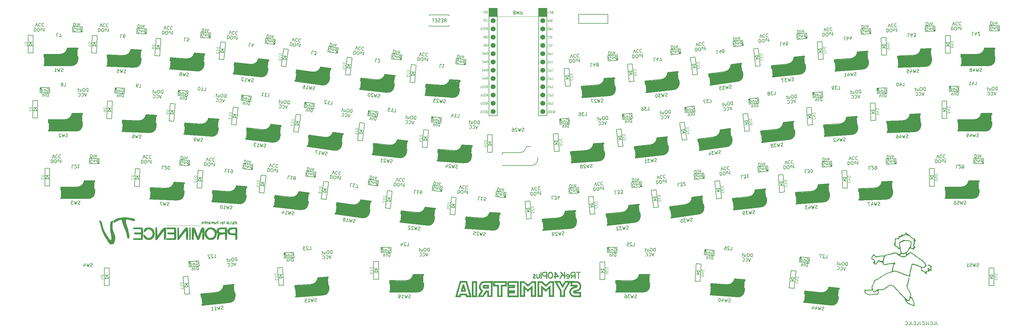
<source format=gbr>
G04 #@! TF.GenerationSoftware,KiCad,Pcbnew,(6.0.11-0)*
G04 #@! TF.CreationDate,2023-08-21T21:01:56+09:00*
G04 #@! TF.ProjectId,SYMMETRIA,53594d4d-4554-4524-9941-2e6b69636164,rev?*
G04 #@! TF.SameCoordinates,Original*
G04 #@! TF.FileFunction,Legend,Bot*
G04 #@! TF.FilePolarity,Positive*
%FSLAX46Y46*%
G04 Gerber Fmt 4.6, Leading zero omitted, Abs format (unit mm)*
G04 Created by KiCad (PCBNEW (6.0.11-0)) date 2023-08-21 21:01:56*
%MOMM*%
%LPD*%
G01*
G04 APERTURE LIST*
%ADD10C,0.150000*%
%ADD11C,0.125000*%
%ADD12C,3.500000*%
%ADD13C,0.400000*%
%ADD14C,0.300000*%
%ADD15C,0.500000*%
%ADD16C,3.000000*%
%ADD17C,1.000000*%
%ADD18C,0.800000*%
%ADD19C,0.200000*%
%ADD20C,0.100000*%
%ADD21C,0.120000*%
%ADD22C,1.524000*%
G04 APERTURE END LIST*
D10*
X299894047Y-113752380D02*
X299894047Y-114466666D01*
X299941666Y-114609523D01*
X300036904Y-114704761D01*
X300179761Y-114752380D01*
X300275000Y-114752380D01*
X298941666Y-114752380D02*
X299417857Y-114752380D01*
X299417857Y-113752380D01*
X298036904Y-114657142D02*
X298084523Y-114704761D01*
X298227380Y-114752380D01*
X298322619Y-114752380D01*
X298465476Y-114704761D01*
X298560714Y-114609523D01*
X298608333Y-114514285D01*
X298655952Y-114323809D01*
X298655952Y-114180952D01*
X298608333Y-113990476D01*
X298560714Y-113895238D01*
X298465476Y-113800000D01*
X298322619Y-113752380D01*
X298227380Y-113752380D01*
X298084523Y-113800000D01*
X298036904Y-113847619D01*
X297322619Y-113752380D02*
X297322619Y-114466666D01*
X297370238Y-114609523D01*
X297465476Y-114704761D01*
X297608333Y-114752380D01*
X297703571Y-114752380D01*
X296370238Y-114752380D02*
X296846428Y-114752380D01*
X296846428Y-113752380D01*
X295465476Y-114657142D02*
X295513095Y-114704761D01*
X295655952Y-114752380D01*
X295751190Y-114752380D01*
X295894047Y-114704761D01*
X295989285Y-114609523D01*
X296036904Y-114514285D01*
X296084523Y-114323809D01*
X296084523Y-114180952D01*
X296036904Y-113990476D01*
X295989285Y-113895238D01*
X295894047Y-113800000D01*
X295751190Y-113752380D01*
X295655952Y-113752380D01*
X295513095Y-113800000D01*
X295465476Y-113847619D01*
X294751190Y-113752380D02*
X294751190Y-114466666D01*
X294798809Y-114609523D01*
X294894047Y-114704761D01*
X295036904Y-114752380D01*
X295132142Y-114752380D01*
X293798809Y-114752380D02*
X294275000Y-114752380D01*
X294275000Y-113752380D01*
X292894047Y-114657142D02*
X292941666Y-114704761D01*
X293084523Y-114752380D01*
X293179761Y-114752380D01*
X293322619Y-114704761D01*
X293417857Y-114609523D01*
X293465476Y-114514285D01*
X293513095Y-114323809D01*
X293513095Y-114180952D01*
X293465476Y-113990476D01*
X293417857Y-113895238D01*
X293322619Y-113800000D01*
X293179761Y-113752380D01*
X293084523Y-113752380D01*
X292941666Y-113800000D01*
X292894047Y-113847619D01*
X292179761Y-113752380D02*
X292179761Y-114466666D01*
X292227380Y-114609523D01*
X292322619Y-114704761D01*
X292465476Y-114752380D01*
X292560714Y-114752380D01*
X291227380Y-114752380D02*
X291703571Y-114752380D01*
X291703571Y-113752380D01*
X290322619Y-114657142D02*
X290370238Y-114704761D01*
X290513095Y-114752380D01*
X290608333Y-114752380D01*
X290751190Y-114704761D01*
X290846428Y-114609523D01*
X290894047Y-114514285D01*
X290941666Y-114323809D01*
X290941666Y-114180952D01*
X290894047Y-113990476D01*
X290846428Y-113895238D01*
X290751190Y-113800000D01*
X290608333Y-113752380D01*
X290513095Y-113752380D01*
X290370238Y-113800000D01*
X290322619Y-113847619D01*
X132858198Y-64923889D02*
X132711146Y-64956314D01*
X132474355Y-64931427D01*
X132384617Y-64874113D01*
X132342236Y-64821778D01*
X132304833Y-64722084D01*
X132314788Y-64627367D01*
X132372101Y-64537629D01*
X132424437Y-64495248D01*
X132524131Y-64457845D01*
X132718541Y-64430397D01*
X132818235Y-64392994D01*
X132870571Y-64350613D01*
X132927884Y-64260874D01*
X132937839Y-64166158D01*
X132900436Y-64066464D01*
X132858055Y-64014128D01*
X132768317Y-63956815D01*
X132531526Y-63931927D01*
X132384474Y-63964353D01*
X132057944Y-63882152D02*
X131716624Y-64851786D01*
X131601855Y-64121503D01*
X131337759Y-64811966D01*
X131205496Y-63792556D01*
X130864034Y-63852429D02*
X130821653Y-63800094D01*
X130731915Y-63742780D01*
X130495124Y-63717893D01*
X130395430Y-63755296D01*
X130343094Y-63797676D01*
X130285781Y-63887415D01*
X130275826Y-63982132D01*
X130308251Y-64129184D01*
X130816819Y-64757213D01*
X130201162Y-64692504D01*
X129253999Y-64592954D02*
X129822297Y-64652684D01*
X129538148Y-64622819D02*
X129642676Y-63628297D01*
X129722460Y-63780327D01*
X129807221Y-63884998D01*
X129896960Y-63942311D01*
D11*
X207680411Y-36122823D02*
X206884793Y-36206446D01*
X206904703Y-36395879D01*
X206954536Y-36505556D01*
X207038273Y-36573365D01*
X207118028Y-36603288D01*
X207273557Y-36625246D01*
X207387216Y-36613300D01*
X207534780Y-36559485D01*
X207606571Y-36513635D01*
X207674381Y-36429898D01*
X207700321Y-36312256D01*
X207680411Y-36122823D01*
X206960452Y-36926290D02*
X207012218Y-37418815D01*
X207287437Y-37121753D01*
X207299383Y-37235413D01*
X207345233Y-37307204D01*
X207387102Y-37341109D01*
X207466857Y-37371031D01*
X207656290Y-37351121D01*
X207728081Y-37305270D01*
X207761985Y-37263402D01*
X207791908Y-37183647D01*
X207768016Y-36956327D01*
X207722165Y-36884536D01*
X207680296Y-36850632D01*
X207063985Y-37911341D02*
X207071949Y-37987114D01*
X207117800Y-38058905D01*
X207159668Y-38092809D01*
X207239423Y-38122732D01*
X207394952Y-38144690D01*
X207584384Y-38124780D01*
X207731948Y-38070965D01*
X207803740Y-38025115D01*
X207837644Y-37983246D01*
X207867566Y-37903491D01*
X207859602Y-37827718D01*
X207813752Y-37755927D01*
X207771883Y-37722022D01*
X207692128Y-37692100D01*
X207536600Y-37670141D01*
X207347167Y-37690052D01*
X207199603Y-37743866D01*
X207127812Y-37789717D01*
X207093907Y-37831585D01*
X207063985Y-37911341D01*
D10*
X69651179Y-26528248D02*
X69176149Y-26495031D01*
X69106392Y-27492595D01*
X70388975Y-27582282D02*
X69913944Y-27549065D01*
X69899659Y-27070712D01*
X69943840Y-27121537D01*
X70035524Y-27175684D01*
X70273039Y-27192292D01*
X70371367Y-27151433D01*
X70422192Y-27107252D01*
X70476339Y-27015567D01*
X70492947Y-26778052D01*
X70452088Y-26679724D01*
X70407906Y-26628899D01*
X70316222Y-26574753D01*
X70078707Y-26558144D01*
X69980379Y-26599004D01*
X69929554Y-26643185D01*
X74566529Y-23674173D02*
X74496773Y-24671737D01*
X74734288Y-24688346D01*
X74880119Y-24650808D01*
X74981768Y-24562445D01*
X75035915Y-24470761D01*
X75096705Y-24284070D01*
X75106670Y-24141561D01*
X75072454Y-23948227D01*
X75031594Y-23849899D01*
X74943232Y-23748250D01*
X74804044Y-23690781D01*
X74566529Y-23674173D01*
X75564093Y-23743929D02*
X75494337Y-24741493D01*
X75992619Y-24442189D02*
X76039124Y-23777147D01*
X75999263Y-24347183D02*
X76043444Y-24398008D01*
X76135128Y-24452155D01*
X76277638Y-24462120D01*
X76375965Y-24421260D01*
X76430112Y-24329576D01*
X76466651Y-23807042D01*
X74904440Y-26146147D02*
X74806112Y-26187007D01*
X74663603Y-26177041D01*
X74524416Y-26119573D01*
X74436053Y-26017924D01*
X74395193Y-25919596D01*
X74360977Y-25726262D01*
X74370943Y-25583753D01*
X74431733Y-25397062D01*
X74485879Y-25305378D01*
X74587529Y-25217015D01*
X74733360Y-25179477D01*
X74828366Y-25186121D01*
X74967553Y-25243589D01*
X75011734Y-25294414D01*
X74988482Y-25626935D01*
X74798470Y-25613648D01*
X75399401Y-25894346D02*
X75445905Y-25229303D01*
X75406044Y-25799340D02*
X75450226Y-25850165D01*
X75541910Y-25904311D01*
X75684419Y-25914277D01*
X75782747Y-25873417D01*
X75836894Y-25781733D01*
X75873433Y-25259199D01*
X76775991Y-25322312D02*
X76706234Y-26319876D01*
X76772669Y-25369815D02*
X76680985Y-25315669D01*
X76490972Y-25302382D01*
X76392645Y-25343241D01*
X76341820Y-25387423D01*
X76287673Y-25479107D01*
X76267743Y-25764125D01*
X76308602Y-25862453D01*
X76352784Y-25913278D01*
X76444468Y-25967424D01*
X76634480Y-25980711D01*
X76732808Y-25939852D01*
X62831509Y-23896120D02*
X63233787Y-22921808D01*
X63496552Y-23942624D01*
X64462223Y-23103179D02*
X64418041Y-23052355D01*
X64278854Y-22994886D01*
X64183848Y-22988243D01*
X64038017Y-23025781D01*
X63936367Y-23114143D01*
X63882221Y-23205828D01*
X63821431Y-23392518D01*
X63811466Y-23535027D01*
X63845682Y-23728361D01*
X63886541Y-23826689D01*
X63974904Y-23928339D01*
X64114091Y-23985807D01*
X64209098Y-23992450D01*
X64354928Y-23954912D01*
X64405753Y-23910731D01*
X65459787Y-23172936D02*
X65415606Y-23122111D01*
X65276418Y-23064643D01*
X65181412Y-23057999D01*
X65035581Y-23095537D01*
X64933932Y-23183900D01*
X64879785Y-23275584D01*
X64818995Y-23462275D01*
X64809030Y-23604784D01*
X64843246Y-23798118D01*
X64884105Y-23896445D01*
X64972468Y-23998095D01*
X65111656Y-24055563D01*
X65206662Y-24062207D01*
X65352493Y-24024669D01*
X65403317Y-23980488D01*
X62397129Y-24366967D02*
X62327373Y-25364531D01*
X62564888Y-25381140D01*
X62710719Y-25343602D01*
X62812369Y-25255239D01*
X62866515Y-25163555D01*
X62927305Y-24976864D01*
X62937270Y-24834355D01*
X62903054Y-24641021D01*
X62862195Y-24542693D01*
X62773832Y-24441044D01*
X62634645Y-24383576D01*
X62397129Y-24366967D01*
X63514949Y-25447574D02*
X63704961Y-25460861D01*
X63803289Y-25420002D01*
X63904939Y-25331639D01*
X63965729Y-25144949D01*
X63988981Y-24812427D01*
X63954765Y-24619093D01*
X63866402Y-24517444D01*
X63774718Y-24463297D01*
X63584706Y-24450010D01*
X63486378Y-24490870D01*
X63384728Y-24579233D01*
X63323938Y-24765923D01*
X63300686Y-25098444D01*
X63334902Y-25291778D01*
X63423265Y-25393428D01*
X63514949Y-25447574D01*
X64820784Y-25204740D02*
X64867288Y-24539697D01*
X64393256Y-25174844D02*
X64429795Y-24652311D01*
X64483942Y-24560626D01*
X64582270Y-24519767D01*
X64724779Y-24529732D01*
X64816463Y-24583879D01*
X64860645Y-24634703D01*
X65153305Y-25227992D02*
X65533329Y-25254566D01*
X65272562Y-25570479D02*
X65332353Y-24715424D01*
X65386500Y-24623739D01*
X65484828Y-24582880D01*
X65579834Y-24589523D01*
X206679657Y-90495580D02*
X207155847Y-90495580D01*
X207155847Y-89495580D01*
X206393942Y-89590819D02*
X206346323Y-89543200D01*
X206251085Y-89495580D01*
X206012990Y-89495580D01*
X205917752Y-89543200D01*
X205870133Y-89590819D01*
X205822514Y-89686057D01*
X205822514Y-89781295D01*
X205870133Y-89924152D01*
X206441561Y-90495580D01*
X205822514Y-90495580D01*
X204917752Y-89495580D02*
X205393942Y-89495580D01*
X205441561Y-89971771D01*
X205393942Y-89924152D01*
X205298704Y-89876533D01*
X205060609Y-89876533D01*
X204965371Y-89924152D01*
X204917752Y-89971771D01*
X204870133Y-90067009D01*
X204870133Y-90305104D01*
X204917752Y-90400342D01*
X204965371Y-90447961D01*
X205060609Y-90495580D01*
X205298704Y-90495580D01*
X205393942Y-90447961D01*
X205441561Y-90400342D01*
X213190133Y-92645580D02*
X212856800Y-93645580D01*
X212523466Y-92645580D01*
X211618704Y-93550342D02*
X211666323Y-93597961D01*
X211809180Y-93645580D01*
X211904419Y-93645580D01*
X212047276Y-93597961D01*
X212142514Y-93502723D01*
X212190133Y-93407485D01*
X212237752Y-93217009D01*
X212237752Y-93074152D01*
X212190133Y-92883676D01*
X212142514Y-92788438D01*
X212047276Y-92693200D01*
X211904419Y-92645580D01*
X211809180Y-92645580D01*
X211666323Y-92693200D01*
X211618704Y-92740819D01*
X210618704Y-93550342D02*
X210666323Y-93597961D01*
X210809180Y-93645580D01*
X210904419Y-93645580D01*
X211047276Y-93597961D01*
X211142514Y-93502723D01*
X211190133Y-93407485D01*
X211237752Y-93217009D01*
X211237752Y-93074152D01*
X211190133Y-92883676D01*
X211142514Y-92788438D01*
X211047276Y-92693200D01*
X210904419Y-92645580D01*
X210809180Y-92645580D01*
X210666323Y-92693200D01*
X210618704Y-92740819D01*
X213590609Y-92145580D02*
X213590609Y-91145580D01*
X213352514Y-91145580D01*
X213209657Y-91193200D01*
X213114419Y-91288438D01*
X213066800Y-91383676D01*
X213019180Y-91574152D01*
X213019180Y-91717009D01*
X213066800Y-91907485D01*
X213114419Y-92002723D01*
X213209657Y-92097961D01*
X213352514Y-92145580D01*
X213590609Y-92145580D01*
X212400133Y-91145580D02*
X212209657Y-91145580D01*
X212114419Y-91193200D01*
X212019180Y-91288438D01*
X211971561Y-91478914D01*
X211971561Y-91812247D01*
X212019180Y-92002723D01*
X212114419Y-92097961D01*
X212209657Y-92145580D01*
X212400133Y-92145580D01*
X212495371Y-92097961D01*
X212590609Y-92002723D01*
X212638228Y-91812247D01*
X212638228Y-91478914D01*
X212590609Y-91288438D01*
X212495371Y-91193200D01*
X212400133Y-91145580D01*
X211114419Y-91478914D02*
X211114419Y-92145580D01*
X211542990Y-91478914D02*
X211542990Y-92002723D01*
X211495371Y-92097961D01*
X211400133Y-92145580D01*
X211257276Y-92145580D01*
X211162038Y-92097961D01*
X211114419Y-92050342D01*
X210781085Y-91478914D02*
X210400133Y-91478914D01*
X210638228Y-91145580D02*
X210638228Y-92002723D01*
X210590609Y-92097961D01*
X210495371Y-92145580D01*
X210400133Y-92145580D01*
X200989657Y-91243200D02*
X201084895Y-91195580D01*
X201227752Y-91195580D01*
X201370609Y-91243200D01*
X201465847Y-91338438D01*
X201513466Y-91433676D01*
X201561085Y-91624152D01*
X201561085Y-91767009D01*
X201513466Y-91957485D01*
X201465847Y-92052723D01*
X201370609Y-92147961D01*
X201227752Y-92195580D01*
X201132514Y-92195580D01*
X200989657Y-92147961D01*
X200942038Y-92100342D01*
X200942038Y-91767009D01*
X201132514Y-91767009D01*
X200513466Y-91528914D02*
X200513466Y-92195580D01*
X200513466Y-91624152D02*
X200465847Y-91576533D01*
X200370609Y-91528914D01*
X200227752Y-91528914D01*
X200132514Y-91576533D01*
X200084895Y-91671771D01*
X200084895Y-92195580D01*
X199180133Y-92195580D02*
X199180133Y-91195580D01*
X199180133Y-92147961D02*
X199275371Y-92195580D01*
X199465847Y-92195580D01*
X199561085Y-92147961D01*
X199608704Y-92100342D01*
X199656323Y-92005104D01*
X199656323Y-91719390D01*
X199608704Y-91624152D01*
X199561085Y-91576533D01*
X199465847Y-91528914D01*
X199275371Y-91528914D01*
X199180133Y-91576533D01*
X201499180Y-93685580D02*
X201499180Y-92685580D01*
X201261085Y-92685580D01*
X201118228Y-92733200D01*
X201022990Y-92828438D01*
X200975371Y-92923676D01*
X200927752Y-93114152D01*
X200927752Y-93257009D01*
X200975371Y-93447485D01*
X201022990Y-93542723D01*
X201118228Y-93637961D01*
X201261085Y-93685580D01*
X201499180Y-93685580D01*
X200499180Y-93685580D02*
X200499180Y-92685580D01*
X200022990Y-93018914D02*
X200022990Y-93685580D01*
X200022990Y-93114152D02*
X199975371Y-93066533D01*
X199880133Y-93018914D01*
X199737276Y-93018914D01*
X199642038Y-93066533D01*
X199594419Y-93161771D01*
X199594419Y-93685580D01*
X233652277Y-62071426D02*
X233517438Y-62138464D01*
X233281659Y-62171600D01*
X233180721Y-62137699D01*
X233126938Y-62097171D01*
X233066528Y-62009487D01*
X233053273Y-61915176D01*
X233087174Y-61814237D01*
X233127703Y-61760454D01*
X233215387Y-61700044D01*
X233397382Y-61626379D01*
X233485066Y-61565969D01*
X233525594Y-61512186D01*
X233559495Y-61411248D01*
X233546240Y-61316936D01*
X233485830Y-61229252D01*
X233432047Y-61188724D01*
X233331109Y-61154823D01*
X233095331Y-61187959D01*
X232960491Y-61254997D01*
X232623774Y-61254232D02*
X232527169Y-62277637D01*
X232239138Y-61596812D01*
X232149924Y-62330655D01*
X231774973Y-61373524D01*
X231492040Y-61413287D02*
X230879016Y-61499442D01*
X231262124Y-61830296D01*
X231120657Y-61850178D01*
X231032973Y-61910588D01*
X230992445Y-61964371D01*
X230958544Y-62065310D01*
X230991680Y-62301088D01*
X231052091Y-62388772D01*
X231105874Y-62429300D01*
X231206812Y-62463201D01*
X231489746Y-62423437D01*
X231577430Y-62363027D01*
X231617958Y-62309244D01*
X230076606Y-61948823D02*
X230169388Y-62609001D01*
X230259366Y-61538441D02*
X230594554Y-62212639D01*
X229981530Y-62298794D01*
X35088842Y-65623419D02*
X34612652Y-65623419D01*
X34612652Y-66623419D01*
X35374557Y-66528180D02*
X35422176Y-66575800D01*
X35517414Y-66623419D01*
X35755509Y-66623419D01*
X35850747Y-66575800D01*
X35898366Y-66528180D01*
X35945985Y-66432942D01*
X35945985Y-66337704D01*
X35898366Y-66194847D01*
X35326938Y-65623419D01*
X35945985Y-65623419D01*
X36898366Y-65623419D02*
X36326938Y-65623419D01*
X36612652Y-65623419D02*
X36612652Y-66623419D01*
X36517414Y-66480561D01*
X36422176Y-66385323D01*
X36326938Y-66337704D01*
X40269319Y-62433419D02*
X40269319Y-63433419D01*
X40507414Y-63433419D01*
X40650271Y-63385800D01*
X40745509Y-63290561D01*
X40793128Y-63195323D01*
X40840747Y-63004847D01*
X40840747Y-62861990D01*
X40793128Y-62671514D01*
X40745509Y-62576276D01*
X40650271Y-62481038D01*
X40507414Y-62433419D01*
X40269319Y-62433419D01*
X41269319Y-62433419D02*
X41269319Y-63433419D01*
X41745509Y-63100085D02*
X41745509Y-62433419D01*
X41745509Y-63004847D02*
X41793128Y-63052466D01*
X41888366Y-63100085D01*
X42031223Y-63100085D01*
X42126461Y-63052466D01*
X42174080Y-62957228D01*
X42174080Y-62433419D01*
X28578366Y-63473419D02*
X28911700Y-62473419D01*
X29245033Y-63473419D01*
X30149795Y-62568657D02*
X30102176Y-62521038D01*
X29959319Y-62473419D01*
X29864080Y-62473419D01*
X29721223Y-62521038D01*
X29625985Y-62616276D01*
X29578366Y-62711514D01*
X29530747Y-62901990D01*
X29530747Y-63044847D01*
X29578366Y-63235323D01*
X29625985Y-63330561D01*
X29721223Y-63425800D01*
X29864080Y-63473419D01*
X29959319Y-63473419D01*
X30102176Y-63425800D01*
X30149795Y-63378180D01*
X31149795Y-62568657D02*
X31102176Y-62521038D01*
X30959319Y-62473419D01*
X30864080Y-62473419D01*
X30721223Y-62521038D01*
X30625985Y-62616276D01*
X30578366Y-62711514D01*
X30530747Y-62901990D01*
X30530747Y-63044847D01*
X30578366Y-63235323D01*
X30625985Y-63330561D01*
X30721223Y-63425800D01*
X30864080Y-63473419D01*
X30959319Y-63473419D01*
X31102176Y-63425800D01*
X31149795Y-63378180D01*
X40778842Y-64875800D02*
X40683604Y-64923419D01*
X40540747Y-64923419D01*
X40397890Y-64875800D01*
X40302652Y-64780561D01*
X40255033Y-64685323D01*
X40207414Y-64494847D01*
X40207414Y-64351990D01*
X40255033Y-64161514D01*
X40302652Y-64066276D01*
X40397890Y-63971038D01*
X40540747Y-63923419D01*
X40635985Y-63923419D01*
X40778842Y-63971038D01*
X40826461Y-64018657D01*
X40826461Y-64351990D01*
X40635985Y-64351990D01*
X41255033Y-64590085D02*
X41255033Y-63923419D01*
X41255033Y-64494847D02*
X41302652Y-64542466D01*
X41397890Y-64590085D01*
X41540747Y-64590085D01*
X41635985Y-64542466D01*
X41683604Y-64447228D01*
X41683604Y-63923419D01*
X42588366Y-63923419D02*
X42588366Y-64923419D01*
X42588366Y-63971038D02*
X42493128Y-63923419D01*
X42302652Y-63923419D01*
X42207414Y-63971038D01*
X42159795Y-64018657D01*
X42112176Y-64113895D01*
X42112176Y-64399609D01*
X42159795Y-64494847D01*
X42207414Y-64542466D01*
X42302652Y-64590085D01*
X42493128Y-64590085D01*
X42588366Y-64542466D01*
X28177890Y-63973419D02*
X28177890Y-64973419D01*
X28415985Y-64973419D01*
X28558842Y-64925800D01*
X28654080Y-64830561D01*
X28701700Y-64735323D01*
X28749319Y-64544847D01*
X28749319Y-64401990D01*
X28701700Y-64211514D01*
X28654080Y-64116276D01*
X28558842Y-64021038D01*
X28415985Y-63973419D01*
X28177890Y-63973419D01*
X29368366Y-64973419D02*
X29558842Y-64973419D01*
X29654080Y-64925800D01*
X29749319Y-64830561D01*
X29796938Y-64640085D01*
X29796938Y-64306752D01*
X29749319Y-64116276D01*
X29654080Y-64021038D01*
X29558842Y-63973419D01*
X29368366Y-63973419D01*
X29273128Y-64021038D01*
X29177890Y-64116276D01*
X29130271Y-64306752D01*
X29130271Y-64640085D01*
X29177890Y-64830561D01*
X29273128Y-64925800D01*
X29368366Y-64973419D01*
X30654080Y-64640085D02*
X30654080Y-63973419D01*
X30225509Y-64640085D02*
X30225509Y-64116276D01*
X30273128Y-64021038D01*
X30368366Y-63973419D01*
X30511223Y-63973419D01*
X30606461Y-64021038D01*
X30654080Y-64068657D01*
X30987414Y-64640085D02*
X31368366Y-64640085D01*
X31130271Y-64973419D02*
X31130271Y-64116276D01*
X31177890Y-64021038D01*
X31273128Y-63973419D01*
X31368366Y-63973419D01*
X311608857Y-40998380D02*
X312085047Y-40998380D01*
X312085047Y-39998380D01*
X310846952Y-40331714D02*
X310846952Y-40998380D01*
X311085047Y-39950761D02*
X311323142Y-40665047D01*
X310704095Y-40665047D01*
X309799333Y-40998380D02*
X310370761Y-40998380D01*
X310085047Y-40998380D02*
X310085047Y-39998380D01*
X310180285Y-40141238D01*
X310275523Y-40236476D01*
X310370761Y-40284095D01*
X318519809Y-42648380D02*
X318519809Y-41648380D01*
X318281714Y-41648380D01*
X318138857Y-41696000D01*
X318043619Y-41791238D01*
X317996000Y-41886476D01*
X317948380Y-42076952D01*
X317948380Y-42219809D01*
X317996000Y-42410285D01*
X318043619Y-42505523D01*
X318138857Y-42600761D01*
X318281714Y-42648380D01*
X318519809Y-42648380D01*
X317329333Y-41648380D02*
X317138857Y-41648380D01*
X317043619Y-41696000D01*
X316948380Y-41791238D01*
X316900761Y-41981714D01*
X316900761Y-42315047D01*
X316948380Y-42505523D01*
X317043619Y-42600761D01*
X317138857Y-42648380D01*
X317329333Y-42648380D01*
X317424571Y-42600761D01*
X317519809Y-42505523D01*
X317567428Y-42315047D01*
X317567428Y-41981714D01*
X317519809Y-41791238D01*
X317424571Y-41696000D01*
X317329333Y-41648380D01*
X316043619Y-41981714D02*
X316043619Y-42648380D01*
X316472190Y-41981714D02*
X316472190Y-42505523D01*
X316424571Y-42600761D01*
X316329333Y-42648380D01*
X316186476Y-42648380D01*
X316091238Y-42600761D01*
X316043619Y-42553142D01*
X315710285Y-41981714D02*
X315329333Y-41981714D01*
X315567428Y-41648380D02*
X315567428Y-42505523D01*
X315519809Y-42600761D01*
X315424571Y-42648380D01*
X315329333Y-42648380D01*
X306428380Y-44188380D02*
X306428380Y-43188380D01*
X306190285Y-43188380D01*
X306047428Y-43236000D01*
X305952190Y-43331238D01*
X305904571Y-43426476D01*
X305856952Y-43616952D01*
X305856952Y-43759809D01*
X305904571Y-43950285D01*
X305952190Y-44045523D01*
X306047428Y-44140761D01*
X306190285Y-44188380D01*
X306428380Y-44188380D01*
X305428380Y-44188380D02*
X305428380Y-43188380D01*
X304952190Y-43521714D02*
X304952190Y-44188380D01*
X304952190Y-43616952D02*
X304904571Y-43569333D01*
X304809333Y-43521714D01*
X304666476Y-43521714D01*
X304571238Y-43569333D01*
X304523619Y-43664571D01*
X304523619Y-44188380D01*
X305918857Y-41746000D02*
X306014095Y-41698380D01*
X306156952Y-41698380D01*
X306299809Y-41746000D01*
X306395047Y-41841238D01*
X306442666Y-41936476D01*
X306490285Y-42126952D01*
X306490285Y-42269809D01*
X306442666Y-42460285D01*
X306395047Y-42555523D01*
X306299809Y-42650761D01*
X306156952Y-42698380D01*
X306061714Y-42698380D01*
X305918857Y-42650761D01*
X305871238Y-42603142D01*
X305871238Y-42269809D01*
X306061714Y-42269809D01*
X305442666Y-42031714D02*
X305442666Y-42698380D01*
X305442666Y-42126952D02*
X305395047Y-42079333D01*
X305299809Y-42031714D01*
X305156952Y-42031714D01*
X305061714Y-42079333D01*
X305014095Y-42174571D01*
X305014095Y-42698380D01*
X304109333Y-42698380D02*
X304109333Y-41698380D01*
X304109333Y-42650761D02*
X304204571Y-42698380D01*
X304395047Y-42698380D01*
X304490285Y-42650761D01*
X304537904Y-42603142D01*
X304585523Y-42507904D01*
X304585523Y-42222190D01*
X304537904Y-42126952D01*
X304490285Y-42079333D01*
X304395047Y-42031714D01*
X304204571Y-42031714D01*
X304109333Y-42079333D01*
X318119333Y-43148380D02*
X317786000Y-44148380D01*
X317452666Y-43148380D01*
X316547904Y-44053142D02*
X316595523Y-44100761D01*
X316738380Y-44148380D01*
X316833619Y-44148380D01*
X316976476Y-44100761D01*
X317071714Y-44005523D01*
X317119333Y-43910285D01*
X317166952Y-43719809D01*
X317166952Y-43576952D01*
X317119333Y-43386476D01*
X317071714Y-43291238D01*
X316976476Y-43196000D01*
X316833619Y-43148380D01*
X316738380Y-43148380D01*
X316595523Y-43196000D01*
X316547904Y-43243619D01*
X315547904Y-44053142D02*
X315595523Y-44100761D01*
X315738380Y-44148380D01*
X315833619Y-44148380D01*
X315976476Y-44100761D01*
X316071714Y-44005523D01*
X316119333Y-43910285D01*
X316166952Y-43719809D01*
X316166952Y-43576952D01*
X316119333Y-43386476D01*
X316071714Y-43291238D01*
X315976476Y-43196000D01*
X315833619Y-43148380D01*
X315738380Y-43148380D01*
X315595523Y-43196000D01*
X315547904Y-43243619D01*
D11*
X181646452Y-23405700D02*
X181694071Y-23369985D01*
X181765500Y-23369985D01*
X181836928Y-23405700D01*
X181884547Y-23477128D01*
X181908357Y-23548557D01*
X181932166Y-23691414D01*
X181932166Y-23798557D01*
X181908357Y-23941414D01*
X181884547Y-24012842D01*
X181836928Y-24084271D01*
X181765500Y-24119985D01*
X181717880Y-24119985D01*
X181646452Y-24084271D01*
X181622642Y-24048557D01*
X181622642Y-23798557D01*
X181717880Y-23798557D01*
X181408357Y-24119985D02*
X181408357Y-23369985D01*
X181122642Y-24119985D01*
X181122642Y-23369985D01*
X180884547Y-24119985D02*
X180884547Y-23369985D01*
X180765500Y-23369985D01*
X180694071Y-23405700D01*
X180646452Y-23477128D01*
X180622642Y-23548557D01*
X180598833Y-23691414D01*
X180598833Y-23798557D01*
X180622642Y-23941414D01*
X180646452Y-24012842D01*
X180694071Y-24084271D01*
X180765500Y-24119985D01*
X180884547Y-24119985D01*
X161809750Y-47005201D02*
X161976417Y-46648058D01*
X162095464Y-47005201D02*
X162095464Y-46255201D01*
X161904988Y-46255201D01*
X161857369Y-46290916D01*
X161833560Y-46326630D01*
X161809750Y-46398058D01*
X161809750Y-46505201D01*
X161833560Y-46576630D01*
X161857369Y-46612344D01*
X161904988Y-46648058D01*
X162095464Y-46648058D01*
X161595464Y-46612344D02*
X161428798Y-46612344D01*
X161357369Y-47005201D02*
X161595464Y-47005201D01*
X161595464Y-46255201D01*
X161357369Y-46255201D01*
X161047845Y-46255201D02*
X161000226Y-46255201D01*
X160952607Y-46290916D01*
X160928798Y-46326630D01*
X160904988Y-46398058D01*
X160881179Y-46540916D01*
X160881179Y-46719487D01*
X160904988Y-46862344D01*
X160928798Y-46933773D01*
X160952607Y-46969487D01*
X161000226Y-47005201D01*
X161047845Y-47005201D01*
X161095464Y-46969487D01*
X161119274Y-46933773D01*
X161143083Y-46862344D01*
X161166893Y-46719487D01*
X161166893Y-46540916D01*
X161143083Y-46398058D01*
X161119274Y-46326630D01*
X161095464Y-46290916D01*
X161047845Y-46255201D01*
X160690702Y-46326630D02*
X160666893Y-46290916D01*
X160619274Y-46255201D01*
X160500226Y-46255201D01*
X160452607Y-46290916D01*
X160428798Y-46326630D01*
X160404988Y-46398058D01*
X160404988Y-46469487D01*
X160428798Y-46576630D01*
X160714512Y-47005201D01*
X160404988Y-47005201D01*
X159976417Y-47005201D02*
X159976417Y-46612344D01*
X160000226Y-46540916D01*
X160047845Y-46505201D01*
X160143083Y-46505201D01*
X160190702Y-46540916D01*
X159976417Y-46969487D02*
X160024036Y-47005201D01*
X160143083Y-47005201D01*
X160190702Y-46969487D01*
X160214512Y-46898058D01*
X160214512Y-46826630D01*
X160190702Y-46755201D01*
X160143083Y-46719487D01*
X160024036Y-46719487D01*
X159976417Y-46683773D01*
X181790476Y-39336557D02*
X181814285Y-39372271D01*
X181885714Y-39407985D01*
X181933333Y-39407985D01*
X182004761Y-39372271D01*
X182052380Y-39300842D01*
X182076190Y-39229414D01*
X182100000Y-39086557D01*
X182100000Y-38979414D01*
X182076190Y-38836557D01*
X182052380Y-38765128D01*
X182004761Y-38693700D01*
X181933333Y-38657985D01*
X181885714Y-38657985D01*
X181814285Y-38693700D01*
X181790476Y-38729414D01*
X181504761Y-39407985D02*
X181552380Y-39372271D01*
X181576190Y-39336557D01*
X181600000Y-39265128D01*
X181600000Y-39050842D01*
X181576190Y-38979414D01*
X181552380Y-38943700D01*
X181504761Y-38907985D01*
X181433333Y-38907985D01*
X181385714Y-38943700D01*
X181361904Y-38979414D01*
X181338095Y-39050842D01*
X181338095Y-39265128D01*
X181361904Y-39336557D01*
X181385714Y-39372271D01*
X181433333Y-39407985D01*
X181504761Y-39407985D01*
X181052380Y-39407985D02*
X181100000Y-39372271D01*
X181123809Y-39300842D01*
X181123809Y-38657985D01*
X180909523Y-38657985D02*
X180600000Y-38657985D01*
X180766666Y-38943700D01*
X180695238Y-38943700D01*
X180647619Y-38979414D01*
X180623809Y-39015128D01*
X180600000Y-39086557D01*
X180600000Y-39265128D01*
X180623809Y-39336557D01*
X180647619Y-39372271D01*
X180695238Y-39407985D01*
X180838095Y-39407985D01*
X180885714Y-39372271D01*
X180909523Y-39336557D01*
X181539309Y-26723485D02*
X181705976Y-26366342D01*
X181825023Y-26723485D02*
X181825023Y-25973485D01*
X181634547Y-25973485D01*
X181586928Y-26009200D01*
X181563119Y-26044914D01*
X181539309Y-26116342D01*
X181539309Y-26223485D01*
X181563119Y-26294914D01*
X181586928Y-26330628D01*
X181634547Y-26366342D01*
X181825023Y-26366342D01*
X181348833Y-26687771D02*
X181277404Y-26723485D01*
X181158357Y-26723485D01*
X181110738Y-26687771D01*
X181086928Y-26652057D01*
X181063119Y-26580628D01*
X181063119Y-26509200D01*
X181086928Y-26437771D01*
X181110738Y-26402057D01*
X181158357Y-26366342D01*
X181253595Y-26330628D01*
X181301214Y-26294914D01*
X181325023Y-26259200D01*
X181348833Y-26187771D01*
X181348833Y-26116342D01*
X181325023Y-26044914D01*
X181301214Y-26009200D01*
X181253595Y-25973485D01*
X181134547Y-25973485D01*
X181063119Y-26009200D01*
X180920261Y-25973485D02*
X180634547Y-25973485D01*
X180777404Y-26723485D02*
X180777404Y-25973485D01*
X161831081Y-44488046D02*
X161997748Y-44130903D01*
X162116795Y-44488046D02*
X162116795Y-43738046D01*
X161926319Y-43738046D01*
X161878700Y-43773761D01*
X161854891Y-43809475D01*
X161831081Y-43880903D01*
X161831081Y-43988046D01*
X161854891Y-44059475D01*
X161878700Y-44095189D01*
X161926319Y-44130903D01*
X162116795Y-44130903D01*
X161616795Y-44095189D02*
X161450129Y-44095189D01*
X161378700Y-44488046D02*
X161616795Y-44488046D01*
X161616795Y-43738046D01*
X161378700Y-43738046D01*
X161069176Y-43738046D02*
X161021557Y-43738046D01*
X160973938Y-43773761D01*
X160950129Y-43809475D01*
X160926319Y-43880903D01*
X160902510Y-44023761D01*
X160902510Y-44202332D01*
X160926319Y-44345189D01*
X160950129Y-44416618D01*
X160973938Y-44452332D01*
X161021557Y-44488046D01*
X161069176Y-44488046D01*
X161116795Y-44452332D01*
X161140605Y-44416618D01*
X161164414Y-44345189D01*
X161188224Y-44202332D01*
X161188224Y-44023761D01*
X161164414Y-43880903D01*
X161140605Y-43809475D01*
X161116795Y-43773761D01*
X161069176Y-43738046D01*
X160426319Y-44488046D02*
X160712033Y-44488046D01*
X160569176Y-44488046D02*
X160569176Y-43738046D01*
X160616795Y-43845189D01*
X160664414Y-43916618D01*
X160712033Y-43952332D01*
X160212033Y-44488046D02*
X160212033Y-43738046D01*
X160212033Y-44023761D02*
X160164414Y-43988046D01*
X160069176Y-43988046D01*
X160021557Y-44023761D01*
X159997748Y-44059475D01*
X159973938Y-44130903D01*
X159973938Y-44345189D01*
X159997748Y-44416618D01*
X160021557Y-44452332D01*
X160069176Y-44488046D01*
X160164414Y-44488046D01*
X160212033Y-44452332D01*
X161831273Y-39263230D02*
X161997940Y-38906087D01*
X162116987Y-39263230D02*
X162116987Y-38513230D01*
X161926511Y-38513230D01*
X161878892Y-38548945D01*
X161855083Y-38584659D01*
X161831273Y-38656087D01*
X161831273Y-38763230D01*
X161855083Y-38834659D01*
X161878892Y-38870373D01*
X161926511Y-38906087D01*
X162116987Y-38906087D01*
X161545559Y-39263230D02*
X161593178Y-39227516D01*
X161616987Y-39191802D01*
X161640797Y-39120373D01*
X161640797Y-38906087D01*
X161616987Y-38834659D01*
X161593178Y-38798945D01*
X161545559Y-38763230D01*
X161474130Y-38763230D01*
X161426511Y-38798945D01*
X161402702Y-38834659D01*
X161378892Y-38906087D01*
X161378892Y-39120373D01*
X161402702Y-39191802D01*
X161426511Y-39227516D01*
X161474130Y-39263230D01*
X161545559Y-39263230D01*
X161212225Y-38763230D02*
X161116987Y-39263230D01*
X161021749Y-38906087D01*
X160926511Y-39263230D01*
X160831273Y-38763230D01*
X160688416Y-38513230D02*
X160378892Y-38513230D01*
X160545559Y-38798945D01*
X160474130Y-38798945D01*
X160426511Y-38834659D01*
X160402702Y-38870373D01*
X160378892Y-38941802D01*
X160378892Y-39120373D01*
X160402702Y-39191802D01*
X160426511Y-39227516D01*
X160474130Y-39263230D01*
X160616987Y-39263230D01*
X160664606Y-39227516D01*
X160688416Y-39191802D01*
X161761391Y-21482822D02*
X161999486Y-21482822D01*
X161999486Y-20732822D01*
X161594724Y-21089965D02*
X161428058Y-21089965D01*
X161356629Y-21482822D02*
X161594724Y-21482822D01*
X161594724Y-20732822D01*
X161356629Y-20732822D01*
X161142343Y-21482822D02*
X161142343Y-20732822D01*
X161023296Y-20732822D01*
X160951867Y-20768537D01*
X160904248Y-20839965D01*
X160880439Y-20911394D01*
X160856629Y-21054251D01*
X160856629Y-21161394D01*
X160880439Y-21304251D01*
X160904248Y-21375679D01*
X160951867Y-21447108D01*
X161023296Y-21482822D01*
X161142343Y-21482822D01*
X161861285Y-24032710D02*
X162027952Y-23675567D01*
X162146999Y-24032710D02*
X162146999Y-23282710D01*
X161956523Y-23282710D01*
X161908904Y-23318425D01*
X161885095Y-23354139D01*
X161861285Y-23425567D01*
X161861285Y-23532710D01*
X161885095Y-23604139D01*
X161908904Y-23639853D01*
X161956523Y-23675567D01*
X162146999Y-23675567D01*
X161646999Y-23639853D02*
X161480333Y-23639853D01*
X161408904Y-24032710D02*
X161646999Y-24032710D01*
X161646999Y-23282710D01*
X161408904Y-23282710D01*
X161099380Y-23282710D02*
X161051761Y-23282710D01*
X161004142Y-23318425D01*
X160980333Y-23354139D01*
X160956523Y-23425567D01*
X160932714Y-23568425D01*
X160932714Y-23746996D01*
X160956523Y-23889853D01*
X160980333Y-23961282D01*
X161004142Y-23996996D01*
X161051761Y-24032710D01*
X161099380Y-24032710D01*
X161146999Y-23996996D01*
X161170809Y-23961282D01*
X161194618Y-23889853D01*
X161218428Y-23746996D01*
X161218428Y-23568425D01*
X161194618Y-23425567D01*
X161170809Y-23354139D01*
X161146999Y-23318425D01*
X161099380Y-23282710D01*
X160766047Y-23282710D02*
X160456523Y-23282710D01*
X160623190Y-23568425D01*
X160551761Y-23568425D01*
X160504142Y-23604139D01*
X160480333Y-23639853D01*
X160456523Y-23711282D01*
X160456523Y-23889853D01*
X160480333Y-23961282D01*
X160504142Y-23996996D01*
X160551761Y-24032710D01*
X160694618Y-24032710D01*
X160742237Y-23996996D01*
X160766047Y-23961282D01*
X160027952Y-24032710D02*
X160027952Y-23639853D01*
X160051761Y-23568425D01*
X160099380Y-23532710D01*
X160194618Y-23532710D01*
X160242237Y-23568425D01*
X160027952Y-23996996D02*
X160075571Y-24032710D01*
X160194618Y-24032710D01*
X160242237Y-23996996D01*
X160266047Y-23925567D01*
X160266047Y-23854139D01*
X160242237Y-23782710D01*
X160194618Y-23746996D01*
X160075571Y-23746996D01*
X160027952Y-23711282D01*
X161959915Y-28452037D02*
X162007534Y-28416322D01*
X162078963Y-28416322D01*
X162150391Y-28452037D01*
X162198010Y-28523465D01*
X162221820Y-28594894D01*
X162245629Y-28737751D01*
X162245629Y-28844894D01*
X162221820Y-28987751D01*
X162198010Y-29059179D01*
X162150391Y-29130608D01*
X162078963Y-29166322D01*
X162031343Y-29166322D01*
X161959915Y-29130608D01*
X161936105Y-29094894D01*
X161936105Y-28844894D01*
X162031343Y-28844894D01*
X161721820Y-29166322D02*
X161721820Y-28416322D01*
X161436105Y-29166322D01*
X161436105Y-28416322D01*
X161198010Y-29166322D02*
X161198010Y-28416322D01*
X161078963Y-28416322D01*
X161007534Y-28452037D01*
X160959915Y-28523465D01*
X160936105Y-28594894D01*
X160912296Y-28737751D01*
X160912296Y-28844894D01*
X160936105Y-28987751D01*
X160959915Y-29059179D01*
X161007534Y-29130608D01*
X161078963Y-29166322D01*
X161198010Y-29166322D01*
X181840476Y-44432057D02*
X181864285Y-44467771D01*
X181935714Y-44503485D01*
X181983333Y-44503485D01*
X182054761Y-44467771D01*
X182102380Y-44396342D01*
X182126190Y-44324914D01*
X182150000Y-44182057D01*
X182150000Y-44074914D01*
X182126190Y-43932057D01*
X182102380Y-43860628D01*
X182054761Y-43789200D01*
X181983333Y-43753485D01*
X181935714Y-43753485D01*
X181864285Y-43789200D01*
X181840476Y-43824914D01*
X181554761Y-44503485D02*
X181602380Y-44467771D01*
X181626190Y-44432057D01*
X181650000Y-44360628D01*
X181650000Y-44146342D01*
X181626190Y-44074914D01*
X181602380Y-44039200D01*
X181554761Y-44003485D01*
X181483333Y-44003485D01*
X181435714Y-44039200D01*
X181411904Y-44074914D01*
X181388095Y-44146342D01*
X181388095Y-44360628D01*
X181411904Y-44432057D01*
X181435714Y-44467771D01*
X181483333Y-44503485D01*
X181554761Y-44503485D01*
X181102380Y-44503485D02*
X181150000Y-44467771D01*
X181173809Y-44396342D01*
X181173809Y-43753485D01*
X180673809Y-43753485D02*
X180911904Y-43753485D01*
X180935714Y-44110628D01*
X180911904Y-44074914D01*
X180864285Y-44039200D01*
X180745238Y-44039200D01*
X180697619Y-44074914D01*
X180673809Y-44110628D01*
X180650000Y-44182057D01*
X180650000Y-44360628D01*
X180673809Y-44432057D01*
X180697619Y-44467771D01*
X180745238Y-44503485D01*
X180864285Y-44503485D01*
X180911904Y-44467771D01*
X180935714Y-44432057D01*
X161881273Y-36761230D02*
X162047940Y-36404087D01*
X162166987Y-36761230D02*
X162166987Y-36011230D01*
X161976511Y-36011230D01*
X161928892Y-36046945D01*
X161905083Y-36082659D01*
X161881273Y-36154087D01*
X161881273Y-36261230D01*
X161905083Y-36332659D01*
X161928892Y-36368373D01*
X161976511Y-36404087D01*
X162166987Y-36404087D01*
X161595559Y-36761230D02*
X161643178Y-36725516D01*
X161666987Y-36689802D01*
X161690797Y-36618373D01*
X161690797Y-36404087D01*
X161666987Y-36332659D01*
X161643178Y-36296945D01*
X161595559Y-36261230D01*
X161524130Y-36261230D01*
X161476511Y-36296945D01*
X161452702Y-36332659D01*
X161428892Y-36404087D01*
X161428892Y-36618373D01*
X161452702Y-36689802D01*
X161476511Y-36725516D01*
X161524130Y-36761230D01*
X161595559Y-36761230D01*
X161262225Y-36261230D02*
X161166987Y-36761230D01*
X161071749Y-36404087D01*
X160976511Y-36761230D01*
X160881273Y-36261230D01*
X160714606Y-36082659D02*
X160690797Y-36046945D01*
X160643178Y-36011230D01*
X160524130Y-36011230D01*
X160476511Y-36046945D01*
X160452702Y-36082659D01*
X160428892Y-36154087D01*
X160428892Y-36225516D01*
X160452702Y-36332659D01*
X160738416Y-36761230D01*
X160428892Y-36761230D01*
X161920273Y-31643230D02*
X162086940Y-31286087D01*
X162205987Y-31643230D02*
X162205987Y-30893230D01*
X162015511Y-30893230D01*
X161967892Y-30928945D01*
X161944083Y-30964659D01*
X161920273Y-31036087D01*
X161920273Y-31143230D01*
X161944083Y-31214659D01*
X161967892Y-31250373D01*
X162015511Y-31286087D01*
X162205987Y-31286087D01*
X161634559Y-31643230D02*
X161682178Y-31607516D01*
X161705987Y-31571802D01*
X161729797Y-31500373D01*
X161729797Y-31286087D01*
X161705987Y-31214659D01*
X161682178Y-31178945D01*
X161634559Y-31143230D01*
X161563130Y-31143230D01*
X161515511Y-31178945D01*
X161491702Y-31214659D01*
X161467892Y-31286087D01*
X161467892Y-31500373D01*
X161491702Y-31571802D01*
X161515511Y-31607516D01*
X161563130Y-31643230D01*
X161634559Y-31643230D01*
X161301225Y-31143230D02*
X161205987Y-31643230D01*
X161110749Y-31286087D01*
X161015511Y-31643230D01*
X160920273Y-31143230D01*
X160634559Y-30893230D02*
X160586940Y-30893230D01*
X160539321Y-30928945D01*
X160515511Y-30964659D01*
X160491702Y-31036087D01*
X160467892Y-31178945D01*
X160467892Y-31357516D01*
X160491702Y-31500373D01*
X160515511Y-31571802D01*
X160539321Y-31607516D01*
X160586940Y-31643230D01*
X160634559Y-31643230D01*
X160682178Y-31607516D01*
X160705987Y-31571802D01*
X160729797Y-31500373D01*
X160753606Y-31357516D01*
X160753606Y-31178945D01*
X160729797Y-31036087D01*
X160705987Y-30964659D01*
X160682178Y-30928945D01*
X160634559Y-30893230D01*
D10*
X170450000Y-18790128D02*
X170592857Y-18742509D01*
X170640476Y-18694890D01*
X170688095Y-18599652D01*
X170688095Y-18456795D01*
X170640476Y-18361557D01*
X170592857Y-18313938D01*
X170497619Y-18266319D01*
X170116666Y-18266319D01*
X170116666Y-19266319D01*
X170450000Y-19266319D01*
X170545238Y-19218700D01*
X170592857Y-19171080D01*
X170640476Y-19075842D01*
X170640476Y-18980604D01*
X170592857Y-18885366D01*
X170545238Y-18837747D01*
X170450000Y-18790128D01*
X170116666Y-18790128D01*
X171116666Y-18266319D02*
X171116666Y-19266319D01*
X171450000Y-18552033D01*
X171783333Y-19266319D01*
X171783333Y-18266319D01*
X172259523Y-18266319D02*
X172259523Y-19266319D01*
X172640476Y-19266319D01*
X172735714Y-19218700D01*
X172783333Y-19171080D01*
X172830952Y-19075842D01*
X172830952Y-18932985D01*
X172783333Y-18837747D01*
X172735714Y-18790128D01*
X172640476Y-18742509D01*
X172259523Y-18742509D01*
D11*
X161888416Y-18550373D02*
X161816987Y-18586087D01*
X161793178Y-18621802D01*
X161769368Y-18693230D01*
X161769368Y-18800373D01*
X161793178Y-18871802D01*
X161816987Y-18907516D01*
X161864606Y-18943230D01*
X162055083Y-18943230D01*
X162055083Y-18193230D01*
X161888416Y-18193230D01*
X161840797Y-18228945D01*
X161816987Y-18264659D01*
X161793178Y-18336087D01*
X161793178Y-18407516D01*
X161816987Y-18478945D01*
X161840797Y-18514659D01*
X161888416Y-18550373D01*
X162055083Y-18550373D01*
X161578892Y-18728945D02*
X161340797Y-18728945D01*
X161626511Y-18943230D02*
X161459845Y-18193230D01*
X161293178Y-18943230D01*
X161197940Y-18193230D02*
X160912225Y-18193230D01*
X161055083Y-18943230D02*
X161055083Y-18193230D01*
X160745559Y-18657516D02*
X160364606Y-18657516D01*
X161809750Y-49608701D02*
X161976417Y-49251558D01*
X162095464Y-49608701D02*
X162095464Y-48858701D01*
X161904988Y-48858701D01*
X161857369Y-48894416D01*
X161833560Y-48930130D01*
X161809750Y-49001558D01*
X161809750Y-49108701D01*
X161833560Y-49180130D01*
X161857369Y-49215844D01*
X161904988Y-49251558D01*
X162095464Y-49251558D01*
X161595464Y-49215844D02*
X161428798Y-49215844D01*
X161357369Y-49608701D02*
X161595464Y-49608701D01*
X161595464Y-48858701D01*
X161357369Y-48858701D01*
X161047845Y-48858701D02*
X161000226Y-48858701D01*
X160952607Y-48894416D01*
X160928798Y-48930130D01*
X160904988Y-49001558D01*
X160881179Y-49144416D01*
X160881179Y-49322987D01*
X160904988Y-49465844D01*
X160928798Y-49537273D01*
X160952607Y-49572987D01*
X161000226Y-49608701D01*
X161047845Y-49608701D01*
X161095464Y-49572987D01*
X161119274Y-49537273D01*
X161143083Y-49465844D01*
X161166893Y-49322987D01*
X161166893Y-49144416D01*
X161143083Y-49001558D01*
X161119274Y-48930130D01*
X161095464Y-48894416D01*
X161047845Y-48858701D01*
X160690702Y-48930130D02*
X160666893Y-48894416D01*
X160619274Y-48858701D01*
X160500226Y-48858701D01*
X160452607Y-48894416D01*
X160428798Y-48930130D01*
X160404988Y-49001558D01*
X160404988Y-49072987D01*
X160428798Y-49180130D01*
X160714512Y-49608701D01*
X160404988Y-49608701D01*
X160190702Y-49608701D02*
X160190702Y-48858701D01*
X160190702Y-49144416D02*
X160143083Y-49108701D01*
X160047845Y-49108701D01*
X160000226Y-49144416D01*
X159976417Y-49180130D01*
X159952607Y-49251558D01*
X159952607Y-49465844D01*
X159976417Y-49537273D01*
X160000226Y-49572987D01*
X160047845Y-49608701D01*
X160143083Y-49608701D01*
X160190702Y-49572987D01*
X161920273Y-34183230D02*
X162086940Y-33826087D01*
X162205987Y-34183230D02*
X162205987Y-33433230D01*
X162015511Y-33433230D01*
X161967892Y-33468945D01*
X161944083Y-33504659D01*
X161920273Y-33576087D01*
X161920273Y-33683230D01*
X161944083Y-33754659D01*
X161967892Y-33790373D01*
X162015511Y-33826087D01*
X162205987Y-33826087D01*
X161634559Y-34183230D02*
X161682178Y-34147516D01*
X161705987Y-34111802D01*
X161729797Y-34040373D01*
X161729797Y-33826087D01*
X161705987Y-33754659D01*
X161682178Y-33718945D01*
X161634559Y-33683230D01*
X161563130Y-33683230D01*
X161515511Y-33718945D01*
X161491702Y-33754659D01*
X161467892Y-33826087D01*
X161467892Y-34040373D01*
X161491702Y-34111802D01*
X161515511Y-34147516D01*
X161563130Y-34183230D01*
X161634559Y-34183230D01*
X161301225Y-33683230D02*
X161205987Y-34183230D01*
X161110749Y-33826087D01*
X161015511Y-34183230D01*
X160920273Y-33683230D01*
X160467892Y-34183230D02*
X160753606Y-34183230D01*
X160610749Y-34183230D02*
X160610749Y-33433230D01*
X160658368Y-33540373D01*
X160705987Y-33611802D01*
X160753606Y-33647516D01*
X181840476Y-41836557D02*
X181864285Y-41872271D01*
X181935714Y-41907985D01*
X181983333Y-41907985D01*
X182054761Y-41872271D01*
X182102380Y-41800842D01*
X182126190Y-41729414D01*
X182150000Y-41586557D01*
X182150000Y-41479414D01*
X182126190Y-41336557D01*
X182102380Y-41265128D01*
X182054761Y-41193700D01*
X181983333Y-41157985D01*
X181935714Y-41157985D01*
X181864285Y-41193700D01*
X181840476Y-41229414D01*
X181554761Y-41907985D02*
X181602380Y-41872271D01*
X181626190Y-41836557D01*
X181650000Y-41765128D01*
X181650000Y-41550842D01*
X181626190Y-41479414D01*
X181602380Y-41443700D01*
X181554761Y-41407985D01*
X181483333Y-41407985D01*
X181435714Y-41443700D01*
X181411904Y-41479414D01*
X181388095Y-41550842D01*
X181388095Y-41765128D01*
X181411904Y-41836557D01*
X181435714Y-41872271D01*
X181483333Y-41907985D01*
X181554761Y-41907985D01*
X181102380Y-41907985D02*
X181150000Y-41872271D01*
X181173809Y-41800842D01*
X181173809Y-41157985D01*
X180697619Y-41407985D02*
X180697619Y-41907985D01*
X180816666Y-41122271D02*
X180935714Y-41657985D01*
X180626190Y-41657985D01*
X182467631Y-49636868D02*
X182634298Y-49279725D01*
X182753345Y-49636868D02*
X182753345Y-48886868D01*
X182562869Y-48886868D01*
X182515250Y-48922583D01*
X182491441Y-48958297D01*
X182467631Y-49029725D01*
X182467631Y-49136868D01*
X182491441Y-49208297D01*
X182515250Y-49244011D01*
X182562869Y-49279725D01*
X182753345Y-49279725D01*
X182253345Y-49244011D02*
X182086679Y-49244011D01*
X182015250Y-49636868D02*
X182253345Y-49636868D01*
X182253345Y-48886868D01*
X182015250Y-48886868D01*
X181705726Y-48886868D02*
X181658107Y-48886868D01*
X181610488Y-48922583D01*
X181586679Y-48958297D01*
X181562869Y-49029725D01*
X181539060Y-49172583D01*
X181539060Y-49351154D01*
X181562869Y-49494011D01*
X181586679Y-49565440D01*
X181610488Y-49601154D01*
X181658107Y-49636868D01*
X181705726Y-49636868D01*
X181753345Y-49601154D01*
X181777155Y-49565440D01*
X181800964Y-49494011D01*
X181824774Y-49351154D01*
X181824774Y-49172583D01*
X181800964Y-49029725D01*
X181777155Y-48958297D01*
X181753345Y-48922583D01*
X181705726Y-48886868D01*
X181372393Y-48886868D02*
X181062869Y-48886868D01*
X181229536Y-49172583D01*
X181158107Y-49172583D01*
X181110488Y-49208297D01*
X181086679Y-49244011D01*
X181062869Y-49315440D01*
X181062869Y-49494011D01*
X181086679Y-49565440D01*
X181110488Y-49601154D01*
X181158107Y-49636868D01*
X181300964Y-49636868D01*
X181348583Y-49601154D01*
X181372393Y-49565440D01*
X180848583Y-49636868D02*
X180848583Y-48886868D01*
X180848583Y-49172583D02*
X180800964Y-49136868D01*
X180705726Y-49136868D01*
X180658107Y-49172583D01*
X180634298Y-49208297D01*
X180610488Y-49279725D01*
X180610488Y-49494011D01*
X180634298Y-49565440D01*
X180658107Y-49601154D01*
X180705726Y-49636868D01*
X180800964Y-49636868D01*
X180848583Y-49601154D01*
X181610738Y-21579985D02*
X181777404Y-21222842D01*
X181896452Y-21579985D02*
X181896452Y-20829985D01*
X181705976Y-20829985D01*
X181658357Y-20865700D01*
X181634547Y-20901414D01*
X181610738Y-20972842D01*
X181610738Y-21079985D01*
X181634547Y-21151414D01*
X181658357Y-21187128D01*
X181705976Y-21222842D01*
X181896452Y-21222842D01*
X181420261Y-21365700D02*
X181182166Y-21365700D01*
X181467880Y-21579985D02*
X181301214Y-20829985D01*
X181134547Y-21579985D01*
X181015500Y-20829985D02*
X180896452Y-21579985D01*
X180801214Y-21044271D01*
X180705976Y-21579985D01*
X180586928Y-20829985D01*
X181932166Y-28449985D02*
X181765500Y-29199985D01*
X181598833Y-28449985D01*
X181146452Y-29128557D02*
X181170261Y-29164271D01*
X181241690Y-29199985D01*
X181289309Y-29199985D01*
X181360738Y-29164271D01*
X181408357Y-29092842D01*
X181432166Y-29021414D01*
X181455976Y-28878557D01*
X181455976Y-28771414D01*
X181432166Y-28628557D01*
X181408357Y-28557128D01*
X181360738Y-28485700D01*
X181289309Y-28449985D01*
X181241690Y-28449985D01*
X181170261Y-28485700D01*
X181146452Y-28521414D01*
X180646452Y-29128557D02*
X180670261Y-29164271D01*
X180741690Y-29199985D01*
X180789309Y-29199985D01*
X180860738Y-29164271D01*
X180908357Y-29092842D01*
X180932166Y-29021414D01*
X180955976Y-28878557D01*
X180955976Y-28771414D01*
X180932166Y-28628557D01*
X180908357Y-28557128D01*
X180860738Y-28485700D01*
X180789309Y-28449985D01*
X180741690Y-28449985D01*
X180670261Y-28485700D01*
X180646452Y-28521414D01*
X181790476Y-31686557D02*
X181814285Y-31722271D01*
X181885714Y-31757985D01*
X181933333Y-31757985D01*
X182004761Y-31722271D01*
X182052380Y-31650842D01*
X182076190Y-31579414D01*
X182100000Y-31436557D01*
X182100000Y-31329414D01*
X182076190Y-31186557D01*
X182052380Y-31115128D01*
X182004761Y-31043700D01*
X181933333Y-31007985D01*
X181885714Y-31007985D01*
X181814285Y-31043700D01*
X181790476Y-31079414D01*
X181504761Y-31757985D02*
X181552380Y-31722271D01*
X181576190Y-31686557D01*
X181600000Y-31615128D01*
X181600000Y-31400842D01*
X181576190Y-31329414D01*
X181552380Y-31293700D01*
X181504761Y-31257985D01*
X181433333Y-31257985D01*
X181385714Y-31293700D01*
X181361904Y-31329414D01*
X181338095Y-31400842D01*
X181338095Y-31615128D01*
X181361904Y-31686557D01*
X181385714Y-31722271D01*
X181433333Y-31757985D01*
X181504761Y-31757985D01*
X181052380Y-31757985D02*
X181100000Y-31722271D01*
X181123809Y-31650842D01*
X181123809Y-31007985D01*
X180766666Y-31007985D02*
X180719047Y-31007985D01*
X180671428Y-31043700D01*
X180647619Y-31079414D01*
X180623809Y-31150842D01*
X180600000Y-31293700D01*
X180600000Y-31472271D01*
X180623809Y-31615128D01*
X180647619Y-31686557D01*
X180671428Y-31722271D01*
X180719047Y-31757985D01*
X180766666Y-31757985D01*
X180814285Y-31722271D01*
X180838095Y-31686557D01*
X180861904Y-31615128D01*
X180885714Y-31472271D01*
X180885714Y-31293700D01*
X180861904Y-31150842D01*
X180838095Y-31079414D01*
X180814285Y-31043700D01*
X180766666Y-31007985D01*
X182044071Y-18647128D02*
X181972642Y-18682842D01*
X181948833Y-18718557D01*
X181925023Y-18789985D01*
X181925023Y-18897128D01*
X181948833Y-18968557D01*
X181972642Y-19004271D01*
X182020261Y-19039985D01*
X182210738Y-19039985D01*
X182210738Y-18289985D01*
X182044071Y-18289985D01*
X181996452Y-18325700D01*
X181972642Y-18361414D01*
X181948833Y-18432842D01*
X181948833Y-18504271D01*
X181972642Y-18575700D01*
X181996452Y-18611414D01*
X182044071Y-18647128D01*
X182210738Y-18647128D01*
X181734547Y-18825700D02*
X181496452Y-18825700D01*
X181782166Y-19039985D02*
X181615500Y-18289985D01*
X181448833Y-19039985D01*
X181353595Y-18289985D02*
X181067880Y-18289985D01*
X181210738Y-19039985D02*
X181210738Y-18289985D01*
X180901214Y-18754271D02*
X180520261Y-18754271D01*
X180710738Y-19039985D02*
X180710738Y-18468557D01*
X161831081Y-41892546D02*
X161997748Y-41535403D01*
X162116795Y-41892546D02*
X162116795Y-41142546D01*
X161926319Y-41142546D01*
X161878700Y-41178261D01*
X161854891Y-41213975D01*
X161831081Y-41285403D01*
X161831081Y-41392546D01*
X161854891Y-41463975D01*
X161878700Y-41499689D01*
X161926319Y-41535403D01*
X162116795Y-41535403D01*
X161616795Y-41499689D02*
X161450129Y-41499689D01*
X161378700Y-41892546D02*
X161616795Y-41892546D01*
X161616795Y-41142546D01*
X161378700Y-41142546D01*
X161069176Y-41142546D02*
X161021557Y-41142546D01*
X160973938Y-41178261D01*
X160950129Y-41213975D01*
X160926319Y-41285403D01*
X160902510Y-41428261D01*
X160902510Y-41606832D01*
X160926319Y-41749689D01*
X160950129Y-41821118D01*
X160973938Y-41856832D01*
X161021557Y-41892546D01*
X161069176Y-41892546D01*
X161116795Y-41856832D01*
X161140605Y-41821118D01*
X161164414Y-41749689D01*
X161188224Y-41606832D01*
X161188224Y-41428261D01*
X161164414Y-41285403D01*
X161140605Y-41213975D01*
X161116795Y-41178261D01*
X161069176Y-41142546D01*
X160426319Y-41892546D02*
X160712033Y-41892546D01*
X160569176Y-41892546D02*
X160569176Y-41142546D01*
X160616795Y-41249689D01*
X160664414Y-41321118D01*
X160712033Y-41356832D01*
X159997748Y-41892546D02*
X159997748Y-41499689D01*
X160021557Y-41428261D01*
X160069176Y-41392546D01*
X160164414Y-41392546D01*
X160212033Y-41428261D01*
X159997748Y-41856832D02*
X160045367Y-41892546D01*
X160164414Y-41892546D01*
X160212033Y-41856832D01*
X160235843Y-41785403D01*
X160235843Y-41713975D01*
X160212033Y-41642546D01*
X160164414Y-41606832D01*
X160045367Y-41606832D01*
X159997748Y-41571118D01*
X181840476Y-46936557D02*
X181864285Y-46972271D01*
X181935714Y-47007985D01*
X181983333Y-47007985D01*
X182054761Y-46972271D01*
X182102380Y-46900842D01*
X182126190Y-46829414D01*
X182150000Y-46686557D01*
X182150000Y-46579414D01*
X182126190Y-46436557D01*
X182102380Y-46365128D01*
X182054761Y-46293700D01*
X181983333Y-46257985D01*
X181935714Y-46257985D01*
X181864285Y-46293700D01*
X181840476Y-46329414D01*
X181554761Y-47007985D02*
X181602380Y-46972271D01*
X181626190Y-46936557D01*
X181650000Y-46865128D01*
X181650000Y-46650842D01*
X181626190Y-46579414D01*
X181602380Y-46543700D01*
X181554761Y-46507985D01*
X181483333Y-46507985D01*
X181435714Y-46543700D01*
X181411904Y-46579414D01*
X181388095Y-46650842D01*
X181388095Y-46865128D01*
X181411904Y-46936557D01*
X181435714Y-46972271D01*
X181483333Y-47007985D01*
X181554761Y-47007985D01*
X181102380Y-47007985D02*
X181150000Y-46972271D01*
X181173809Y-46900842D01*
X181173809Y-46257985D01*
X180697619Y-46257985D02*
X180792857Y-46257985D01*
X180840476Y-46293700D01*
X180864285Y-46329414D01*
X180911904Y-46436557D01*
X180935714Y-46579414D01*
X180935714Y-46865128D01*
X180911904Y-46936557D01*
X180888095Y-46972271D01*
X180840476Y-47007985D01*
X180745238Y-47007985D01*
X180697619Y-46972271D01*
X180673809Y-46936557D01*
X180650000Y-46865128D01*
X180650000Y-46686557D01*
X180673809Y-46615128D01*
X180697619Y-46579414D01*
X180745238Y-46543700D01*
X180840476Y-46543700D01*
X180888095Y-46579414D01*
X180911904Y-46615128D01*
X180935714Y-46686557D01*
X181790476Y-36748557D02*
X181814285Y-36784271D01*
X181885714Y-36819985D01*
X181933333Y-36819985D01*
X182004761Y-36784271D01*
X182052380Y-36712842D01*
X182076190Y-36641414D01*
X182100000Y-36498557D01*
X182100000Y-36391414D01*
X182076190Y-36248557D01*
X182052380Y-36177128D01*
X182004761Y-36105700D01*
X181933333Y-36069985D01*
X181885714Y-36069985D01*
X181814285Y-36105700D01*
X181790476Y-36141414D01*
X181504761Y-36819985D02*
X181552380Y-36784271D01*
X181576190Y-36748557D01*
X181600000Y-36677128D01*
X181600000Y-36462842D01*
X181576190Y-36391414D01*
X181552380Y-36355700D01*
X181504761Y-36319985D01*
X181433333Y-36319985D01*
X181385714Y-36355700D01*
X181361904Y-36391414D01*
X181338095Y-36462842D01*
X181338095Y-36677128D01*
X181361904Y-36748557D01*
X181385714Y-36784271D01*
X181433333Y-36819985D01*
X181504761Y-36819985D01*
X181052380Y-36819985D02*
X181100000Y-36784271D01*
X181123809Y-36712842D01*
X181123809Y-36069985D01*
X180885714Y-36141414D02*
X180861904Y-36105700D01*
X180814285Y-36069985D01*
X180695238Y-36069985D01*
X180647619Y-36105700D01*
X180623809Y-36141414D01*
X180600000Y-36212842D01*
X180600000Y-36284271D01*
X180623809Y-36391414D01*
X180909523Y-36819985D01*
X180600000Y-36819985D01*
X161896415Y-25912037D02*
X161944034Y-25876322D01*
X162015463Y-25876322D01*
X162086891Y-25912037D01*
X162134510Y-25983465D01*
X162158320Y-26054894D01*
X162182129Y-26197751D01*
X162182129Y-26304894D01*
X162158320Y-26447751D01*
X162134510Y-26519179D01*
X162086891Y-26590608D01*
X162015463Y-26626322D01*
X161967843Y-26626322D01*
X161896415Y-26590608D01*
X161872605Y-26554894D01*
X161872605Y-26304894D01*
X161967843Y-26304894D01*
X161658320Y-26626322D02*
X161658320Y-25876322D01*
X161372605Y-26626322D01*
X161372605Y-25876322D01*
X161134510Y-26626322D02*
X161134510Y-25876322D01*
X161015463Y-25876322D01*
X160944034Y-25912037D01*
X160896415Y-25983465D01*
X160872605Y-26054894D01*
X160848796Y-26197751D01*
X160848796Y-26304894D01*
X160872605Y-26447751D01*
X160896415Y-26519179D01*
X160944034Y-26590608D01*
X161015463Y-26626322D01*
X161134510Y-26626322D01*
X181740476Y-34208557D02*
X181764285Y-34244271D01*
X181835714Y-34279985D01*
X181883333Y-34279985D01*
X181954761Y-34244271D01*
X182002380Y-34172842D01*
X182026190Y-34101414D01*
X182050000Y-33958557D01*
X182050000Y-33851414D01*
X182026190Y-33708557D01*
X182002380Y-33637128D01*
X181954761Y-33565700D01*
X181883333Y-33529985D01*
X181835714Y-33529985D01*
X181764285Y-33565700D01*
X181740476Y-33601414D01*
X181454761Y-34279985D02*
X181502380Y-34244271D01*
X181526190Y-34208557D01*
X181550000Y-34137128D01*
X181550000Y-33922842D01*
X181526190Y-33851414D01*
X181502380Y-33815700D01*
X181454761Y-33779985D01*
X181383333Y-33779985D01*
X181335714Y-33815700D01*
X181311904Y-33851414D01*
X181288095Y-33922842D01*
X181288095Y-34137128D01*
X181311904Y-34208557D01*
X181335714Y-34244271D01*
X181383333Y-34279985D01*
X181454761Y-34279985D01*
X181002380Y-34279985D02*
X181050000Y-34244271D01*
X181073809Y-34172842D01*
X181073809Y-33529985D01*
X180550000Y-34279985D02*
X180835714Y-34279985D01*
X180692857Y-34279985D02*
X180692857Y-33529985D01*
X180740476Y-33637128D01*
X180788095Y-33708557D01*
X180835714Y-33744271D01*
D10*
X31873333Y-36890431D02*
X31730476Y-36938050D01*
X31492380Y-36938050D01*
X31397142Y-36890431D01*
X31349523Y-36842812D01*
X31301904Y-36747574D01*
X31301904Y-36652336D01*
X31349523Y-36557098D01*
X31397142Y-36509479D01*
X31492380Y-36461860D01*
X31682857Y-36414241D01*
X31778095Y-36366622D01*
X31825714Y-36319003D01*
X31873333Y-36223765D01*
X31873333Y-36128527D01*
X31825714Y-36033289D01*
X31778095Y-35985670D01*
X31682857Y-35938050D01*
X31444761Y-35938050D01*
X31301904Y-35985670D01*
X30968571Y-35938050D02*
X30730476Y-36938050D01*
X30540000Y-36223765D01*
X30349523Y-36938050D01*
X30111428Y-35938050D01*
X29206666Y-36938050D02*
X29778095Y-36938050D01*
X29492380Y-36938050D02*
X29492380Y-35938050D01*
X29587619Y-36080908D01*
X29682857Y-36176146D01*
X29778095Y-36223765D01*
D11*
X199092004Y-97139271D02*
X198292004Y-97139271D01*
X198292004Y-97329747D01*
X198330100Y-97444033D01*
X198406290Y-97520223D01*
X198482480Y-97558319D01*
X198634861Y-97596414D01*
X198749147Y-97596414D01*
X198901528Y-97558319D01*
X198977719Y-97520223D01*
X199053909Y-97444033D01*
X199092004Y-97329747D01*
X199092004Y-97139271D01*
X198292004Y-97863080D02*
X198292004Y-98358319D01*
X198596766Y-98091652D01*
X198596766Y-98205938D01*
X198634861Y-98282128D01*
X198672957Y-98320223D01*
X198749147Y-98358319D01*
X198939623Y-98358319D01*
X199015814Y-98320223D01*
X199053909Y-98282128D01*
X199092004Y-98205938D01*
X199092004Y-97977366D01*
X199053909Y-97901176D01*
X199015814Y-97863080D01*
X198292004Y-99044033D02*
X198292004Y-98891652D01*
X198330100Y-98815461D01*
X198368195Y-98777366D01*
X198482480Y-98701176D01*
X198634861Y-98663080D01*
X198939623Y-98663080D01*
X199015814Y-98701176D01*
X199053909Y-98739271D01*
X199092004Y-98815461D01*
X199092004Y-98967842D01*
X199053909Y-99044033D01*
X199015814Y-99082128D01*
X198939623Y-99120223D01*
X198749147Y-99120223D01*
X198672957Y-99082128D01*
X198634861Y-99044033D01*
X198596766Y-98967842D01*
X198596766Y-98815461D01*
X198634861Y-98739271D01*
X198672957Y-98701176D01*
X198749147Y-98663080D01*
X118573533Y-34200882D02*
X117777915Y-34117259D01*
X117758005Y-34306692D01*
X117783945Y-34424334D01*
X117851754Y-34508071D01*
X117923545Y-34553921D01*
X118071110Y-34607736D01*
X118184769Y-34619682D01*
X118340297Y-34597724D01*
X118420053Y-34567801D01*
X118503790Y-34499992D01*
X118553622Y-34390315D01*
X118573533Y-34200882D01*
X117774047Y-34882954D02*
X117732179Y-34916859D01*
X117686328Y-34988650D01*
X117666418Y-35178082D01*
X117696341Y-35257838D01*
X117730245Y-35299706D01*
X117802036Y-35345557D01*
X117877809Y-35353521D01*
X117995451Y-35327580D01*
X118497874Y-34920726D01*
X118446107Y-35413251D01*
X117598723Y-35822154D02*
X117590759Y-35897927D01*
X117620682Y-35977682D01*
X117654586Y-36019551D01*
X117726377Y-36065401D01*
X117873942Y-36119216D01*
X118063374Y-36139126D01*
X118218903Y-36117168D01*
X118298658Y-36087245D01*
X118340526Y-36053341D01*
X118386377Y-35981550D01*
X118394341Y-35905777D01*
X118364419Y-35826021D01*
X118330514Y-35784153D01*
X118258723Y-35738302D01*
X118111159Y-35684488D01*
X117921726Y-35664577D01*
X117766198Y-35686536D01*
X117686443Y-35716458D01*
X117644574Y-35750363D01*
X117598723Y-35822154D01*
X228548276Y-97852941D02*
X227750225Y-97797136D01*
X227736938Y-97987149D01*
X227766968Y-98103813D01*
X227837658Y-98185133D01*
X227911006Y-98228450D01*
X228060358Y-98277082D01*
X228174365Y-98285054D01*
X228329033Y-98257681D01*
X228407695Y-98224994D01*
X228489015Y-98154304D01*
X228534989Y-98042954D01*
X228548276Y-97852941D01*
X227936520Y-98955811D02*
X228468554Y-98993015D01*
X227645788Y-98744540D02*
X228229111Y-98594389D01*
X228194565Y-99088420D01*
X227630642Y-99507246D02*
X227625328Y-99583251D01*
X227658015Y-99661913D01*
X227693360Y-99702573D01*
X227766708Y-99745890D01*
X227916060Y-99794522D01*
X228106072Y-99807809D01*
X228260739Y-99780436D01*
X228339402Y-99747749D01*
X228380062Y-99712404D01*
X228423379Y-99639056D01*
X228428694Y-99563051D01*
X228396006Y-99484389D01*
X228360661Y-99443729D01*
X228287313Y-99400412D01*
X228137961Y-99351780D01*
X227947949Y-99338493D01*
X227793282Y-99365866D01*
X227714619Y-99398554D01*
X227673960Y-99433899D01*
X227630642Y-99507246D01*
X44205704Y-99422023D02*
X43405704Y-99422023D01*
X43405704Y-99612500D01*
X43443800Y-99726785D01*
X43519990Y-99802976D01*
X43596180Y-99841071D01*
X43748561Y-99879166D01*
X43862847Y-99879166D01*
X44015228Y-99841071D01*
X44091419Y-99802976D01*
X44167609Y-99726785D01*
X44205704Y-99612500D01*
X44205704Y-99422023D01*
X43672371Y-100564880D02*
X44205704Y-100564880D01*
X43367609Y-100374404D02*
X43939038Y-100183928D01*
X43939038Y-100679166D01*
D10*
X236560950Y-91753168D02*
X237035981Y-91786385D01*
X237105737Y-90788821D01*
X236339045Y-90830680D02*
X236294864Y-90779855D01*
X236203179Y-90725708D01*
X235965664Y-90709100D01*
X235867336Y-90749959D01*
X235816511Y-90794140D01*
X235762365Y-90885825D01*
X235755721Y-90980831D01*
X235793259Y-91126662D01*
X236323435Y-91736559D01*
X235705895Y-91693377D01*
X234920597Y-90636021D02*
X235110609Y-90649308D01*
X235202293Y-90703455D01*
X235246475Y-90754280D01*
X235331516Y-90903432D01*
X235365732Y-91096766D01*
X235339158Y-91476791D01*
X235285011Y-91568475D01*
X235234187Y-91612656D01*
X235135859Y-91653516D01*
X234945846Y-91640229D01*
X234854162Y-91586082D01*
X234809981Y-91535258D01*
X234769121Y-91436930D01*
X234785730Y-91199414D01*
X234839876Y-91107730D01*
X234890701Y-91063549D01*
X234989029Y-91022689D01*
X235179041Y-91035976D01*
X235270726Y-91090123D01*
X235314907Y-91140947D01*
X235355767Y-91239275D01*
X230832659Y-92102052D02*
X230930987Y-92061192D01*
X231073496Y-92071158D01*
X231212683Y-92128626D01*
X231301046Y-92230275D01*
X231341906Y-92328603D01*
X231376122Y-92521937D01*
X231366156Y-92664446D01*
X231305366Y-92851137D01*
X231251220Y-92942821D01*
X231149570Y-93031184D01*
X231003739Y-93068722D01*
X230908733Y-93062078D01*
X230769546Y-93004610D01*
X230725365Y-92953785D01*
X230748617Y-92621264D01*
X230938629Y-92634551D01*
X230337698Y-92353853D02*
X230291194Y-93018896D01*
X230331055Y-92448859D02*
X230286873Y-92398034D01*
X230195189Y-92343888D01*
X230052680Y-92333922D01*
X229954352Y-92374782D01*
X229900205Y-92466466D01*
X229863666Y-92989000D01*
X228961108Y-92925887D02*
X229030865Y-91928323D01*
X228964430Y-92878384D02*
X229056114Y-92932530D01*
X229246127Y-92945817D01*
X229344454Y-92904958D01*
X229395279Y-92860776D01*
X229449426Y-92769092D01*
X229469356Y-92484074D01*
X229428497Y-92385746D01*
X229384315Y-92334921D01*
X229292631Y-92280775D01*
X229102619Y-92267488D01*
X229004291Y-92308347D01*
X231170570Y-94574026D02*
X231240326Y-93576462D01*
X231002811Y-93559853D01*
X230856980Y-93597391D01*
X230755331Y-93685754D01*
X230701184Y-93777438D01*
X230640394Y-93964129D01*
X230630429Y-94106638D01*
X230664645Y-94299972D01*
X230705505Y-94398300D01*
X230793867Y-94499949D01*
X230933055Y-94557418D01*
X231170570Y-94574026D01*
X230173006Y-94504270D02*
X230242762Y-93506706D01*
X229744480Y-93806010D02*
X229697975Y-94471052D01*
X229737836Y-93901016D02*
X229693655Y-93850191D01*
X229601971Y-93796044D01*
X229459461Y-93786079D01*
X229361134Y-93826939D01*
X229306987Y-93918623D01*
X229270448Y-94441157D01*
X242905590Y-94352079D02*
X242503312Y-95326391D01*
X242240547Y-94305575D01*
X241274876Y-95145020D02*
X241319058Y-95195844D01*
X241458245Y-95253313D01*
X241553251Y-95259956D01*
X241699082Y-95222418D01*
X241800732Y-95134056D01*
X241854878Y-95042371D01*
X241915668Y-94855681D01*
X241925633Y-94713172D01*
X241891417Y-94519838D01*
X241850558Y-94421510D01*
X241762195Y-94319860D01*
X241623008Y-94262392D01*
X241528001Y-94255749D01*
X241382171Y-94293287D01*
X241331346Y-94337468D01*
X240277312Y-95075263D02*
X240321493Y-95126088D01*
X240460681Y-95183556D01*
X240555687Y-95190200D01*
X240701518Y-95152662D01*
X240803167Y-95064299D01*
X240857314Y-94972615D01*
X240918104Y-94785924D01*
X240928069Y-94643415D01*
X240893853Y-94450081D01*
X240852994Y-94351754D01*
X240764631Y-94250104D01*
X240625443Y-94192636D01*
X240530437Y-94185992D01*
X240384606Y-94223530D01*
X240333782Y-94267711D01*
X243339970Y-93881232D02*
X243409726Y-92883668D01*
X243172211Y-92867059D01*
X243026380Y-92904597D01*
X242924730Y-92992960D01*
X242870584Y-93084644D01*
X242809794Y-93271335D01*
X242799829Y-93413844D01*
X242834045Y-93607178D01*
X242874904Y-93705506D01*
X242963267Y-93807155D01*
X243102454Y-93864623D01*
X243339970Y-93881232D01*
X242222150Y-92800625D02*
X242032138Y-92787338D01*
X241933810Y-92828197D01*
X241832160Y-92916560D01*
X241771370Y-93103250D01*
X241748118Y-93435772D01*
X241782334Y-93629106D01*
X241870697Y-93730755D01*
X241962381Y-93784902D01*
X242152393Y-93798189D01*
X242250721Y-93757329D01*
X242352371Y-93668966D01*
X242413161Y-93482276D01*
X242436413Y-93149755D01*
X242402197Y-92956421D01*
X242313834Y-92854771D01*
X242222150Y-92800625D01*
X240916315Y-93043459D02*
X240869811Y-93708502D01*
X241343843Y-93073355D02*
X241307304Y-93595888D01*
X241253157Y-93687573D01*
X241154829Y-93728432D01*
X241012320Y-93718467D01*
X240920636Y-93664320D01*
X240876454Y-93613496D01*
X240583794Y-93020207D02*
X240203770Y-92993633D01*
X240464537Y-92677720D02*
X240404746Y-93532775D01*
X240350599Y-93624460D01*
X240252271Y-93665319D01*
X240157265Y-93658676D01*
D11*
X68560849Y-101738703D02*
X67765231Y-101822326D01*
X67785141Y-102011759D01*
X67834974Y-102121436D01*
X67918711Y-102189245D01*
X67998466Y-102219168D01*
X68153995Y-102241126D01*
X68267654Y-102229180D01*
X68415218Y-102175365D01*
X68487009Y-102129515D01*
X68554819Y-102045778D01*
X68580759Y-101928136D01*
X68560849Y-101738703D01*
X68688274Y-102951073D02*
X68640490Y-102496434D01*
X68664382Y-102723753D02*
X67868764Y-102807376D01*
X67974460Y-102719657D01*
X68042269Y-102635920D01*
X68072191Y-102556165D01*
X68767915Y-103708804D02*
X68720130Y-103254165D01*
X68744022Y-103481484D02*
X67948405Y-103565107D01*
X68054101Y-103477388D01*
X68121910Y-103393651D01*
X68151832Y-103313896D01*
D10*
X101420883Y-68999653D02*
X100947301Y-68949877D01*
X100842772Y-69944399D01*
X102273330Y-69089249D02*
X101705032Y-69029518D01*
X101989181Y-69059383D02*
X101884652Y-70053905D01*
X101804869Y-69901876D01*
X101720107Y-69797204D01*
X101630369Y-69739891D01*
X102781898Y-69717277D02*
X102682204Y-69754681D01*
X102629868Y-69797061D01*
X102572555Y-69886800D01*
X102567577Y-69934158D01*
X102604980Y-70033852D01*
X102647361Y-70086188D01*
X102737100Y-70143501D01*
X102926533Y-70163411D01*
X103026226Y-70126008D01*
X103078562Y-70083628D01*
X103135875Y-69993889D01*
X103140853Y-69946531D01*
X103103450Y-69846837D01*
X103061069Y-69794501D01*
X102971330Y-69737188D01*
X102781898Y-69717277D01*
X102692159Y-69659964D01*
X102649778Y-69607628D01*
X102612375Y-69507935D01*
X102632285Y-69318502D01*
X102689599Y-69228763D01*
X102741934Y-69186382D01*
X102841628Y-69148979D01*
X103031061Y-69168889D01*
X103120800Y-69226203D01*
X103163180Y-69278538D01*
X103200584Y-69378232D01*
X103180673Y-69567665D01*
X103123360Y-69657404D01*
X103071024Y-69699785D01*
X102971330Y-69737188D01*
X106906425Y-66368635D02*
X106801897Y-67363157D01*
X107038688Y-67388044D01*
X107185740Y-67355619D01*
X107290412Y-67270858D01*
X107347725Y-67181119D01*
X107414993Y-66996664D01*
X107429926Y-66854589D01*
X107402478Y-66660179D01*
X107365075Y-66560485D01*
X107280313Y-66455813D01*
X107143216Y-66393523D01*
X106906425Y-66368635D01*
X107900947Y-66473163D02*
X107796419Y-67467685D01*
X108304844Y-67185953D02*
X108374529Y-66522939D01*
X108314799Y-67091237D02*
X108357179Y-67143573D01*
X108446918Y-67200886D01*
X108588993Y-67215819D01*
X108688687Y-67178416D01*
X108746000Y-67088677D01*
X108800753Y-66567737D01*
X95170808Y-66180900D02*
X95606843Y-65221221D01*
X95833822Y-66250586D01*
X96828201Y-65445354D02*
X96785820Y-65393018D01*
X96648723Y-65330727D01*
X96554007Y-65320772D01*
X96406955Y-65353198D01*
X96302283Y-65437959D01*
X96244970Y-65527698D01*
X96177702Y-65712153D01*
X96162769Y-65854228D01*
X96190217Y-66048638D01*
X96227620Y-66148332D01*
X96312382Y-66253003D01*
X96449479Y-66315294D01*
X96544195Y-66325249D01*
X96691247Y-66292824D01*
X96743583Y-66250443D01*
X97822723Y-65549882D02*
X97780342Y-65497547D01*
X97643245Y-65435256D01*
X97548529Y-65425301D01*
X97401477Y-65457726D01*
X97296805Y-65542487D01*
X97239492Y-65632226D01*
X97172224Y-65816682D01*
X97157291Y-65958756D01*
X97184739Y-66153166D01*
X97222142Y-66252860D01*
X97306903Y-66357532D01*
X97444000Y-66419823D01*
X97538717Y-66429778D01*
X97685769Y-66397352D01*
X97738105Y-66354971D01*
X94720261Y-66636300D02*
X94615733Y-67630822D01*
X94852524Y-67655710D01*
X94999576Y-67623284D01*
X95104247Y-67538523D01*
X95161561Y-67448784D01*
X95228829Y-67264329D01*
X95243762Y-67122254D01*
X95216314Y-66927844D01*
X95178910Y-66828150D01*
X95094149Y-66723479D01*
X94957052Y-66661188D01*
X94720261Y-66636300D01*
X95799687Y-67755261D02*
X95989120Y-67775171D01*
X96088814Y-67737768D01*
X96193486Y-67653007D01*
X96260754Y-67468551D01*
X96295597Y-67137044D01*
X96268149Y-66942634D01*
X96183387Y-66837962D01*
X96093649Y-66780649D01*
X95904216Y-66760739D01*
X95804522Y-66798142D01*
X95699851Y-66882903D01*
X95632582Y-67067358D01*
X95597739Y-67398866D01*
X95625187Y-67593276D01*
X95709949Y-67697948D01*
X95799687Y-67755261D01*
X97113201Y-67558147D02*
X97182887Y-66895133D01*
X96686978Y-67513349D02*
X96741731Y-66992409D01*
X96799044Y-66902670D01*
X96898738Y-66865267D01*
X97040812Y-66880200D01*
X97130551Y-66937513D01*
X97172932Y-66989849D01*
X97444709Y-67592990D02*
X97823574Y-67632810D01*
X97551940Y-67939430D02*
X97641536Y-67086983D01*
X97698849Y-66997244D01*
X97798543Y-66959841D01*
X97893260Y-66969796D01*
X107157860Y-68850896D02*
X107058166Y-68888299D01*
X106916091Y-68873366D01*
X106778994Y-68811075D01*
X106694233Y-68706404D01*
X106656830Y-68606710D01*
X106629382Y-68412300D01*
X106644315Y-68270225D01*
X106711583Y-68085770D01*
X106768896Y-67996031D01*
X106873568Y-67911270D01*
X107020620Y-67878844D01*
X107115336Y-67888799D01*
X107252433Y-67951090D01*
X107294814Y-68003426D01*
X107259971Y-68334933D01*
X107070538Y-68315023D01*
X107661307Y-68616522D02*
X107730993Y-67953507D01*
X107671262Y-68521806D02*
X107713643Y-68574141D01*
X107803381Y-68631455D01*
X107945456Y-68646387D01*
X108045150Y-68608984D01*
X108102463Y-68519245D01*
X108157216Y-67998305D01*
X109057022Y-68092879D02*
X108952493Y-69087401D01*
X109052044Y-68140237D02*
X108962305Y-68082924D01*
X108772873Y-68063013D01*
X108673179Y-68100416D01*
X108620843Y-68142797D01*
X108563530Y-68232536D01*
X108533664Y-68516685D01*
X108571068Y-68616379D01*
X108613448Y-68668715D01*
X108703187Y-68726028D01*
X108892620Y-68745938D01*
X108992314Y-68708535D01*
X213986823Y-64545595D02*
X213849726Y-64607886D01*
X213612935Y-64632774D01*
X213513241Y-64595371D01*
X213460905Y-64552990D01*
X213403592Y-64463251D01*
X213393637Y-64368535D01*
X213431040Y-64268841D01*
X213473420Y-64216505D01*
X213563159Y-64159192D01*
X213747614Y-64091924D01*
X213837353Y-64034610D01*
X213879734Y-63982275D01*
X213917137Y-63882581D01*
X213907182Y-63787864D01*
X213849869Y-63698126D01*
X213797533Y-63655745D01*
X213697839Y-63618342D01*
X213461048Y-63643230D01*
X213323951Y-63705520D01*
X212987466Y-63693005D02*
X212855204Y-64712415D01*
X212591108Y-64021952D01*
X212476338Y-64752235D01*
X212135019Y-63782601D01*
X211850870Y-63812466D02*
X211235213Y-63877174D01*
X211606541Y-64221197D01*
X211464466Y-64236129D01*
X211374728Y-64293443D01*
X211332347Y-64345779D01*
X211294944Y-64445472D01*
X211319832Y-64682263D01*
X211377145Y-64772002D01*
X211429481Y-64814383D01*
X211529175Y-64851786D01*
X211813324Y-64821921D01*
X211903063Y-64764607D01*
X211945443Y-64712272D01*
X210392578Y-64971247D02*
X210960876Y-64911516D01*
X210676727Y-64941382D02*
X210572199Y-63946860D01*
X210681848Y-64078979D01*
X210786519Y-64163741D01*
X210886213Y-64201144D01*
X289435694Y-41316331D02*
X289911594Y-41299713D01*
X289876695Y-40300322D01*
X288650987Y-40676661D02*
X288674253Y-41342922D01*
X288875642Y-40287631D02*
X289138520Y-40993172D01*
X288519850Y-41014777D01*
X287925503Y-40368459D02*
X287830323Y-40371783D01*
X287736805Y-40422697D01*
X287690877Y-40471948D01*
X287646610Y-40568790D01*
X287605668Y-40760812D01*
X287613977Y-40998763D01*
X287668215Y-41187461D01*
X287719129Y-41280979D01*
X287768381Y-41326907D01*
X287865223Y-41371174D01*
X287960403Y-41367850D01*
X288053921Y-41316936D01*
X288099849Y-41267684D01*
X288144115Y-41170842D01*
X288185058Y-40978820D01*
X288176748Y-40740870D01*
X288122511Y-40552172D01*
X288071597Y-40458653D01*
X288022345Y-40412725D01*
X287925503Y-40368459D01*
X296017238Y-43237809D02*
X295719007Y-44248833D01*
X295350977Y-43261076D01*
X294478342Y-44196862D02*
X294527594Y-44242790D01*
X294672026Y-44285395D01*
X294767206Y-44282071D01*
X294908315Y-44229495D01*
X295000171Y-44130991D01*
X295044437Y-44034150D01*
X295085380Y-43842127D01*
X295080394Y-43699357D01*
X295026157Y-43510659D01*
X294975243Y-43417141D01*
X294876739Y-43325285D01*
X294732307Y-43282680D01*
X294637127Y-43286004D01*
X294496019Y-43338580D01*
X294450090Y-43387832D01*
X293478952Y-44231762D02*
X293528204Y-44277690D01*
X293672636Y-44320294D01*
X293767816Y-44316970D01*
X293908924Y-44264395D01*
X294000780Y-44165891D01*
X294045046Y-44069049D01*
X294085989Y-43877027D01*
X294081003Y-43734257D01*
X294026766Y-43545559D01*
X293975852Y-43452040D01*
X293877348Y-43360184D01*
X293732916Y-43317580D01*
X293637736Y-43320903D01*
X293496628Y-43373479D01*
X293450700Y-43422731D01*
X284369703Y-44685184D02*
X284334804Y-43685793D01*
X284096853Y-43694103D01*
X283955745Y-43746679D01*
X283863889Y-43845182D01*
X283819623Y-43942024D01*
X283778680Y-44134046D01*
X283783666Y-44276816D01*
X283837903Y-44465515D01*
X283888817Y-44559033D01*
X283987321Y-44650889D01*
X284131753Y-44693494D01*
X284369703Y-44685184D01*
X283370312Y-44720084D02*
X283335413Y-43720693D01*
X282871146Y-44070442D02*
X282894412Y-44736703D01*
X282874469Y-44165622D02*
X282825217Y-44119694D01*
X282728375Y-44075428D01*
X282585605Y-44080413D01*
X282492087Y-44131327D01*
X282447821Y-44228169D01*
X282466102Y-44751659D01*
X296400021Y-42724138D02*
X296365121Y-41724747D01*
X296127171Y-41733056D01*
X295986063Y-41785632D01*
X295894206Y-41884136D01*
X295849940Y-41980978D01*
X295808998Y-42173000D01*
X295813983Y-42315770D01*
X295868221Y-42504468D01*
X295919135Y-42597986D01*
X296017638Y-42689843D01*
X296162070Y-42732447D01*
X296400021Y-42724138D01*
X295175370Y-41766294D02*
X294985010Y-41772941D01*
X294891492Y-41823855D01*
X294799635Y-41922359D01*
X294758693Y-42114381D01*
X294770326Y-42447511D01*
X294824564Y-42636210D01*
X294923068Y-42728066D01*
X295019909Y-42772332D01*
X295210270Y-42765685D01*
X295303788Y-42714771D01*
X295395644Y-42616267D01*
X295436587Y-42424245D01*
X295424954Y-42091115D01*
X295370716Y-41902416D01*
X295272212Y-41810560D01*
X295175370Y-41766294D01*
X293902072Y-42144295D02*
X293925339Y-42810555D01*
X294330383Y-42129338D02*
X294348663Y-42652828D01*
X294304397Y-42749670D01*
X294210879Y-42800584D01*
X294068109Y-42805570D01*
X293971267Y-42761304D01*
X293922015Y-42715375D01*
X293568942Y-42155928D02*
X293188222Y-42169223D01*
X293414539Y-41827783D02*
X293444453Y-42684404D01*
X293400186Y-42781246D01*
X293306668Y-42832160D01*
X293211488Y-42835484D01*
X283775252Y-42262074D02*
X283868770Y-42211160D01*
X284011541Y-42206174D01*
X284155973Y-42248779D01*
X284254476Y-42340635D01*
X284305390Y-42434153D01*
X284359628Y-42622851D01*
X284364613Y-42765622D01*
X284323671Y-42957644D01*
X284279405Y-43054486D01*
X284187548Y-43152989D01*
X284046440Y-43205565D01*
X283951260Y-43208889D01*
X283806828Y-43166284D01*
X283757576Y-43120356D01*
X283745943Y-42787226D01*
X283936303Y-42780578D01*
X283309323Y-42564233D02*
X283332590Y-43230493D01*
X283312647Y-42659413D02*
X283263395Y-42613485D01*
X283166553Y-42569218D01*
X283023783Y-42574204D01*
X282930265Y-42625118D01*
X282885998Y-42721960D01*
X282904279Y-43245450D01*
X282000068Y-43277026D02*
X281965169Y-42277635D01*
X281998407Y-43229436D02*
X282095248Y-43273702D01*
X282285609Y-43267055D01*
X282379127Y-43216141D01*
X282425055Y-43166889D01*
X282469321Y-43070047D01*
X282459350Y-42784507D01*
X282408436Y-42690989D01*
X282359184Y-42645060D01*
X282262342Y-42600794D01*
X282071982Y-42607442D01*
X281978464Y-42658355D01*
X37052133Y-77700431D02*
X36909276Y-77748050D01*
X36671180Y-77748050D01*
X36575942Y-77700431D01*
X36528323Y-77652812D01*
X36480704Y-77557574D01*
X36480704Y-77462336D01*
X36528323Y-77367098D01*
X36575942Y-77319479D01*
X36671180Y-77271860D01*
X36861657Y-77224241D01*
X36956895Y-77176622D01*
X37004514Y-77129003D01*
X37052133Y-77033765D01*
X37052133Y-76938527D01*
X37004514Y-76843289D01*
X36956895Y-76795670D01*
X36861657Y-76748050D01*
X36623561Y-76748050D01*
X36480704Y-76795670D01*
X36147371Y-76748050D02*
X35909276Y-77748050D01*
X35718800Y-77033765D01*
X35528323Y-77748050D01*
X35290228Y-76748050D01*
X35004514Y-76748050D02*
X34385466Y-76748050D01*
X34718800Y-77129003D01*
X34575942Y-77129003D01*
X34480704Y-77176622D01*
X34433085Y-77224241D01*
X34385466Y-77319479D01*
X34385466Y-77557574D01*
X34433085Y-77652812D01*
X34480704Y-77700431D01*
X34575942Y-77748050D01*
X34861657Y-77748050D01*
X34956895Y-77700431D01*
X35004514Y-77652812D01*
X109040349Y-42496100D02*
X108892255Y-42523374D01*
X108656477Y-42490238D01*
X108568793Y-42429827D01*
X108528265Y-42376045D01*
X108494364Y-42275106D01*
X108507618Y-42180795D01*
X108568028Y-42093111D01*
X108621811Y-42052582D01*
X108722750Y-42018681D01*
X108918000Y-41998035D01*
X109018938Y-41964134D01*
X109072721Y-41923606D01*
X109133131Y-41835922D01*
X109146386Y-41741610D01*
X109112485Y-41640672D01*
X109071956Y-41586889D01*
X108984272Y-41526479D01*
X108748494Y-41493342D01*
X108600400Y-41520616D01*
X108276938Y-41427069D02*
X107901987Y-42384201D01*
X107812774Y-41650357D01*
X107524742Y-42331183D01*
X107428137Y-41307778D01*
X106393007Y-42172128D02*
X106958875Y-42251655D01*
X106675941Y-42211891D02*
X106815114Y-41221623D01*
X106889543Y-41376345D01*
X106970600Y-41483911D01*
X107058284Y-41544321D01*
X105683379Y-41062568D02*
X105872001Y-41089078D01*
X105959685Y-41149488D01*
X106000214Y-41203271D01*
X106074643Y-41357992D01*
X106095290Y-41553242D01*
X106042271Y-41930487D01*
X105981861Y-42018171D01*
X105928078Y-42058699D01*
X105827140Y-42092600D01*
X105638517Y-42066091D01*
X105550833Y-42005681D01*
X105510305Y-41951898D01*
X105476404Y-41850959D01*
X105509540Y-41615181D01*
X105569950Y-41527497D01*
X105623733Y-41486969D01*
X105724672Y-41453068D01*
X105913294Y-41479577D01*
X106000978Y-41539987D01*
X106041507Y-41593770D01*
X106075408Y-41694709D01*
X232868054Y-30374533D02*
X232396498Y-30440805D01*
X232535671Y-31431073D01*
X233715326Y-30928675D02*
X233622544Y-30268496D01*
X233532567Y-31339056D02*
X233197379Y-30664858D01*
X233810402Y-30578703D01*
X234704830Y-31126218D02*
X234516207Y-31152727D01*
X234415269Y-31118826D01*
X234361486Y-31078298D01*
X234247293Y-30950086D01*
X234173628Y-30768090D01*
X234120610Y-30390845D01*
X234154511Y-30289907D01*
X234195039Y-30236124D01*
X234282723Y-30175714D01*
X234471345Y-30149205D01*
X234572284Y-30183106D01*
X234626067Y-30223634D01*
X234686477Y-30311318D01*
X234719614Y-30547096D01*
X234685713Y-30648035D01*
X234645184Y-30701818D01*
X234557500Y-30762228D01*
X234368878Y-30788737D01*
X234267939Y-30754836D01*
X234214156Y-30714308D01*
X234153746Y-30626624D01*
X225794723Y-29702409D02*
X225933896Y-30692677D01*
X226169675Y-30659541D01*
X226304514Y-30592504D01*
X226385571Y-30484938D01*
X226419472Y-30383999D01*
X226440118Y-30188749D01*
X226420236Y-30047282D01*
X226346572Y-29865287D01*
X226286161Y-29777603D01*
X226178596Y-29696547D01*
X226030501Y-29669273D01*
X225794723Y-29702409D01*
X227112787Y-30526995D02*
X227301409Y-30500486D01*
X227389093Y-30440076D01*
X227470150Y-30332510D01*
X227490797Y-30137260D01*
X227444406Y-29807171D01*
X227370741Y-29625176D01*
X227263175Y-29544119D01*
X227162236Y-29510218D01*
X226973614Y-29536727D01*
X226885930Y-29597137D01*
X226804873Y-29704703D01*
X226784227Y-29899953D01*
X226830618Y-30230042D01*
X226904283Y-30412037D01*
X227011848Y-30493094D01*
X227112787Y-30526995D01*
X228339598Y-30017969D02*
X228246816Y-29357790D01*
X227915197Y-30077615D02*
X227842297Y-29558903D01*
X227876198Y-29457964D01*
X227963882Y-29397554D01*
X228105349Y-29377672D01*
X228206287Y-29411573D01*
X228260070Y-29452102D01*
X228669687Y-29971578D02*
X229046932Y-29918560D01*
X228857545Y-30281785D02*
X228738254Y-29432984D01*
X228772155Y-29332046D01*
X228859839Y-29271636D01*
X228954150Y-29258381D01*
X226121716Y-29151539D02*
X226312632Y-28114880D01*
X226781895Y-29058757D01*
X227551933Y-28036882D02*
X227498150Y-27996354D01*
X227350056Y-27969080D01*
X227255745Y-27982334D01*
X227120905Y-28049372D01*
X227039848Y-28156938D01*
X227005947Y-28257876D01*
X226985301Y-28453126D01*
X227005183Y-28594593D01*
X227078848Y-28776588D01*
X227139258Y-28864272D01*
X227246824Y-28945329D01*
X227394918Y-28972602D01*
X227489229Y-28959348D01*
X227624069Y-28892310D01*
X227664597Y-28838527D01*
X228542201Y-27897709D02*
X228488418Y-27857180D01*
X228340324Y-27829907D01*
X228246013Y-27843161D01*
X228111173Y-27910199D01*
X228030116Y-28017765D01*
X227996215Y-28118703D01*
X227975569Y-28313953D01*
X227995451Y-28455420D01*
X228069116Y-28637415D01*
X228129526Y-28725099D01*
X228237092Y-28806156D01*
X228385186Y-28833429D01*
X228479497Y-28820175D01*
X228614337Y-28753137D01*
X228654865Y-28699354D01*
X237554153Y-26494595D02*
X237693326Y-27484863D01*
X237929104Y-27451727D01*
X238063944Y-27384689D01*
X238145000Y-27277123D01*
X238178901Y-27176185D01*
X238199548Y-26980935D01*
X238179666Y-26839468D01*
X238106001Y-26657473D01*
X238045591Y-26569789D01*
X237938025Y-26488732D01*
X237789931Y-26461458D01*
X237554153Y-26494595D01*
X238544421Y-26355422D02*
X238683594Y-27345690D01*
X239108759Y-26949328D02*
X239015977Y-26289149D01*
X239095505Y-26855016D02*
X239149287Y-26895545D01*
X239250226Y-26929446D01*
X239391693Y-26909564D01*
X239479377Y-26849154D01*
X239513278Y-26748215D01*
X239440378Y-26229503D01*
X238398631Y-28842295D02*
X238310947Y-28902705D01*
X238169480Y-28922587D01*
X238021386Y-28895313D01*
X237913820Y-28814257D01*
X237853410Y-28726573D01*
X237779745Y-28544577D01*
X237759863Y-28403111D01*
X237780510Y-28207861D01*
X237814411Y-28106922D01*
X237895468Y-27999356D01*
X238030307Y-27932319D01*
X238124618Y-27919064D01*
X238272713Y-27946338D01*
X238326496Y-27986866D01*
X238372887Y-28316956D01*
X238184264Y-28343465D01*
X238830424Y-28493088D02*
X238737642Y-27832910D01*
X238817169Y-28398777D02*
X238870952Y-28439305D01*
X238971890Y-28473206D01*
X239113357Y-28453325D01*
X239201041Y-28392914D01*
X239234942Y-28291976D01*
X239162042Y-27773264D01*
X240057999Y-27647345D02*
X240197172Y-28637614D01*
X240064626Y-27694501D02*
X239963688Y-27660600D01*
X239775065Y-27687109D01*
X239687381Y-27747519D01*
X239646853Y-27801302D01*
X239612952Y-27902241D01*
X239652716Y-28185175D01*
X239713126Y-28272859D01*
X239766909Y-28313387D01*
X239867847Y-28347288D01*
X240056470Y-28320779D01*
X240144154Y-28260369D01*
D11*
X64322822Y-48781648D02*
X63524771Y-48725843D01*
X63511484Y-48915855D01*
X63541514Y-49032520D01*
X63612204Y-49113839D01*
X63685552Y-49157156D01*
X63834904Y-49205788D01*
X63948912Y-49213761D01*
X64103579Y-49186388D01*
X64182241Y-49153700D01*
X64263561Y-49083010D01*
X64309535Y-48971660D01*
X64322822Y-48781648D01*
X64264360Y-49617702D02*
X64253730Y-49769711D01*
X64210413Y-49843059D01*
X64169753Y-49878404D01*
X64050431Y-49946437D01*
X63895764Y-49973809D01*
X63591744Y-49952550D01*
X63518397Y-49909233D01*
X63483052Y-49868573D01*
X63450364Y-49789911D01*
X63460994Y-49637901D01*
X63504311Y-49564554D01*
X63544971Y-49529209D01*
X63623633Y-49496521D01*
X63813645Y-49509808D01*
X63886993Y-49553125D01*
X63922338Y-49593785D01*
X63955025Y-49672447D01*
X63944396Y-49824457D01*
X63901079Y-49897805D01*
X63860419Y-49933150D01*
X63781756Y-49965837D01*
X161793404Y-58068471D02*
X160993404Y-58068471D01*
X160993404Y-58258947D01*
X161031500Y-58373233D01*
X161107690Y-58449423D01*
X161183880Y-58487519D01*
X161336261Y-58525614D01*
X161450547Y-58525614D01*
X161602928Y-58487519D01*
X161679119Y-58449423D01*
X161755309Y-58373233D01*
X161793404Y-58258947D01*
X161793404Y-58068471D01*
X161069595Y-58830376D02*
X161031500Y-58868471D01*
X160993404Y-58944661D01*
X160993404Y-59135138D01*
X161031500Y-59211328D01*
X161069595Y-59249423D01*
X161145785Y-59287519D01*
X161221976Y-59287519D01*
X161336261Y-59249423D01*
X161793404Y-58792280D01*
X161793404Y-59287519D01*
X160993404Y-59973233D02*
X160993404Y-59820852D01*
X161031500Y-59744661D01*
X161069595Y-59706566D01*
X161183880Y-59630376D01*
X161336261Y-59592280D01*
X161641023Y-59592280D01*
X161717214Y-59630376D01*
X161755309Y-59668471D01*
X161793404Y-59744661D01*
X161793404Y-59897042D01*
X161755309Y-59973233D01*
X161717214Y-60011328D01*
X161641023Y-60049423D01*
X161450547Y-60049423D01*
X161374357Y-60011328D01*
X161336261Y-59973233D01*
X161298166Y-59897042D01*
X161298166Y-59744661D01*
X161336261Y-59668471D01*
X161374357Y-59630376D01*
X161450547Y-59592280D01*
X72900896Y-68965723D02*
X72102845Y-68909918D01*
X72089558Y-69099931D01*
X72119588Y-69216595D01*
X72190278Y-69297915D01*
X72263626Y-69341232D01*
X72412978Y-69389864D01*
X72526985Y-69397836D01*
X72681653Y-69370463D01*
X72760315Y-69337776D01*
X72841635Y-69267086D01*
X72887609Y-69155736D01*
X72900896Y-68965723D01*
X72815860Y-70181802D02*
X72847748Y-69725772D01*
X72831804Y-69953787D02*
X72033753Y-69897982D01*
X72153075Y-69829949D01*
X72234395Y-69759259D01*
X72277712Y-69685911D01*
X71983262Y-70620028D02*
X71977948Y-70696033D01*
X72010635Y-70774695D01*
X72045980Y-70815355D01*
X72119328Y-70858672D01*
X72268680Y-70907304D01*
X72458692Y-70920591D01*
X72613359Y-70893218D01*
X72692022Y-70860531D01*
X72732682Y-70825186D01*
X72775999Y-70751838D01*
X72781314Y-70675833D01*
X72748626Y-70597171D01*
X72713281Y-70556511D01*
X72639933Y-70513194D01*
X72490581Y-70464562D01*
X72300569Y-70451275D01*
X72145902Y-70478648D01*
X72067239Y-70511336D01*
X72026580Y-70546681D01*
X71983262Y-70620028D01*
D10*
X211172254Y-48783552D02*
X211645836Y-48733777D01*
X211541307Y-47739255D01*
X210830934Y-47813918D02*
X210215278Y-47878626D01*
X210586606Y-48222649D01*
X210444531Y-48237582D01*
X210354792Y-48294895D01*
X210312412Y-48347231D01*
X210275008Y-48446925D01*
X210299896Y-48683715D01*
X210357209Y-48773454D01*
X210409545Y-48815835D01*
X210509239Y-48853238D01*
X210793388Y-48823373D01*
X210883127Y-48766059D01*
X210925508Y-48713724D01*
X209362831Y-47968222D02*
X209552263Y-47948312D01*
X209651957Y-47985715D01*
X209704293Y-48028096D01*
X209813942Y-48160215D01*
X209881210Y-48344670D01*
X209921031Y-48723536D01*
X209883628Y-48823230D01*
X209841247Y-48875565D01*
X209751508Y-48932879D01*
X209562075Y-48952789D01*
X209462381Y-48915386D01*
X209410046Y-48873005D01*
X209352732Y-48783266D01*
X209327845Y-48546475D01*
X209365248Y-48446782D01*
X209407628Y-48394446D01*
X209497367Y-48337133D01*
X209686800Y-48317222D01*
X209786494Y-48354625D01*
X209838830Y-48397006D01*
X209896143Y-48486745D01*
X205591571Y-50121844D02*
X205681310Y-50064530D01*
X205823384Y-50049598D01*
X205970436Y-50082023D01*
X206075108Y-50166785D01*
X206132421Y-50256523D01*
X206199689Y-50440979D01*
X206214622Y-50583053D01*
X206187174Y-50777463D01*
X206149771Y-50877157D01*
X206065010Y-50981829D01*
X205927913Y-51044120D01*
X205833196Y-51054075D01*
X205686144Y-51021649D01*
X205633808Y-50979269D01*
X205598966Y-50647761D01*
X205788398Y-50627851D01*
X205147854Y-50455768D02*
X205217540Y-51118783D01*
X205157809Y-50550485D02*
X205105474Y-50508104D01*
X205005780Y-50470701D01*
X204863705Y-50485634D01*
X204773966Y-50542947D01*
X204736563Y-50642641D01*
X204791316Y-51163581D01*
X203891511Y-51258154D02*
X203786982Y-50263632D01*
X203886533Y-51210796D02*
X203986227Y-51248199D01*
X204175660Y-51228289D01*
X204265399Y-51170976D01*
X204307779Y-51118640D01*
X204345182Y-51018946D01*
X204315317Y-50734797D01*
X204258004Y-50645058D01*
X204205668Y-50602677D01*
X204105974Y-50565274D01*
X203916541Y-50585184D01*
X203826803Y-50642498D01*
X206353602Y-52497585D02*
X206249073Y-51503063D01*
X206012283Y-51527951D01*
X205875185Y-51590242D01*
X205790424Y-51694913D01*
X205753021Y-51794607D01*
X205725573Y-51989018D01*
X205740506Y-52131092D01*
X205807774Y-52315547D01*
X205865087Y-52405286D01*
X205969759Y-52490048D01*
X206116811Y-52522473D01*
X206353602Y-52497585D01*
X205359080Y-52602114D02*
X205254552Y-51607592D01*
X204815813Y-51988875D02*
X204885498Y-52651889D01*
X204825768Y-52083591D02*
X204773432Y-52041210D01*
X204673738Y-52003807D01*
X204531663Y-52018740D01*
X204441925Y-52076053D01*
X204404521Y-52175747D01*
X204459274Y-52696687D01*
X218217819Y-49702123D02*
X218113291Y-48707601D01*
X217876500Y-48732489D01*
X217739403Y-48794779D01*
X217654641Y-48899451D01*
X217617238Y-48999145D01*
X217589790Y-49193555D01*
X217604723Y-49335630D01*
X217671991Y-49520085D01*
X217729305Y-49609824D01*
X217833976Y-49694585D01*
X217981028Y-49727011D01*
X218217819Y-49702123D01*
X216929336Y-48832040D02*
X216739903Y-48851950D01*
X216650164Y-48909263D01*
X216565403Y-49013934D01*
X216537955Y-49208345D01*
X216572798Y-49539852D01*
X216640066Y-49724307D01*
X216744738Y-49809069D01*
X216844432Y-49846472D01*
X217033864Y-49826561D01*
X217123603Y-49769248D01*
X217208365Y-49664577D01*
X217235813Y-49470166D01*
X217200970Y-49138659D01*
X217133701Y-48954204D01*
X217029030Y-48869443D01*
X216929336Y-48832040D01*
X215685508Y-49297941D02*
X215755193Y-49960955D01*
X216111732Y-49253143D02*
X216166485Y-49774083D01*
X216129081Y-49873777D01*
X216039343Y-49931090D01*
X215897268Y-49946023D01*
X215797574Y-49908619D01*
X215745238Y-49866239D01*
X215354001Y-49332783D02*
X214975135Y-49372604D01*
X215177083Y-49016209D02*
X215266679Y-49868656D01*
X215229276Y-49968350D01*
X215139537Y-50025663D01*
X215044821Y-50035618D01*
X217871801Y-50241245D02*
X217644822Y-51270610D01*
X217208786Y-50310931D01*
X216403554Y-51305310D02*
X216455890Y-51347690D01*
X216602942Y-51380116D01*
X216697658Y-51370161D01*
X216834755Y-51307870D01*
X216919517Y-51203198D01*
X216956920Y-51103505D01*
X216984368Y-50909094D01*
X216969435Y-50767020D01*
X216902167Y-50582564D01*
X216844853Y-50492826D01*
X216740182Y-50408064D01*
X216593130Y-50375639D01*
X216498414Y-50385594D01*
X216361317Y-50447885D01*
X216318936Y-50500220D01*
X215409032Y-51409838D02*
X215461368Y-51452219D01*
X215608420Y-51484644D01*
X215703136Y-51474689D01*
X215840233Y-51412398D01*
X215924995Y-51307727D01*
X215962398Y-51208033D01*
X215989846Y-51013623D01*
X215974913Y-50871548D01*
X215907645Y-50687093D01*
X215850332Y-50597354D01*
X215745660Y-50512593D01*
X215598608Y-50480167D01*
X215503892Y-50490122D01*
X215366795Y-50552413D01*
X215324414Y-50604749D01*
X275236014Y-38100888D02*
X275096827Y-38158357D01*
X274859312Y-38174965D01*
X274760984Y-38134106D01*
X274710159Y-38089924D01*
X274656012Y-37998240D01*
X274649369Y-37903234D01*
X274690228Y-37804906D01*
X274734410Y-37754081D01*
X274826094Y-37699935D01*
X275012785Y-37639145D01*
X275104469Y-37584998D01*
X275148650Y-37534174D01*
X275189510Y-37435846D01*
X275182866Y-37340840D01*
X275128720Y-37249155D01*
X275077895Y-37204974D01*
X274979567Y-37164114D01*
X274742052Y-37180723D01*
X274602865Y-37238191D01*
X274267021Y-37213940D02*
X274099263Y-38228113D01*
X273859424Y-37528854D01*
X273719238Y-38254687D01*
X273411967Y-37273732D01*
X272627667Y-37662723D02*
X272674171Y-38327765D01*
X272838608Y-37266089D02*
X273125950Y-37962027D01*
X272508410Y-38005209D01*
X271629104Y-38400843D02*
X272199141Y-38360983D01*
X271914122Y-38380913D02*
X271844366Y-37383349D01*
X271949337Y-37519215D01*
X272050987Y-37607577D01*
X272149315Y-37648437D01*
X197557114Y-46250888D02*
X197417927Y-46308357D01*
X197180412Y-46324965D01*
X197082084Y-46284106D01*
X197031259Y-46239924D01*
X196977112Y-46148240D01*
X196970469Y-46053234D01*
X197011328Y-45954906D01*
X197055510Y-45904081D01*
X197147194Y-45849935D01*
X197333885Y-45789145D01*
X197425569Y-45734998D01*
X197469750Y-45684174D01*
X197510610Y-45585846D01*
X197503966Y-45490840D01*
X197449820Y-45399155D01*
X197398995Y-45354974D01*
X197300667Y-45314114D01*
X197063152Y-45330723D01*
X196923965Y-45388191D01*
X196588121Y-45363940D02*
X196420363Y-46378113D01*
X196180524Y-45678854D01*
X196040338Y-46404687D01*
X195733067Y-45423732D01*
X195407189Y-45541990D02*
X195356364Y-45497809D01*
X195258036Y-45456949D01*
X195020521Y-45473558D01*
X194928836Y-45527704D01*
X194884655Y-45578529D01*
X194843796Y-45676857D01*
X194850439Y-45771863D01*
X194907907Y-45911050D01*
X195517805Y-46441226D01*
X194900265Y-46484409D01*
X194497987Y-45510097D02*
X193832945Y-45556601D01*
X194330228Y-46524270D01*
X265768216Y-94244246D02*
X266241798Y-94294022D01*
X266346327Y-93299500D01*
X265578641Y-93314575D02*
X265536260Y-93262240D01*
X265446521Y-93204926D01*
X265209730Y-93180039D01*
X265110036Y-93217442D01*
X265057701Y-93259822D01*
X265000387Y-93349561D01*
X264990432Y-93444278D01*
X265022858Y-93591330D01*
X265531425Y-94219358D01*
X264915769Y-94154650D01*
X264688790Y-93125286D02*
X264025776Y-93055600D01*
X264347471Y-94094920D01*
X260031239Y-94393003D02*
X260130933Y-94355600D01*
X260273008Y-94370533D01*
X260410105Y-94432824D01*
X260494866Y-94537495D01*
X260532269Y-94637189D01*
X260559717Y-94831599D01*
X260544784Y-94973674D01*
X260477516Y-95158129D01*
X260420203Y-95247868D01*
X260315531Y-95332629D01*
X260168479Y-95365055D01*
X260073763Y-95355100D01*
X259936666Y-95292809D01*
X259894285Y-95240473D01*
X259929128Y-94908966D01*
X260118561Y-94928876D01*
X259527792Y-94627377D02*
X259458106Y-95290392D01*
X259517837Y-94722093D02*
X259475456Y-94669758D01*
X259385718Y-94612444D01*
X259243643Y-94597512D01*
X259143949Y-94634915D01*
X259086636Y-94724654D01*
X259031883Y-95245594D01*
X258132077Y-95151020D02*
X258236606Y-94156498D01*
X258137055Y-95103662D02*
X258226794Y-95160975D01*
X258416226Y-95180886D01*
X258515920Y-95143483D01*
X258568256Y-95101102D01*
X258625569Y-95011363D01*
X258655435Y-94727214D01*
X258618031Y-94627520D01*
X258575651Y-94575184D01*
X258485912Y-94517871D01*
X258296479Y-94497961D01*
X258196785Y-94535364D01*
X272018291Y-97062999D02*
X271582256Y-98022678D01*
X271355277Y-96993313D01*
X270360898Y-97798545D02*
X270403279Y-97850881D01*
X270540376Y-97913172D01*
X270635092Y-97923127D01*
X270782144Y-97890701D01*
X270886816Y-97805940D01*
X270944129Y-97716201D01*
X271011397Y-97531746D01*
X271026330Y-97389671D01*
X270998882Y-97195261D01*
X270961479Y-97095567D01*
X270876717Y-96990896D01*
X270739620Y-96928605D01*
X270644904Y-96918650D01*
X270497852Y-96951075D01*
X270445516Y-96993456D01*
X269366376Y-97694017D02*
X269408757Y-97746352D01*
X269545854Y-97808643D01*
X269640570Y-97818598D01*
X269787622Y-97786173D01*
X269892294Y-97701412D01*
X269949607Y-97611673D01*
X270016875Y-97427217D01*
X270031808Y-97285143D01*
X270004360Y-97090733D01*
X269966957Y-96991039D01*
X269882196Y-96886367D01*
X269745099Y-96824076D01*
X269650382Y-96814121D01*
X269503330Y-96846547D01*
X269450994Y-96888928D01*
X272468838Y-96607599D02*
X272573366Y-95613077D01*
X272336575Y-95588189D01*
X272189523Y-95620615D01*
X272084852Y-95705376D01*
X272027538Y-95795115D01*
X271960270Y-95979570D01*
X271945337Y-96121645D01*
X271972785Y-96316055D01*
X272010189Y-96415749D01*
X272094950Y-96520420D01*
X272232047Y-96582711D01*
X272468838Y-96607599D01*
X271389412Y-95488638D02*
X271199979Y-95468728D01*
X271100285Y-95506131D01*
X270995613Y-95590892D01*
X270928345Y-95775348D01*
X270893502Y-96106855D01*
X270920950Y-96301265D01*
X271005712Y-96405937D01*
X271095450Y-96463250D01*
X271284883Y-96483160D01*
X271384577Y-96445757D01*
X271489248Y-96360996D01*
X271556517Y-96176541D01*
X271591360Y-95845033D01*
X271563912Y-95650623D01*
X271479150Y-95545951D01*
X271389412Y-95488638D01*
X270075898Y-95685752D02*
X270006212Y-96348766D01*
X270502121Y-95730550D02*
X270447368Y-96251490D01*
X270390055Y-96341229D01*
X270290361Y-96378632D01*
X270148287Y-96363699D01*
X270058548Y-96306386D01*
X270016167Y-96254050D01*
X269744390Y-95650909D02*
X269365525Y-95611089D01*
X269637159Y-95304469D02*
X269547563Y-96156916D01*
X269490250Y-96246655D01*
X269390556Y-96284058D01*
X269295839Y-96274103D01*
X260282674Y-96875264D02*
X260387202Y-95880742D01*
X260150411Y-95855855D01*
X260003359Y-95888280D01*
X259898687Y-95973041D01*
X259841374Y-96062780D01*
X259774106Y-96247235D01*
X259759173Y-96389310D01*
X259786621Y-96583720D01*
X259824024Y-96683414D01*
X259908786Y-96788086D01*
X260045883Y-96850376D01*
X260282674Y-96875264D01*
X259288152Y-96770736D02*
X259392680Y-95776214D01*
X258884255Y-96057946D02*
X258814570Y-96720960D01*
X258874300Y-96152662D02*
X258831920Y-96100326D01*
X258742181Y-96043013D01*
X258600106Y-96028080D01*
X258500412Y-96065483D01*
X258443099Y-96155222D01*
X258388346Y-96676162D01*
X40852133Y-96817261D02*
X40709276Y-96864880D01*
X40471180Y-96864880D01*
X40375942Y-96817261D01*
X40328323Y-96769642D01*
X40280704Y-96674404D01*
X40280704Y-96579166D01*
X40328323Y-96483928D01*
X40375942Y-96436309D01*
X40471180Y-96388690D01*
X40661657Y-96341071D01*
X40756895Y-96293452D01*
X40804514Y-96245833D01*
X40852133Y-96150595D01*
X40852133Y-96055357D01*
X40804514Y-95960119D01*
X40756895Y-95912500D01*
X40661657Y-95864880D01*
X40423561Y-95864880D01*
X40280704Y-95912500D01*
X39947371Y-95864880D02*
X39709276Y-96864880D01*
X39518800Y-96150595D01*
X39328323Y-96864880D01*
X39090228Y-95864880D01*
X38280704Y-96198214D02*
X38280704Y-96864880D01*
X38518800Y-95817261D02*
X38756895Y-96531547D01*
X38137847Y-96531547D01*
X236593317Y-107766340D02*
X236447486Y-107803878D01*
X236209971Y-107787270D01*
X236118286Y-107733123D01*
X236074105Y-107682298D01*
X236033245Y-107583970D01*
X236039889Y-107488964D01*
X236094035Y-107397280D01*
X236144860Y-107353099D01*
X236243188Y-107312239D01*
X236436522Y-107278023D01*
X236534850Y-107237163D01*
X236585674Y-107192982D01*
X236639821Y-107101298D01*
X236646464Y-107006292D01*
X236605605Y-106907964D01*
X236561424Y-106857139D01*
X236469739Y-106802992D01*
X236232224Y-106786384D01*
X236086393Y-106823922D01*
X235757193Y-106753166D02*
X235449922Y-107734122D01*
X235309736Y-107008289D01*
X235069897Y-107707548D01*
X234902139Y-106693375D01*
X234071335Y-106969427D02*
X234024830Y-107634470D01*
X234335424Y-106606011D02*
X234523113Y-107335166D01*
X233905573Y-107291983D01*
X233382041Y-106587080D02*
X233287035Y-106580436D01*
X233188707Y-106621296D01*
X233137882Y-106665477D01*
X233083736Y-106757161D01*
X233022946Y-106943852D01*
X233006337Y-107181367D01*
X233040553Y-107374701D01*
X233081413Y-107473029D01*
X233125594Y-107523854D01*
X233217278Y-107578000D01*
X233312284Y-107584644D01*
X233410612Y-107543784D01*
X233461437Y-107499603D01*
X233515584Y-107407918D01*
X233576374Y-107221228D01*
X233592982Y-106983713D01*
X233558766Y-106790379D01*
X233517907Y-106692051D01*
X233473725Y-106641226D01*
X233382041Y-106587080D01*
X313753323Y-36890431D02*
X313610466Y-36938050D01*
X313372371Y-36938050D01*
X313277133Y-36890431D01*
X313229514Y-36842812D01*
X313181895Y-36747574D01*
X313181895Y-36652336D01*
X313229514Y-36557098D01*
X313277133Y-36509479D01*
X313372371Y-36461860D01*
X313562847Y-36414241D01*
X313658085Y-36366622D01*
X313705704Y-36319003D01*
X313753323Y-36223765D01*
X313753323Y-36128527D01*
X313705704Y-36033289D01*
X313658085Y-35985670D01*
X313562847Y-35938050D01*
X313324752Y-35938050D01*
X313181895Y-35985670D01*
X312848561Y-35938050D02*
X312610466Y-36938050D01*
X312419990Y-36223765D01*
X312229514Y-36938050D01*
X311991419Y-35938050D01*
X311181895Y-36271384D02*
X311181895Y-36938050D01*
X311419990Y-35890431D02*
X311658085Y-36604717D01*
X311039038Y-36604717D01*
X310515228Y-36366622D02*
X310610466Y-36319003D01*
X310658085Y-36271384D01*
X310705704Y-36176146D01*
X310705704Y-36128527D01*
X310658085Y-36033289D01*
X310610466Y-35985670D01*
X310515228Y-35938050D01*
X310324752Y-35938050D01*
X310229514Y-35985670D01*
X310181895Y-36033289D01*
X310134276Y-36128527D01*
X310134276Y-36176146D01*
X310181895Y-36271384D01*
X310229514Y-36319003D01*
X310324752Y-36366622D01*
X310515228Y-36366622D01*
X310610466Y-36414241D01*
X310658085Y-36461860D01*
X310705704Y-36557098D01*
X310705704Y-36747574D01*
X310658085Y-36842812D01*
X310610466Y-36890431D01*
X310515228Y-36938050D01*
X310324752Y-36938050D01*
X310229514Y-36890431D01*
X310181895Y-36842812D01*
X310134276Y-36747574D01*
X310134276Y-36557098D01*
X310181895Y-36461860D01*
X310229514Y-36414241D01*
X310324752Y-36366622D01*
X312759523Y-56965431D02*
X312616666Y-57013050D01*
X312378571Y-57013050D01*
X312283333Y-56965431D01*
X312235714Y-56917812D01*
X312188095Y-56822574D01*
X312188095Y-56727336D01*
X312235714Y-56632098D01*
X312283333Y-56584479D01*
X312378571Y-56536860D01*
X312569047Y-56489241D01*
X312664285Y-56441622D01*
X312711904Y-56394003D01*
X312759523Y-56298765D01*
X312759523Y-56203527D01*
X312711904Y-56108289D01*
X312664285Y-56060670D01*
X312569047Y-56013050D01*
X312330952Y-56013050D01*
X312188095Y-56060670D01*
X311854761Y-56013050D02*
X311616666Y-57013050D01*
X311426190Y-56298765D01*
X311235714Y-57013050D01*
X310997619Y-56013050D01*
X310188095Y-56346384D02*
X310188095Y-57013050D01*
X310426190Y-55965431D02*
X310664285Y-56679717D01*
X310045238Y-56679717D01*
X309616666Y-57013050D02*
X309426190Y-57013050D01*
X309330952Y-56965431D01*
X309283333Y-56917812D01*
X309188095Y-56774955D01*
X309140476Y-56584479D01*
X309140476Y-56203527D01*
X309188095Y-56108289D01*
X309235714Y-56060670D01*
X309330952Y-56013050D01*
X309521428Y-56013050D01*
X309616666Y-56060670D01*
X309664285Y-56108289D01*
X309711904Y-56203527D01*
X309711904Y-56441622D01*
X309664285Y-56536860D01*
X309616666Y-56584479D01*
X309521428Y-56632098D01*
X309330952Y-56632098D01*
X309235714Y-56584479D01*
X309188095Y-56536860D01*
X309140476Y-56441622D01*
X252754923Y-59791595D02*
X252617826Y-59853886D01*
X252381035Y-59878774D01*
X252281341Y-59841371D01*
X252229005Y-59798990D01*
X252171692Y-59709251D01*
X252161737Y-59614535D01*
X252199140Y-59514841D01*
X252241520Y-59462505D01*
X252331259Y-59405192D01*
X252515714Y-59337924D01*
X252605453Y-59280610D01*
X252647834Y-59228275D01*
X252685237Y-59128581D01*
X252675282Y-59033864D01*
X252617969Y-58944126D01*
X252565633Y-58901745D01*
X252465939Y-58864342D01*
X252229148Y-58889230D01*
X252092051Y-58951520D01*
X251755566Y-58939005D02*
X251623304Y-59958415D01*
X251359208Y-59267952D01*
X251244438Y-59998235D01*
X250903119Y-59028601D01*
X250618970Y-59058466D02*
X250003313Y-59123174D01*
X250374641Y-59467197D01*
X250232566Y-59482129D01*
X250142828Y-59539443D01*
X250100447Y-59591779D01*
X250063044Y-59691472D01*
X250087932Y-59928263D01*
X250145245Y-60018002D01*
X250197581Y-60060383D01*
X250297275Y-60097786D01*
X250581424Y-60067921D01*
X250671163Y-60010607D01*
X250713543Y-59958272D01*
X249479813Y-59609128D02*
X249569552Y-59551815D01*
X249611933Y-59499479D01*
X249649336Y-59399785D01*
X249644358Y-59352427D01*
X249587045Y-59262688D01*
X249534709Y-59220308D01*
X249435015Y-59182905D01*
X249245582Y-59202815D01*
X249155844Y-59260128D01*
X249113463Y-59312464D01*
X249076060Y-59412158D01*
X249081037Y-59459516D01*
X249138351Y-59549255D01*
X249190686Y-59591636D01*
X249290380Y-59629039D01*
X249479813Y-59609128D01*
X249579507Y-59646532D01*
X249631843Y-59688912D01*
X249689156Y-59778651D01*
X249709066Y-59968084D01*
X249671663Y-60067778D01*
X249629282Y-60120113D01*
X249539544Y-60177427D01*
X249350111Y-60197337D01*
X249250417Y-60159934D01*
X249198081Y-60117553D01*
X249140768Y-60027814D01*
X249120858Y-59838382D01*
X249158261Y-59738688D01*
X249200642Y-59686352D01*
X249290380Y-59629039D01*
X74670986Y-58398123D02*
X74525155Y-58435661D01*
X74287640Y-58419052D01*
X74195956Y-58364906D01*
X74151774Y-58314081D01*
X74110915Y-58215753D01*
X74117558Y-58120747D01*
X74171705Y-58029063D01*
X74222530Y-57984881D01*
X74320857Y-57944022D01*
X74514191Y-57909806D01*
X74612519Y-57868946D01*
X74663344Y-57824765D01*
X74717490Y-57733080D01*
X74724134Y-57638074D01*
X74683274Y-57539746D01*
X74639093Y-57488922D01*
X74547409Y-57434775D01*
X74309893Y-57418166D01*
X74164063Y-57455704D01*
X73834863Y-57384949D02*
X73527591Y-58365904D01*
X73387405Y-57640072D01*
X73147567Y-58339331D01*
X72979808Y-57325158D01*
X72482524Y-58292826D02*
X72292512Y-58279539D01*
X72200828Y-58225393D01*
X72156646Y-58174568D01*
X72071605Y-58025415D01*
X72037389Y-57832081D01*
X72063963Y-57452057D01*
X72118110Y-57360373D01*
X72168934Y-57316191D01*
X72267262Y-57275332D01*
X72457274Y-57288619D01*
X72548959Y-57342765D01*
X72593140Y-57393590D01*
X72634000Y-57491918D01*
X72617391Y-57729433D01*
X72563245Y-57821117D01*
X72512420Y-57865299D01*
X72414092Y-57906158D01*
X72224080Y-57892871D01*
X72132395Y-57838725D01*
X72088214Y-57787900D01*
X72047354Y-57689572D01*
X294451198Y-37162199D02*
X294310090Y-37214775D01*
X294072140Y-37223084D01*
X293975298Y-37178818D01*
X293926046Y-37132890D01*
X293875132Y-37039372D01*
X293871808Y-36944192D01*
X293916074Y-36847350D01*
X293962003Y-36798098D01*
X294055521Y-36747184D01*
X294244219Y-36692946D01*
X294337737Y-36642033D01*
X294383665Y-36592781D01*
X294427932Y-36495939D01*
X294424608Y-36400759D01*
X294373694Y-36307241D01*
X294324442Y-36261312D01*
X294227600Y-36217046D01*
X293989650Y-36225356D01*
X293848542Y-36277931D01*
X293513750Y-36241974D02*
X293310699Y-37249675D01*
X293095411Y-36542471D01*
X292929979Y-37262970D01*
X292657129Y-36271888D01*
X291859731Y-36633270D02*
X291882998Y-37299531D01*
X292084387Y-36244241D02*
X292347265Y-36949782D01*
X291728594Y-36971386D01*
X290848707Y-36335040D02*
X291324608Y-36318421D01*
X291388817Y-36792659D01*
X291339565Y-36746731D01*
X291242723Y-36702465D01*
X291004773Y-36710774D01*
X290911254Y-36761688D01*
X290865326Y-36810940D01*
X290821060Y-36907782D01*
X290829369Y-37145732D01*
X290880283Y-37239250D01*
X290929535Y-37285179D01*
X291026377Y-37329445D01*
X291264327Y-37321135D01*
X291357845Y-37270222D01*
X291403774Y-37220970D01*
D11*
X282103528Y-48223473D02*
X281304016Y-48251393D01*
X281310663Y-48441753D01*
X281352724Y-48554640D01*
X281431527Y-48628125D01*
X281509000Y-48663538D01*
X281662618Y-48696292D01*
X281776834Y-48692303D01*
X281927793Y-48648913D01*
X282002607Y-48608182D01*
X282076092Y-48529379D01*
X282110176Y-48413834D01*
X282103528Y-48223473D01*
X281610405Y-49384247D02*
X282143414Y-49365634D01*
X281299181Y-49204523D02*
X281863614Y-48994221D01*
X281880898Y-49489157D01*
X281370491Y-50154995D02*
X281365173Y-50002706D01*
X281400586Y-49925233D01*
X281437329Y-49885831D01*
X281548886Y-49805699D01*
X281699844Y-49762309D01*
X282004420Y-49751673D01*
X282081894Y-49787086D01*
X282121296Y-49823828D01*
X282162027Y-49898643D01*
X282167345Y-50050931D01*
X282131932Y-50128404D01*
X282095189Y-50167806D01*
X282020375Y-50208537D01*
X281830014Y-50215185D01*
X281752541Y-50179772D01*
X281713139Y-50143029D01*
X281672408Y-50068214D01*
X281667090Y-49915926D01*
X281702503Y-49838453D01*
X281739246Y-49799051D01*
X281814060Y-49758320D01*
X243118911Y-51385823D02*
X242323293Y-51469446D01*
X242343203Y-51658879D01*
X242393036Y-51768556D01*
X242476773Y-51836365D01*
X242556528Y-51866288D01*
X242712057Y-51888246D01*
X242825716Y-51876300D01*
X242973280Y-51822485D01*
X243045071Y-51776635D01*
X243112881Y-51692898D01*
X243138821Y-51575256D01*
X243118911Y-51385823D01*
X242398952Y-52189290D02*
X242450718Y-52681815D01*
X242725937Y-52384753D01*
X242737883Y-52498413D01*
X242783733Y-52570204D01*
X242825602Y-52604109D01*
X242905357Y-52634031D01*
X243094790Y-52614121D01*
X243166581Y-52568270D01*
X243200485Y-52526402D01*
X243230408Y-52446647D01*
X243206516Y-52219327D01*
X243160665Y-52147536D01*
X243118796Y-52113632D01*
X242839482Y-53100616D02*
X242793631Y-53028825D01*
X242751763Y-52994920D01*
X242672007Y-52964998D01*
X242634121Y-52968980D01*
X242562330Y-53014830D01*
X242528425Y-53056699D01*
X242498503Y-53136454D01*
X242514431Y-53288000D01*
X242560282Y-53359791D01*
X242602150Y-53393696D01*
X242681905Y-53423618D01*
X242719792Y-53419636D01*
X242791583Y-53373786D01*
X242825487Y-53331917D01*
X242855410Y-53252162D01*
X242839482Y-53100616D01*
X242869404Y-53020861D01*
X242903309Y-52978992D01*
X242975100Y-52933141D01*
X243126646Y-52917213D01*
X243206401Y-52947136D01*
X243248270Y-52981040D01*
X243294120Y-53052831D01*
X243310049Y-53204377D01*
X243280126Y-53284133D01*
X243246222Y-53326001D01*
X243174430Y-53371852D01*
X243022884Y-53387780D01*
X242943129Y-53357858D01*
X242901261Y-53323953D01*
X242855410Y-53252162D01*
D10*
X90212198Y-40088889D02*
X90065146Y-40121314D01*
X89828355Y-40096427D01*
X89738617Y-40039113D01*
X89696236Y-39986778D01*
X89658833Y-39887084D01*
X89668788Y-39792367D01*
X89726101Y-39702629D01*
X89778437Y-39660248D01*
X89878131Y-39622845D01*
X90072541Y-39595397D01*
X90172235Y-39557994D01*
X90224571Y-39515613D01*
X90281884Y-39425874D01*
X90291839Y-39331158D01*
X90254436Y-39231464D01*
X90212055Y-39179128D01*
X90122317Y-39121815D01*
X89885526Y-39096927D01*
X89738474Y-39129353D01*
X89411944Y-39047152D02*
X89070624Y-40016786D01*
X88955855Y-39286503D01*
X88691759Y-39976966D01*
X88559496Y-38957556D01*
X87555162Y-39857504D02*
X88123461Y-39917235D01*
X87839312Y-39887370D02*
X87943840Y-38892848D01*
X88023624Y-39044877D01*
X88108385Y-39149549D01*
X88198124Y-39206862D01*
X87270870Y-38917879D02*
X87228490Y-38865543D01*
X87138751Y-38808230D01*
X86901960Y-38783342D01*
X86802266Y-38820745D01*
X86749930Y-38863126D01*
X86692617Y-38952864D01*
X86682662Y-39047581D01*
X86715088Y-39194633D01*
X87223655Y-39822662D01*
X86607999Y-39757954D01*
X107421631Y-91663681D02*
X107896662Y-91630464D01*
X107826905Y-90632900D01*
X107073500Y-90781053D02*
X107022675Y-90736872D01*
X106924347Y-90696013D01*
X106686832Y-90712621D01*
X106595148Y-90766768D01*
X106550966Y-90817593D01*
X106510107Y-90915920D01*
X106516750Y-91010927D01*
X106574218Y-91150114D01*
X107184116Y-91680290D01*
X106566576Y-91723472D01*
X106164298Y-90749160D02*
X105546759Y-90792343D01*
X105905854Y-91149115D01*
X105763345Y-91159080D01*
X105671661Y-91213227D01*
X105627479Y-91264052D01*
X105586620Y-91362380D01*
X105603228Y-91599895D01*
X105657375Y-91691579D01*
X105708200Y-91735761D01*
X105806527Y-91776620D01*
X106091546Y-91756690D01*
X106183230Y-91702543D01*
X106227411Y-91651718D01*
X114066225Y-93354296D02*
X113803460Y-94375112D01*
X113401182Y-93400800D01*
X112561737Y-94366471D02*
X112612562Y-94410652D01*
X112758393Y-94448190D01*
X112853399Y-94441547D01*
X112992586Y-94384078D01*
X113080949Y-94282429D01*
X113121809Y-94184101D01*
X113156025Y-93990767D01*
X113146060Y-93848258D01*
X113085270Y-93661568D01*
X113031123Y-93569883D01*
X112929473Y-93481521D01*
X112783643Y-93443983D01*
X112688636Y-93450626D01*
X112549449Y-93508094D01*
X112505268Y-93558919D01*
X111564173Y-94436228D02*
X111614998Y-94480409D01*
X111760829Y-94517947D01*
X111855835Y-94511303D01*
X111995022Y-94453835D01*
X112083385Y-94352185D01*
X112124245Y-94253858D01*
X112158461Y-94060524D01*
X112148496Y-93918014D01*
X112087706Y-93731324D01*
X112033559Y-93639640D01*
X111931909Y-93551277D01*
X111786079Y-93513739D01*
X111691072Y-93520383D01*
X111551885Y-93577851D01*
X111507704Y-93628676D01*
X114430848Y-92827578D02*
X114361091Y-91830014D01*
X114123576Y-91846623D01*
X113984388Y-91904091D01*
X113896026Y-92005740D01*
X113855166Y-92104068D01*
X113820950Y-92297402D01*
X113830915Y-92439911D01*
X113891705Y-92626602D01*
X113945852Y-92718286D01*
X114047501Y-92806649D01*
X114193332Y-92844187D01*
X114430848Y-92827578D01*
X113173515Y-91913057D02*
X112983503Y-91926344D01*
X112891818Y-91980491D01*
X112803456Y-92082140D01*
X112769240Y-92275474D01*
X112792492Y-92607996D01*
X112853282Y-92794686D01*
X112954931Y-92883049D01*
X113053259Y-92923908D01*
X113243271Y-92910621D01*
X113334956Y-92856475D01*
X113423318Y-92754825D01*
X113457534Y-92561491D01*
X113434282Y-92228970D01*
X113373492Y-92042279D01*
X113271843Y-91953917D01*
X113173515Y-91913057D01*
X111914185Y-92335266D02*
X111960689Y-93000308D01*
X112341712Y-92305370D02*
X112378251Y-92827903D01*
X112337392Y-92926231D01*
X112245707Y-92980378D01*
X112103198Y-92990343D01*
X112004870Y-92949483D01*
X111954046Y-92905302D01*
X111581663Y-92358518D02*
X111201639Y-92385092D01*
X111415902Y-92035962D02*
X111475693Y-92891016D01*
X111434834Y-92989344D01*
X111343149Y-93043491D01*
X111248143Y-93050134D01*
X101797643Y-92806394D02*
X101889328Y-92752248D01*
X102031837Y-92742282D01*
X102177668Y-92779820D01*
X102279317Y-92868183D01*
X102333464Y-92959867D01*
X102394254Y-93146558D01*
X102404219Y-93289067D01*
X102370003Y-93482401D01*
X102329143Y-93580729D01*
X102240781Y-93682378D01*
X102101593Y-93739846D01*
X102006587Y-93746490D01*
X101860756Y-93708952D01*
X101809932Y-93664771D01*
X101786679Y-93332249D01*
X101976692Y-93318962D01*
X101342543Y-93124630D02*
X101389048Y-93789672D01*
X101349187Y-93219636D02*
X101298362Y-93175454D01*
X101200034Y-93134595D01*
X101057525Y-93144560D01*
X100965841Y-93198707D01*
X100924981Y-93297034D01*
X100961520Y-93819568D01*
X100058962Y-93882681D02*
X99989206Y-92885117D01*
X100055641Y-93835178D02*
X100153968Y-93876038D01*
X100343981Y-93862751D01*
X100435665Y-93808604D01*
X100479846Y-93757779D01*
X100520706Y-93659451D01*
X100500775Y-93374433D01*
X100446629Y-93282749D01*
X100395804Y-93238567D01*
X100297476Y-93197708D01*
X100107464Y-93210995D01*
X100015780Y-93265141D01*
X102476298Y-95207283D02*
X102406542Y-94209719D01*
X102169026Y-94226327D01*
X102029839Y-94283796D01*
X101941476Y-94385445D01*
X101900617Y-94483773D01*
X101866401Y-94677107D01*
X101876366Y-94819616D01*
X101937156Y-95006307D01*
X101991302Y-95097991D01*
X102092952Y-95186354D01*
X102238783Y-95223891D01*
X102476298Y-95207283D01*
X101478734Y-95277039D02*
X101408977Y-94279475D01*
X100957199Y-94645214D02*
X101003703Y-95310257D01*
X100963843Y-94740220D02*
X100913018Y-94696039D01*
X100814690Y-94655179D01*
X100672181Y-94665144D01*
X100580496Y-94719291D01*
X100539637Y-94817619D01*
X100576176Y-95340152D01*
X121369249Y-83311100D02*
X121221155Y-83338374D01*
X120985377Y-83305238D01*
X120897693Y-83244827D01*
X120857165Y-83191045D01*
X120823264Y-83090106D01*
X120836518Y-82995795D01*
X120896928Y-82908111D01*
X120950711Y-82867582D01*
X121051650Y-82833681D01*
X121246900Y-82813035D01*
X121347838Y-82779134D01*
X121401621Y-82738606D01*
X121462031Y-82650922D01*
X121475286Y-82556610D01*
X121441385Y-82455672D01*
X121400856Y-82401889D01*
X121313172Y-82341479D01*
X121077394Y-82308342D01*
X120929300Y-82335616D01*
X120605838Y-82242069D02*
X120230887Y-83199201D01*
X120141674Y-82465357D01*
X119853642Y-83146183D01*
X119757037Y-82122778D01*
X118721907Y-82987128D02*
X119287775Y-83066655D01*
X119004841Y-83026891D02*
X119144014Y-82036623D01*
X119218443Y-82191345D01*
X119299500Y-82298911D01*
X119387184Y-82359321D01*
X118235567Y-82341733D02*
X118336506Y-82307832D01*
X118390289Y-82267303D01*
X118450699Y-82179619D01*
X118457326Y-82132464D01*
X118423425Y-82031525D01*
X118382897Y-81977742D01*
X118295213Y-81917332D01*
X118106590Y-81890823D01*
X118005652Y-81924724D01*
X117951869Y-81965252D01*
X117891459Y-82052936D01*
X117884831Y-82100092D01*
X117918732Y-82201030D01*
X117959261Y-82254813D01*
X118046945Y-82315224D01*
X118235567Y-82341733D01*
X118323251Y-82402143D01*
X118363779Y-82455926D01*
X118397680Y-82556864D01*
X118371171Y-82745487D01*
X118310761Y-82833171D01*
X118256978Y-82873699D01*
X118156040Y-82907600D01*
X117967417Y-82881091D01*
X117879733Y-82820681D01*
X117839205Y-82766898D01*
X117805304Y-82665959D01*
X117831813Y-82477337D01*
X117892223Y-82389653D01*
X117946006Y-82349125D01*
X118046945Y-82315224D01*
D11*
X188232649Y-37546533D02*
X187434598Y-37602338D01*
X187447885Y-37792350D01*
X187493860Y-37903700D01*
X187575179Y-37974390D01*
X187653841Y-38007078D01*
X187808509Y-38034451D01*
X187922516Y-38026479D01*
X188071868Y-37977847D01*
X188145216Y-37934530D01*
X188215906Y-37853210D01*
X188245936Y-37736545D01*
X188232649Y-37546533D01*
X187563751Y-38357072D02*
X187528406Y-38397732D01*
X187495718Y-38476394D01*
X187509005Y-38666407D01*
X187552322Y-38739754D01*
X187592982Y-38775099D01*
X187671644Y-38807787D01*
X187747649Y-38802472D01*
X187858999Y-38756497D01*
X188283140Y-38268579D01*
X188317686Y-38762611D01*
X187538236Y-39084433D02*
X187575440Y-39616468D01*
X188349574Y-39218640D01*
X98991204Y-31538150D02*
X98198990Y-31426812D01*
X98172480Y-31615434D01*
X98194299Y-31733910D01*
X98259145Y-31819962D01*
X98329292Y-31868290D01*
X98474888Y-31927222D01*
X98588061Y-31943128D01*
X98744261Y-31926611D01*
X98825012Y-31899490D01*
X98911065Y-31834644D01*
X98964695Y-31726773D01*
X98991204Y-31538150D01*
X98821545Y-32745334D02*
X98885167Y-32292640D01*
X98853356Y-32518987D02*
X98061142Y-32407649D01*
X98184919Y-32348105D01*
X98270972Y-32283260D01*
X98319300Y-32213113D01*
X97933898Y-33313037D02*
X97955105Y-33162139D01*
X98003433Y-33091991D01*
X98046460Y-33059569D01*
X98170237Y-33000025D01*
X98326437Y-32983508D01*
X98628233Y-33025923D01*
X98698380Y-33074251D01*
X98730802Y-33117277D01*
X98757923Y-33198028D01*
X98736716Y-33348926D01*
X98688388Y-33419073D01*
X98645362Y-33451496D01*
X98564611Y-33478617D01*
X98375988Y-33452108D01*
X98305841Y-33403779D01*
X98273418Y-33360753D01*
X98246298Y-33280002D01*
X98267505Y-33129104D01*
X98315833Y-33058957D01*
X98358859Y-33026534D01*
X98439610Y-32999414D01*
X318468204Y-99041071D02*
X317668204Y-99041071D01*
X317668204Y-99231547D01*
X317706300Y-99345833D01*
X317782490Y-99422023D01*
X317858680Y-99460119D01*
X318011061Y-99498214D01*
X318125347Y-99498214D01*
X318277728Y-99460119D01*
X318353919Y-99422023D01*
X318430109Y-99345833D01*
X318468204Y-99231547D01*
X318468204Y-99041071D01*
X317668204Y-100222023D02*
X317668204Y-99841071D01*
X318049157Y-99802976D01*
X318011061Y-99841071D01*
X317972966Y-99917261D01*
X317972966Y-100107738D01*
X318011061Y-100183928D01*
X318049157Y-100222023D01*
X318125347Y-100260119D01*
X318315823Y-100260119D01*
X318392014Y-100222023D01*
X318430109Y-100183928D01*
X318468204Y-100107738D01*
X318468204Y-99917261D01*
X318430109Y-99841071D01*
X318392014Y-99802976D01*
X318468204Y-101022023D02*
X318468204Y-100564880D01*
X318468204Y-100793452D02*
X317668204Y-100793452D01*
X317782490Y-100717261D01*
X317858680Y-100641071D01*
X317896776Y-100564880D01*
D10*
X129004098Y-44843889D02*
X128857046Y-44876314D01*
X128620255Y-44851427D01*
X128530517Y-44794113D01*
X128488136Y-44741778D01*
X128450733Y-44642084D01*
X128460688Y-44547367D01*
X128518001Y-44457629D01*
X128570337Y-44415248D01*
X128670031Y-44377845D01*
X128864441Y-44350397D01*
X128964135Y-44312994D01*
X129016471Y-44270613D01*
X129073784Y-44180874D01*
X129083739Y-44086158D01*
X129046336Y-43986464D01*
X129003955Y-43934128D01*
X128914217Y-43876815D01*
X128677426Y-43851927D01*
X128530374Y-43884353D01*
X128203844Y-43802152D02*
X127862524Y-44771786D01*
X127747755Y-44041503D01*
X127483659Y-44731966D01*
X127351396Y-43712556D01*
X127009934Y-43772429D02*
X126967553Y-43720094D01*
X126877815Y-43662780D01*
X126641024Y-43637893D01*
X126541330Y-43675296D01*
X126488994Y-43717676D01*
X126431681Y-43807415D01*
X126421726Y-43902132D01*
X126454151Y-44049184D01*
X126962719Y-44677213D01*
X126347062Y-44612504D01*
X125835935Y-43553274D02*
X125741218Y-43543319D01*
X125641524Y-43580722D01*
X125589189Y-43623103D01*
X125531875Y-43712842D01*
X125464607Y-43897297D01*
X125439719Y-44134088D01*
X125467167Y-44328498D01*
X125504570Y-44428192D01*
X125546951Y-44480528D01*
X125636690Y-44537841D01*
X125731406Y-44547796D01*
X125831100Y-44510393D01*
X125883436Y-44468013D01*
X125940749Y-44378274D01*
X126008017Y-44193819D01*
X126032905Y-43957028D01*
X126005457Y-43762617D01*
X125968054Y-43662923D01*
X125925673Y-43610588D01*
X125835935Y-43553274D01*
X108734999Y-30627869D02*
X108263443Y-30561596D01*
X108124270Y-31551864D01*
X108831604Y-31651273D02*
X109444627Y-31737428D01*
X109167556Y-31313792D01*
X109309023Y-31333674D01*
X109409962Y-31299773D01*
X109463744Y-31259244D01*
X109524155Y-31171560D01*
X109557291Y-30935782D01*
X109523390Y-30834844D01*
X109482862Y-30781061D01*
X109395178Y-30720651D01*
X109112244Y-30680887D01*
X109011306Y-30714788D01*
X108957523Y-30755316D01*
X114002116Y-30613148D02*
X113901178Y-30647049D01*
X113759711Y-30627167D01*
X113624871Y-30560130D01*
X113543814Y-30452564D01*
X113509913Y-30351625D01*
X113489267Y-30156376D01*
X113509149Y-30014909D01*
X113582814Y-29832914D01*
X113643224Y-29745230D01*
X113750790Y-29664173D01*
X113898884Y-29636899D01*
X113993195Y-29650154D01*
X114128035Y-29717191D01*
X114168563Y-29770974D01*
X114122172Y-30101064D01*
X113933549Y-30074554D01*
X114513436Y-30396487D02*
X114606218Y-29736309D01*
X114526691Y-30302176D02*
X114567219Y-30355959D01*
X114654903Y-30416369D01*
X114796370Y-30436251D01*
X114897308Y-30402350D01*
X114957718Y-30314666D01*
X115030619Y-29795954D01*
X115926576Y-29921873D02*
X115787402Y-30912141D01*
X115919948Y-29969028D02*
X115832264Y-29908618D01*
X115643642Y-29882109D01*
X115542703Y-29916010D01*
X115488920Y-29956538D01*
X115428510Y-30044222D01*
X115388746Y-30327156D01*
X115422647Y-30428095D01*
X115463176Y-30481877D01*
X115550860Y-30542288D01*
X115739482Y-30568797D01*
X115840421Y-30534896D01*
X101649383Y-27965835D02*
X101510210Y-28956103D01*
X101745988Y-28989239D01*
X101894082Y-28961966D01*
X102001648Y-28880909D01*
X102062058Y-28793225D01*
X102135723Y-28611230D01*
X102155605Y-28469763D01*
X102134958Y-28274513D01*
X102101057Y-28173575D01*
X102020001Y-28066009D01*
X101885161Y-27998971D01*
X101649383Y-27965835D01*
X102689100Y-29121785D02*
X102877723Y-29148294D01*
X102978661Y-29114393D01*
X103086227Y-29033337D01*
X103159892Y-28851341D01*
X103206283Y-28521252D01*
X103185637Y-28326002D01*
X103104580Y-28218436D01*
X103016896Y-28158026D01*
X102828273Y-28131517D01*
X102727335Y-28165418D01*
X102619769Y-28246475D01*
X102546104Y-28428470D01*
X102499713Y-28758559D01*
X102520360Y-28953809D01*
X102601416Y-29061375D01*
X102689100Y-29121785D01*
X104008693Y-28970633D02*
X104101475Y-28310454D01*
X103584293Y-28910987D02*
X103657193Y-28392275D01*
X103717603Y-28304591D01*
X103818541Y-28270690D01*
X103960008Y-28290572D01*
X104047692Y-28350982D01*
X104088221Y-28404765D01*
X104338782Y-29017024D02*
X104716027Y-29070042D01*
X104433858Y-29366995D02*
X104553150Y-28518194D01*
X104613560Y-28430510D01*
X104714498Y-28396609D01*
X104808810Y-28409863D01*
X113837464Y-28123624D02*
X113698291Y-29113892D01*
X113934069Y-29147029D01*
X114082163Y-29119755D01*
X114189729Y-29038698D01*
X114250140Y-28951014D01*
X114323804Y-28769019D01*
X114343686Y-28627552D01*
X114323040Y-28432303D01*
X114289139Y-28331364D01*
X114208082Y-28223798D01*
X114073242Y-28156761D01*
X113837464Y-28123624D01*
X114827732Y-28262797D02*
X114688559Y-29253065D01*
X115206507Y-28989249D02*
X115299289Y-28329070D01*
X115219761Y-28894938D02*
X115260289Y-28948721D01*
X115347973Y-29009131D01*
X115489440Y-29029013D01*
X115590379Y-28995112D01*
X115650789Y-28907428D01*
X115723689Y-28388716D01*
X102115548Y-27526437D02*
X102584811Y-26582560D01*
X102775727Y-27619219D01*
X103797602Y-26849181D02*
X103757074Y-26795398D01*
X103622234Y-26728360D01*
X103527923Y-26715106D01*
X103379829Y-26742380D01*
X103272263Y-26823436D01*
X103211853Y-26911120D01*
X103138188Y-27093115D01*
X103118306Y-27234582D01*
X103138953Y-27429832D01*
X103172854Y-27530771D01*
X103253910Y-27638336D01*
X103388750Y-27705374D01*
X103483061Y-27718628D01*
X103631155Y-27691355D01*
X103684938Y-27650826D01*
X104787870Y-26988354D02*
X104747342Y-26934571D01*
X104612502Y-26867533D01*
X104518191Y-26854279D01*
X104370097Y-26881553D01*
X104262531Y-26962609D01*
X104202121Y-27050293D01*
X104128456Y-27232288D01*
X104108574Y-27373755D01*
X104129221Y-27569005D01*
X104163122Y-27669944D01*
X104244179Y-27777509D01*
X104379018Y-27844547D01*
X104473329Y-27857802D01*
X104621424Y-27830528D01*
X104675206Y-27789999D01*
X207830723Y-106470431D02*
X207687866Y-106518050D01*
X207449771Y-106518050D01*
X207354533Y-106470431D01*
X207306914Y-106422812D01*
X207259295Y-106327574D01*
X207259295Y-106232336D01*
X207306914Y-106137098D01*
X207354533Y-106089479D01*
X207449771Y-106041860D01*
X207640247Y-105994241D01*
X207735485Y-105946622D01*
X207783104Y-105899003D01*
X207830723Y-105803765D01*
X207830723Y-105708527D01*
X207783104Y-105613289D01*
X207735485Y-105565670D01*
X207640247Y-105518050D01*
X207402152Y-105518050D01*
X207259295Y-105565670D01*
X206925961Y-105518050D02*
X206687866Y-106518050D01*
X206497390Y-105803765D01*
X206306914Y-106518050D01*
X206068819Y-105518050D01*
X205783104Y-105518050D02*
X205164057Y-105518050D01*
X205497390Y-105899003D01*
X205354533Y-105899003D01*
X205259295Y-105946622D01*
X205211676Y-105994241D01*
X205164057Y-106089479D01*
X205164057Y-106327574D01*
X205211676Y-106422812D01*
X205259295Y-106470431D01*
X205354533Y-106518050D01*
X205640247Y-106518050D01*
X205735485Y-106470431D01*
X205783104Y-106422812D01*
X204306914Y-105518050D02*
X204497390Y-105518050D01*
X204592628Y-105565670D01*
X204640247Y-105613289D01*
X204735485Y-105756146D01*
X204783104Y-105946622D01*
X204783104Y-106327574D01*
X204735485Y-106422812D01*
X204687866Y-106470431D01*
X204592628Y-106518050D01*
X204402152Y-106518050D01*
X204306914Y-106470431D01*
X204259295Y-106422812D01*
X204211676Y-106327574D01*
X204211676Y-106089479D01*
X204259295Y-105994241D01*
X204306914Y-105946622D01*
X204402152Y-105899003D01*
X204592628Y-105899003D01*
X204687866Y-105946622D01*
X204735485Y-105994241D01*
X204783104Y-106089479D01*
D11*
X53611544Y-68858654D02*
X52812031Y-68830735D01*
X52805384Y-69021095D01*
X52839467Y-69136640D01*
X52912953Y-69215444D01*
X52987767Y-69256175D01*
X53138726Y-69299565D01*
X53252942Y-69303553D01*
X53406559Y-69270799D01*
X53484033Y-69235386D01*
X53562836Y-69161901D01*
X53604897Y-69049014D01*
X53611544Y-68858654D01*
X52786771Y-69554103D02*
X52768158Y-70087112D01*
X53579636Y-69772383D01*
X22274504Y-47884523D02*
X21474504Y-47884523D01*
X21474504Y-48075000D01*
X21512600Y-48189285D01*
X21588790Y-48265476D01*
X21664980Y-48303571D01*
X21817361Y-48341666D01*
X21931647Y-48341666D01*
X22084028Y-48303571D01*
X22160219Y-48265476D01*
X22236409Y-48189285D01*
X22274504Y-48075000D01*
X22274504Y-47884523D01*
X21550695Y-48646428D02*
X21512600Y-48684523D01*
X21474504Y-48760714D01*
X21474504Y-48951190D01*
X21512600Y-49027380D01*
X21550695Y-49065476D01*
X21626885Y-49103571D01*
X21703076Y-49103571D01*
X21817361Y-49065476D01*
X22274504Y-48608333D01*
X22274504Y-49103571D01*
X83602133Y-49493682D02*
X82806515Y-49410059D01*
X82786605Y-49599492D01*
X82812545Y-49717134D01*
X82880354Y-49800871D01*
X82952145Y-49846721D01*
X83099710Y-49900536D01*
X83213369Y-49912482D01*
X83368897Y-49890524D01*
X83448653Y-49860601D01*
X83532390Y-49792792D01*
X83582222Y-49683115D01*
X83602133Y-49493682D01*
X83474707Y-50706051D02*
X83522492Y-50251413D01*
X83498600Y-50478732D02*
X82702982Y-50395109D01*
X82824606Y-50331282D01*
X82908343Y-50263473D01*
X82954194Y-50191682D01*
X82651216Y-50887634D02*
X82599449Y-51380160D01*
X82930416Y-51146810D01*
X82918470Y-51260470D01*
X82948392Y-51340225D01*
X82982297Y-51382093D01*
X83054088Y-51427944D01*
X83243521Y-51447854D01*
X83323276Y-51417932D01*
X83365144Y-51384027D01*
X83410995Y-51312236D01*
X83434887Y-51084917D01*
X83404965Y-51005162D01*
X83371060Y-50963293D01*
D10*
X82120449Y-66949731D02*
X81645418Y-66916514D01*
X81575662Y-67914078D01*
X82975504Y-67009522D02*
X82405467Y-66969661D01*
X82690485Y-66989592D02*
X82620729Y-67987156D01*
X82535688Y-67838003D01*
X82447325Y-67736354D01*
X82355641Y-67682207D01*
X83450534Y-67042740D02*
X83640546Y-67056027D01*
X83732231Y-67110173D01*
X83776412Y-67160998D01*
X83861453Y-67310151D01*
X83895669Y-67503485D01*
X83869095Y-67883509D01*
X83814949Y-67975193D01*
X83764124Y-68019375D01*
X83665796Y-68060234D01*
X83475784Y-68046947D01*
X83384099Y-67992801D01*
X83339918Y-67941976D01*
X83299059Y-67843648D01*
X83315667Y-67606133D01*
X83369814Y-67514448D01*
X83420639Y-67470267D01*
X83518966Y-67429408D01*
X83708979Y-67442695D01*
X83800663Y-67496841D01*
X83844844Y-67547666D01*
X83885704Y-67645994D01*
X87848740Y-66600847D02*
X87750412Y-66641707D01*
X87607903Y-66631741D01*
X87468716Y-66574273D01*
X87380353Y-66472624D01*
X87339493Y-66374296D01*
X87305277Y-66180962D01*
X87315243Y-66038453D01*
X87376033Y-65851762D01*
X87430179Y-65760078D01*
X87531829Y-65671715D01*
X87677660Y-65634177D01*
X87772666Y-65640821D01*
X87911853Y-65698289D01*
X87956034Y-65749114D01*
X87932782Y-66081635D01*
X87742770Y-66068348D01*
X88343701Y-66349046D02*
X88390205Y-65684003D01*
X88350344Y-66254040D02*
X88394526Y-66304865D01*
X88486210Y-66359011D01*
X88628719Y-66368977D01*
X88727047Y-66328117D01*
X88781194Y-66236433D01*
X88817733Y-65713899D01*
X89720291Y-65777012D02*
X89650534Y-66774576D01*
X89716969Y-65824515D02*
X89625285Y-65770369D01*
X89435272Y-65757082D01*
X89336945Y-65797941D01*
X89286120Y-65842123D01*
X89231973Y-65933807D01*
X89212043Y-66218825D01*
X89252902Y-66317153D01*
X89297084Y-66367978D01*
X89388768Y-66422124D01*
X89578780Y-66435411D01*
X89677108Y-66394552D01*
X75341429Y-64821667D02*
X75271673Y-65819231D01*
X75509188Y-65835840D01*
X75655019Y-65798302D01*
X75756669Y-65709939D01*
X75810815Y-65618255D01*
X75871605Y-65431564D01*
X75881570Y-65289055D01*
X75847354Y-65095721D01*
X75806495Y-64997393D01*
X75718132Y-64895744D01*
X75578945Y-64838276D01*
X75341429Y-64821667D01*
X76459249Y-65902274D02*
X76649261Y-65915561D01*
X76747589Y-65874702D01*
X76849239Y-65786339D01*
X76910029Y-65599649D01*
X76933281Y-65267127D01*
X76899065Y-65073793D01*
X76810702Y-64972144D01*
X76719018Y-64917997D01*
X76529006Y-64904710D01*
X76430678Y-64945570D01*
X76329028Y-65033933D01*
X76268238Y-65220623D01*
X76244986Y-65553144D01*
X76279202Y-65746478D01*
X76367565Y-65848128D01*
X76459249Y-65902274D01*
X77765084Y-65659440D02*
X77811588Y-64994397D01*
X77337556Y-65629544D02*
X77374095Y-65107011D01*
X77428242Y-65015326D01*
X77526570Y-64974467D01*
X77669079Y-64984432D01*
X77760763Y-65038579D01*
X77804945Y-65089403D01*
X78097605Y-65682692D02*
X78477629Y-65709266D01*
X78216862Y-66025179D02*
X78276653Y-65170124D01*
X78330800Y-65078439D01*
X78429128Y-65037580D01*
X78524134Y-65044223D01*
X87510829Y-64128873D02*
X87441073Y-65126437D01*
X87678588Y-65143046D01*
X87824419Y-65105508D01*
X87926068Y-65017145D01*
X87980215Y-64925461D01*
X88041005Y-64738770D01*
X88050970Y-64596261D01*
X88016754Y-64402927D01*
X87975894Y-64304599D01*
X87887532Y-64202950D01*
X87748344Y-64145481D01*
X87510829Y-64128873D01*
X88508393Y-64198629D02*
X88438637Y-65196193D01*
X88936919Y-64896889D02*
X88983424Y-64231847D01*
X88943563Y-64801883D02*
X88987744Y-64852708D01*
X89079428Y-64906855D01*
X89221938Y-64916820D01*
X89320265Y-64875960D01*
X89374412Y-64784276D01*
X89410951Y-64261742D01*
X75775809Y-64350820D02*
X76178087Y-63376508D01*
X76440852Y-64397324D01*
X77406523Y-63557879D02*
X77362341Y-63507055D01*
X77223154Y-63449586D01*
X77128148Y-63442943D01*
X76982317Y-63480481D01*
X76880667Y-63568843D01*
X76826521Y-63660528D01*
X76765731Y-63847218D01*
X76755766Y-63989727D01*
X76789982Y-64183061D01*
X76830841Y-64281389D01*
X76919204Y-64383039D01*
X77058391Y-64440507D01*
X77153398Y-64447150D01*
X77299228Y-64409612D01*
X77350053Y-64365431D01*
X78404087Y-63627636D02*
X78359906Y-63576811D01*
X78220718Y-63519343D01*
X78125712Y-63512699D01*
X77979881Y-63550237D01*
X77878232Y-63638600D01*
X77824085Y-63730284D01*
X77763295Y-63916975D01*
X77753330Y-64059484D01*
X77787546Y-64252818D01*
X77828405Y-64351145D01*
X77916768Y-64452795D01*
X78055956Y-64510263D01*
X78150962Y-64516907D01*
X78296793Y-64479369D01*
X78347617Y-64435188D01*
X78202554Y-94107752D02*
X78676136Y-94057977D01*
X78571607Y-93063455D01*
X77823831Y-93237812D02*
X77771495Y-93195432D01*
X77671802Y-93158028D01*
X77435011Y-93182916D01*
X77345272Y-93240229D01*
X77302891Y-93292565D01*
X77265488Y-93392259D01*
X77275443Y-93486975D01*
X77337734Y-93624072D01*
X77965763Y-94132640D01*
X77350106Y-94197348D01*
X76876667Y-93337363D02*
X76824332Y-93294982D01*
X76724638Y-93257579D01*
X76487847Y-93282467D01*
X76398108Y-93339780D01*
X76355727Y-93392116D01*
X76318324Y-93491810D01*
X76328279Y-93586526D01*
X76390570Y-93723623D01*
X77018599Y-94232191D01*
X76402943Y-94296899D01*
X85248119Y-95026323D02*
X85143591Y-94031801D01*
X84906800Y-94056689D01*
X84769703Y-94118979D01*
X84684941Y-94223651D01*
X84647538Y-94323345D01*
X84620090Y-94517755D01*
X84635023Y-94659830D01*
X84702291Y-94844285D01*
X84759605Y-94934024D01*
X84864276Y-95018785D01*
X85011328Y-95051211D01*
X85248119Y-95026323D01*
X83959636Y-94156240D02*
X83770203Y-94176150D01*
X83680464Y-94233463D01*
X83595703Y-94338134D01*
X83568255Y-94532545D01*
X83603098Y-94864052D01*
X83670366Y-95048507D01*
X83775038Y-95133269D01*
X83874732Y-95170672D01*
X84064164Y-95150761D01*
X84153903Y-95093448D01*
X84238665Y-94988777D01*
X84266113Y-94794366D01*
X84231270Y-94462859D01*
X84164001Y-94278404D01*
X84059330Y-94193643D01*
X83959636Y-94156240D01*
X82715808Y-94622141D02*
X82785493Y-95285155D01*
X83142032Y-94577343D02*
X83196785Y-95098283D01*
X83159381Y-95197977D01*
X83069643Y-95255290D01*
X82927568Y-95270223D01*
X82827874Y-95232819D01*
X82775538Y-95190439D01*
X82384301Y-94656983D02*
X82005435Y-94696804D01*
X82207383Y-94340409D02*
X82296979Y-95192856D01*
X82259576Y-95292550D01*
X82169837Y-95349863D01*
X82075121Y-95359818D01*
X73383902Y-97821785D02*
X73279373Y-96827263D01*
X73042583Y-96852151D01*
X72905485Y-96914442D01*
X72820724Y-97019113D01*
X72783321Y-97118807D01*
X72755873Y-97313218D01*
X72770806Y-97455292D01*
X72838074Y-97639747D01*
X72895387Y-97729486D01*
X73000059Y-97814248D01*
X73147111Y-97846673D01*
X73383902Y-97821785D01*
X72389380Y-97926314D02*
X72284852Y-96931792D01*
X71846113Y-97313075D02*
X71915798Y-97976089D01*
X71856068Y-97407791D02*
X71803732Y-97365410D01*
X71704038Y-97328007D01*
X71561963Y-97342940D01*
X71472225Y-97400253D01*
X71434821Y-97499947D01*
X71489574Y-98020887D01*
X72621871Y-95446044D02*
X72711610Y-95388730D01*
X72853684Y-95373798D01*
X73000736Y-95406223D01*
X73105408Y-95490985D01*
X73162721Y-95580723D01*
X73229989Y-95765179D01*
X73244922Y-95907253D01*
X73217474Y-96101663D01*
X73180071Y-96201357D01*
X73095310Y-96306029D01*
X72958213Y-96368320D01*
X72863496Y-96378275D01*
X72716444Y-96345849D01*
X72664108Y-96303469D01*
X72629266Y-95971961D01*
X72818698Y-95952051D01*
X72178154Y-95779968D02*
X72247840Y-96442983D01*
X72188109Y-95874685D02*
X72135774Y-95832304D01*
X72036080Y-95794901D01*
X71894005Y-95809834D01*
X71804266Y-95867147D01*
X71766863Y-95966841D01*
X71821616Y-96487781D01*
X70921811Y-96582354D02*
X70817282Y-95587832D01*
X70916833Y-96534996D02*
X71016527Y-96572399D01*
X71205960Y-96552489D01*
X71295699Y-96495176D01*
X71338079Y-96442840D01*
X71375482Y-96343146D01*
X71345617Y-96058997D01*
X71288304Y-95969258D01*
X71235968Y-95926877D01*
X71136274Y-95889474D01*
X70946841Y-95909384D01*
X70857103Y-95966698D01*
X84902101Y-95565445D02*
X84675122Y-96594810D01*
X84239086Y-95635131D01*
X83433854Y-96629510D02*
X83486190Y-96671890D01*
X83633242Y-96704316D01*
X83727958Y-96694361D01*
X83865055Y-96632070D01*
X83949817Y-96527398D01*
X83987220Y-96427705D01*
X84014668Y-96233294D01*
X83999735Y-96091220D01*
X83932467Y-95906764D01*
X83875153Y-95817026D01*
X83770482Y-95732264D01*
X83623430Y-95699839D01*
X83528714Y-95709794D01*
X83391617Y-95772085D01*
X83349236Y-95824420D01*
X82439332Y-96734038D02*
X82491668Y-96776419D01*
X82638720Y-96808844D01*
X82733436Y-96798889D01*
X82870533Y-96736598D01*
X82955295Y-96631927D01*
X82992698Y-96532233D01*
X83020146Y-96337823D01*
X83005213Y-96195748D01*
X82937945Y-96011293D01*
X82880632Y-95921554D01*
X82775960Y-95836793D01*
X82628908Y-95804367D01*
X82534192Y-95814322D01*
X82397095Y-95876613D01*
X82354714Y-95928949D01*
X30384233Y-25182719D02*
X29908042Y-25182719D01*
X29908042Y-26182719D01*
X30622328Y-26182719D02*
X31288995Y-26182719D01*
X30860423Y-25182719D01*
X23397566Y-23032719D02*
X23730900Y-22032719D01*
X24064233Y-23032719D01*
X24968995Y-22127957D02*
X24921376Y-22080338D01*
X24778519Y-22032719D01*
X24683280Y-22032719D01*
X24540423Y-22080338D01*
X24445185Y-22175576D01*
X24397566Y-22270814D01*
X24349947Y-22461290D01*
X24349947Y-22604147D01*
X24397566Y-22794623D01*
X24445185Y-22889861D01*
X24540423Y-22985100D01*
X24683280Y-23032719D01*
X24778519Y-23032719D01*
X24921376Y-22985100D01*
X24968995Y-22937480D01*
X25968995Y-22127957D02*
X25921376Y-22080338D01*
X25778519Y-22032719D01*
X25683280Y-22032719D01*
X25540423Y-22080338D01*
X25445185Y-22175576D01*
X25397566Y-22270814D01*
X25349947Y-22461290D01*
X25349947Y-22604147D01*
X25397566Y-22794623D01*
X25445185Y-22889861D01*
X25540423Y-22985100D01*
X25683280Y-23032719D01*
X25778519Y-23032719D01*
X25921376Y-22985100D01*
X25968995Y-22937480D01*
X35088519Y-21992719D02*
X35088519Y-22992719D01*
X35326614Y-22992719D01*
X35469471Y-22945100D01*
X35564709Y-22849861D01*
X35612328Y-22754623D01*
X35659947Y-22564147D01*
X35659947Y-22421290D01*
X35612328Y-22230814D01*
X35564709Y-22135576D01*
X35469471Y-22040338D01*
X35326614Y-21992719D01*
X35088519Y-21992719D01*
X36088519Y-21992719D02*
X36088519Y-22992719D01*
X36564709Y-22659385D02*
X36564709Y-21992719D01*
X36564709Y-22564147D02*
X36612328Y-22611766D01*
X36707566Y-22659385D01*
X36850423Y-22659385D01*
X36945661Y-22611766D01*
X36993280Y-22516528D01*
X36993280Y-21992719D01*
X22997090Y-23532719D02*
X22997090Y-24532719D01*
X23235185Y-24532719D01*
X23378042Y-24485100D01*
X23473280Y-24389861D01*
X23520900Y-24294623D01*
X23568519Y-24104147D01*
X23568519Y-23961290D01*
X23520900Y-23770814D01*
X23473280Y-23675576D01*
X23378042Y-23580338D01*
X23235185Y-23532719D01*
X22997090Y-23532719D01*
X24187566Y-24532719D02*
X24378042Y-24532719D01*
X24473280Y-24485100D01*
X24568519Y-24389861D01*
X24616138Y-24199385D01*
X24616138Y-23866052D01*
X24568519Y-23675576D01*
X24473280Y-23580338D01*
X24378042Y-23532719D01*
X24187566Y-23532719D01*
X24092328Y-23580338D01*
X23997090Y-23675576D01*
X23949471Y-23866052D01*
X23949471Y-24199385D01*
X23997090Y-24389861D01*
X24092328Y-24485100D01*
X24187566Y-24532719D01*
X25473280Y-24199385D02*
X25473280Y-23532719D01*
X25044709Y-24199385D02*
X25044709Y-23675576D01*
X25092328Y-23580338D01*
X25187566Y-23532719D01*
X25330423Y-23532719D01*
X25425661Y-23580338D01*
X25473280Y-23627957D01*
X25806614Y-24199385D02*
X26187566Y-24199385D01*
X25949471Y-24532719D02*
X25949471Y-23675576D01*
X25997090Y-23580338D01*
X26092328Y-23532719D01*
X26187566Y-23532719D01*
X35598042Y-24435100D02*
X35502804Y-24482719D01*
X35359947Y-24482719D01*
X35217090Y-24435100D01*
X35121852Y-24339861D01*
X35074233Y-24244623D01*
X35026614Y-24054147D01*
X35026614Y-23911290D01*
X35074233Y-23720814D01*
X35121852Y-23625576D01*
X35217090Y-23530338D01*
X35359947Y-23482719D01*
X35455185Y-23482719D01*
X35598042Y-23530338D01*
X35645661Y-23577957D01*
X35645661Y-23911290D01*
X35455185Y-23911290D01*
X36074233Y-24149385D02*
X36074233Y-23482719D01*
X36074233Y-24054147D02*
X36121852Y-24101766D01*
X36217090Y-24149385D01*
X36359947Y-24149385D01*
X36455185Y-24101766D01*
X36502804Y-24006528D01*
X36502804Y-23482719D01*
X37407566Y-23482719D02*
X37407566Y-24482719D01*
X37407566Y-23530338D02*
X37312328Y-23482719D01*
X37121852Y-23482719D01*
X37026614Y-23530338D01*
X36978995Y-23577957D01*
X36931376Y-23673195D01*
X36931376Y-23958909D01*
X36978995Y-24054147D01*
X37026614Y-24101766D01*
X37121852Y-24149385D01*
X37312328Y-24149385D01*
X37407566Y-24101766D01*
D11*
X122370733Y-54322982D02*
X121575115Y-54239359D01*
X121555205Y-54428792D01*
X121581145Y-54546434D01*
X121648954Y-54630171D01*
X121720745Y-54676021D01*
X121868310Y-54729836D01*
X121981969Y-54741782D01*
X122137497Y-54719824D01*
X122217253Y-54689901D01*
X122300990Y-54622092D01*
X122350822Y-54512415D01*
X122370733Y-54322982D01*
X121571247Y-55005054D02*
X121529379Y-55038959D01*
X121483528Y-55110750D01*
X121463618Y-55300182D01*
X121493541Y-55379938D01*
X121527445Y-55421806D01*
X121599236Y-55467657D01*
X121675009Y-55475621D01*
X121792651Y-55449680D01*
X122295074Y-55042826D01*
X122243307Y-55535351D01*
X122163667Y-56293082D02*
X122211451Y-55838444D01*
X122187559Y-56065763D02*
X121391941Y-55982140D01*
X121513565Y-55918313D01*
X121597302Y-55850504D01*
X121643153Y-55778713D01*
D10*
X62766263Y-65945397D02*
X62290362Y-65928778D01*
X62255463Y-66928169D01*
X63020227Y-66859579D02*
X63066155Y-66908831D01*
X63159674Y-66959744D01*
X63397624Y-66968054D01*
X63494466Y-66923788D01*
X63543718Y-66877859D01*
X63594632Y-66784341D01*
X63597955Y-66689161D01*
X63555351Y-66544729D01*
X63004213Y-65953706D01*
X63622884Y-65975311D01*
X64206655Y-66996306D02*
X64301835Y-66999630D01*
X64398677Y-66955363D01*
X64447929Y-66909435D01*
X64498842Y-66815917D01*
X64553080Y-66627219D01*
X64561389Y-66389269D01*
X64520447Y-66197246D01*
X64476180Y-66100405D01*
X64430252Y-66051153D01*
X64336734Y-66000239D01*
X64241554Y-65996915D01*
X64144712Y-66041181D01*
X64095460Y-66087109D01*
X64044546Y-66180628D01*
X63990309Y-66369326D01*
X63981999Y-66607276D01*
X64022942Y-66799298D01*
X64067208Y-66896140D01*
X64113136Y-66945392D01*
X64206655Y-66996306D01*
X68054913Y-62938136D02*
X68020013Y-63937526D01*
X68257963Y-63945836D01*
X68402395Y-63903231D01*
X68500899Y-63811375D01*
X68551813Y-63717857D01*
X68606050Y-63529159D01*
X68611036Y-63386388D01*
X68570094Y-63194366D01*
X68525827Y-63097524D01*
X68433971Y-62999021D01*
X68292863Y-62946445D01*
X68054913Y-62938136D01*
X69054303Y-62973035D02*
X69019404Y-63972426D01*
X69506937Y-63655914D02*
X69530204Y-62989654D01*
X69510261Y-63560734D02*
X69556189Y-63609986D01*
X69649708Y-63660900D01*
X69792478Y-63665886D01*
X69889320Y-63621619D01*
X69940233Y-63528101D01*
X69958514Y-63004611D01*
X55917105Y-64055213D02*
X55882206Y-65054604D01*
X56120156Y-65062913D01*
X56264588Y-65020309D01*
X56363092Y-64928452D01*
X56414005Y-64834934D01*
X56468243Y-64646236D01*
X56473229Y-64503466D01*
X56432286Y-64311444D01*
X56388020Y-64214602D01*
X56296164Y-64116098D01*
X56155055Y-64063522D01*
X55917105Y-64055213D01*
X57071957Y-65096151D02*
X57262317Y-65102798D01*
X57359159Y-65058532D01*
X57457663Y-64966676D01*
X57511900Y-64777977D01*
X57523533Y-64444847D01*
X57482591Y-64252825D01*
X57390734Y-64154321D01*
X57297216Y-64103407D01*
X57106856Y-64096760D01*
X57010014Y-64141026D01*
X56911510Y-64232883D01*
X56857273Y-64421581D01*
X56845640Y-64754711D01*
X56886582Y-64946733D01*
X56978438Y-65045237D01*
X57071957Y-65096151D01*
X58368521Y-64807891D02*
X58391787Y-64141631D01*
X57940210Y-64792934D02*
X57958491Y-64269444D01*
X58009405Y-64175926D01*
X58106247Y-64131659D01*
X58249017Y-64136645D01*
X58342535Y-64187559D01*
X58388463Y-64236811D01*
X58701651Y-64819524D02*
X59082371Y-64832820D01*
X58832788Y-65157640D02*
X58862702Y-64301020D01*
X58913616Y-64207501D01*
X59010458Y-64163235D01*
X59105638Y-64166559D01*
X56334787Y-63569494D02*
X56702817Y-62581737D01*
X57001047Y-63592761D01*
X57936834Y-62720126D02*
X57890906Y-62670874D01*
X57749797Y-62618298D01*
X57654617Y-62614974D01*
X57510185Y-62657579D01*
X57411681Y-62749435D01*
X57360768Y-62842953D01*
X57306530Y-63031651D01*
X57301544Y-63174422D01*
X57342487Y-63366444D01*
X57386753Y-63463286D01*
X57478610Y-63561789D01*
X57619718Y-63614365D01*
X57714898Y-63617689D01*
X57859330Y-63575084D01*
X57908582Y-63529156D01*
X58936225Y-62755025D02*
X58890296Y-62705773D01*
X58749188Y-62653198D01*
X58654008Y-62649874D01*
X58509576Y-62692478D01*
X58411072Y-62784334D01*
X58360159Y-62877853D01*
X58305921Y-63066551D01*
X58300935Y-63209321D01*
X58341878Y-63401343D01*
X58386144Y-63498185D01*
X58478000Y-63596689D01*
X58619109Y-63649265D01*
X58714289Y-63652588D01*
X58858721Y-63609984D01*
X58907973Y-63564056D01*
X68478888Y-65396812D02*
X68382046Y-65441078D01*
X68239276Y-65436092D01*
X68098168Y-65383516D01*
X68006312Y-65285013D01*
X67962045Y-65188171D01*
X67921103Y-64996149D01*
X67926088Y-64853379D01*
X67980326Y-64664680D01*
X68031240Y-64571162D01*
X68129744Y-64479306D01*
X68274176Y-64436701D01*
X68369356Y-64440025D01*
X68510464Y-64492601D01*
X68556392Y-64541853D01*
X68544759Y-64874983D01*
X68354399Y-64868335D01*
X68964760Y-65127890D02*
X68988026Y-64461630D01*
X68968084Y-65032710D02*
X69014012Y-65081962D01*
X69107530Y-65132876D01*
X69250300Y-65137861D01*
X69347142Y-65093595D01*
X69398056Y-65000077D01*
X69416337Y-64476586D01*
X70320547Y-64508162D02*
X70285648Y-65507553D01*
X70318885Y-64555752D02*
X70225367Y-64504838D01*
X70035007Y-64498191D01*
X69938165Y-64542457D01*
X69888913Y-64588385D01*
X69837999Y-64681904D01*
X69828028Y-64967444D01*
X69872294Y-65064286D01*
X69918223Y-65113538D01*
X70011741Y-65164451D01*
X70202101Y-65171099D01*
X70298943Y-65126833D01*
D11*
X246397111Y-31378323D02*
X245601493Y-31461946D01*
X245621403Y-31651379D01*
X245671236Y-31761056D01*
X245754973Y-31828865D01*
X245834728Y-31858788D01*
X245990257Y-31880746D01*
X246103916Y-31868800D01*
X246251480Y-31814985D01*
X246323271Y-31769135D01*
X246391081Y-31685398D01*
X246417021Y-31567756D01*
X246397111Y-31378323D01*
X245677152Y-32181790D02*
X245728918Y-32674315D01*
X246004137Y-32377253D01*
X246016083Y-32490913D01*
X246061933Y-32562704D01*
X246103802Y-32596609D01*
X246183557Y-32626531D01*
X246372990Y-32606621D01*
X246444781Y-32560770D01*
X246478685Y-32518902D01*
X246508608Y-32439147D01*
X246484716Y-32211827D01*
X246438865Y-32140036D01*
X246396996Y-32106132D01*
X245756793Y-32939521D02*
X245812541Y-33469933D01*
X246572320Y-33045331D01*
D10*
X75084050Y-42773768D02*
X75559081Y-42806985D01*
X75628837Y-41809421D01*
X74228995Y-42713977D02*
X74799032Y-42753838D01*
X74514014Y-42733907D02*
X74583770Y-41736343D01*
X74668811Y-41885496D01*
X74757174Y-41987145D01*
X74848858Y-42041292D01*
X73681212Y-41673230D02*
X73586206Y-41666587D01*
X73487878Y-41707446D01*
X73437053Y-41751627D01*
X73382907Y-41843312D01*
X73322117Y-42030002D01*
X73305508Y-42267518D01*
X73339724Y-42460851D01*
X73380584Y-42559179D01*
X73424765Y-42610004D01*
X73516450Y-42664151D01*
X73611456Y-42670794D01*
X73709783Y-42629935D01*
X73760608Y-42585753D01*
X73814755Y-42494069D01*
X73875545Y-42307378D01*
X73892153Y-42069863D01*
X73857937Y-41876529D01*
X73817078Y-41778201D01*
X73772896Y-41727377D01*
X73681212Y-41673230D01*
X69693670Y-45594626D02*
X69763426Y-44597062D01*
X69525911Y-44580453D01*
X69380080Y-44617991D01*
X69278431Y-44706354D01*
X69224284Y-44798038D01*
X69163494Y-44984729D01*
X69153529Y-45127238D01*
X69187745Y-45320572D01*
X69228605Y-45418900D01*
X69316967Y-45520549D01*
X69456155Y-45578018D01*
X69693670Y-45594626D01*
X68696106Y-45524870D02*
X68765862Y-44527306D01*
X68267580Y-44826610D02*
X68221075Y-45491652D01*
X68260936Y-44921616D02*
X68216755Y-44870791D01*
X68125071Y-44816644D01*
X67982561Y-44806679D01*
X67884234Y-44847539D01*
X67830087Y-44939223D01*
X67793548Y-45461757D01*
X69355759Y-43122652D02*
X69454087Y-43081792D01*
X69596596Y-43091758D01*
X69735783Y-43149226D01*
X69824146Y-43250875D01*
X69865006Y-43349203D01*
X69899222Y-43542537D01*
X69889256Y-43685046D01*
X69828466Y-43871737D01*
X69774320Y-43963421D01*
X69672670Y-44051784D01*
X69526839Y-44089322D01*
X69431833Y-44082678D01*
X69292646Y-44025210D01*
X69248465Y-43974385D01*
X69271717Y-43641864D01*
X69461729Y-43655151D01*
X68860798Y-43374453D02*
X68814294Y-44039496D01*
X68854155Y-43469459D02*
X68809973Y-43418634D01*
X68718289Y-43364488D01*
X68575780Y-43354522D01*
X68477452Y-43395382D01*
X68423305Y-43487066D01*
X68386766Y-44009600D01*
X67484208Y-43946487D02*
X67553965Y-42948923D01*
X67487530Y-43898984D02*
X67579214Y-43953130D01*
X67769227Y-43966417D01*
X67867554Y-43925558D01*
X67918379Y-43881376D01*
X67972526Y-43789692D01*
X67992456Y-43504674D01*
X67951597Y-43406346D01*
X67907415Y-43355521D01*
X67815731Y-43301375D01*
X67625719Y-43288088D01*
X67527391Y-43328947D01*
X81863070Y-44901832D02*
X81932826Y-43904268D01*
X81695311Y-43887659D01*
X81549480Y-43925197D01*
X81447830Y-44013560D01*
X81393684Y-44105244D01*
X81332894Y-44291935D01*
X81322929Y-44434444D01*
X81357145Y-44627778D01*
X81398004Y-44726106D01*
X81486367Y-44827755D01*
X81625554Y-44885223D01*
X81863070Y-44901832D01*
X80745250Y-43821225D02*
X80555238Y-43807938D01*
X80456910Y-43848797D01*
X80355260Y-43937160D01*
X80294470Y-44123850D01*
X80271218Y-44456372D01*
X80305434Y-44649706D01*
X80393797Y-44751355D01*
X80485481Y-44805502D01*
X80675493Y-44818789D01*
X80773821Y-44777929D01*
X80875471Y-44689566D01*
X80936261Y-44502876D01*
X80959513Y-44170355D01*
X80925297Y-43977021D01*
X80836934Y-43875371D01*
X80745250Y-43821225D01*
X79439415Y-44064059D02*
X79392911Y-44729102D01*
X79866943Y-44093955D02*
X79830404Y-44616488D01*
X79776257Y-44708173D01*
X79677929Y-44749032D01*
X79535420Y-44739067D01*
X79443736Y-44684920D01*
X79399554Y-44634096D01*
X79106894Y-44040807D02*
X78726870Y-44014233D01*
X78987637Y-43698320D02*
X78927846Y-44553375D01*
X78873699Y-44645060D01*
X78775371Y-44685919D01*
X78680365Y-44679276D01*
X81428690Y-45372679D02*
X81026412Y-46346991D01*
X80763647Y-45326175D01*
X79797976Y-46165620D02*
X79842158Y-46216444D01*
X79981345Y-46273913D01*
X80076351Y-46280556D01*
X80222182Y-46243018D01*
X80323832Y-46154656D01*
X80377978Y-46062971D01*
X80438768Y-45876281D01*
X80448733Y-45733772D01*
X80414517Y-45540438D01*
X80373658Y-45442110D01*
X80285295Y-45340460D01*
X80146108Y-45282992D01*
X80051101Y-45276349D01*
X79905271Y-45313887D01*
X79854446Y-45358068D01*
X78800412Y-46095863D02*
X78844593Y-46146688D01*
X78983781Y-46204156D01*
X79078787Y-46210800D01*
X79224618Y-46173262D01*
X79326267Y-46084899D01*
X79380414Y-45993215D01*
X79441204Y-45806524D01*
X79451169Y-45664015D01*
X79416953Y-45470681D01*
X79376094Y-45372354D01*
X79287731Y-45270704D01*
X79148543Y-45213236D01*
X79053537Y-45206592D01*
X78907706Y-45244130D01*
X78856882Y-45288311D01*
X244112523Y-80525595D02*
X243975426Y-80587886D01*
X243738635Y-80612774D01*
X243638941Y-80575371D01*
X243586605Y-80532990D01*
X243529292Y-80443251D01*
X243519337Y-80348535D01*
X243556740Y-80248841D01*
X243599120Y-80196505D01*
X243688859Y-80139192D01*
X243873314Y-80071924D01*
X243963053Y-80014610D01*
X244005434Y-79962275D01*
X244042837Y-79862581D01*
X244032882Y-79767864D01*
X243975569Y-79678126D01*
X243923233Y-79635745D01*
X243823539Y-79598342D01*
X243586748Y-79623230D01*
X243449651Y-79685520D01*
X243113166Y-79673005D02*
X242980904Y-80692415D01*
X242716808Y-80001952D01*
X242602038Y-80732235D01*
X242260719Y-79762601D01*
X241976570Y-79792466D02*
X241360913Y-79857174D01*
X241732241Y-80201197D01*
X241590166Y-80216129D01*
X241500428Y-80273443D01*
X241458047Y-80325779D01*
X241420644Y-80425472D01*
X241445532Y-80662263D01*
X241502845Y-80752002D01*
X241555181Y-80794383D01*
X241654875Y-80831786D01*
X241939024Y-80801921D01*
X242028763Y-80744607D01*
X242071143Y-80692272D01*
X240991860Y-80901472D02*
X240802427Y-80921382D01*
X240702733Y-80883979D01*
X240650398Y-80841598D01*
X240540749Y-80709479D01*
X240473480Y-80525023D01*
X240433660Y-80146158D01*
X240471063Y-80046464D01*
X240513444Y-79994128D01*
X240603182Y-79936815D01*
X240792615Y-79916905D01*
X240892309Y-79954308D01*
X240944645Y-79996688D01*
X241001958Y-80086427D01*
X241026846Y-80323218D01*
X240989443Y-80422912D01*
X240947062Y-80475248D01*
X240857323Y-80532561D01*
X240667891Y-80552471D01*
X240568197Y-80515068D01*
X240515861Y-80472688D01*
X240458548Y-80382949D01*
X194247014Y-66328888D02*
X194107827Y-66386357D01*
X193870312Y-66402965D01*
X193771984Y-66362106D01*
X193721159Y-66317924D01*
X193667012Y-66226240D01*
X193660369Y-66131234D01*
X193701228Y-66032906D01*
X193745410Y-65982081D01*
X193837094Y-65927935D01*
X194023785Y-65867145D01*
X194115469Y-65812998D01*
X194159650Y-65762174D01*
X194200510Y-65663846D01*
X194193866Y-65568840D01*
X194139720Y-65477155D01*
X194088895Y-65432974D01*
X193990567Y-65392114D01*
X193753052Y-65408723D01*
X193613865Y-65466191D01*
X193278021Y-65441940D02*
X193110263Y-66456113D01*
X192870424Y-65756854D01*
X192730238Y-66482687D01*
X192422967Y-65501732D01*
X192097089Y-65619990D02*
X192046264Y-65575809D01*
X191947936Y-65534949D01*
X191710421Y-65551558D01*
X191618736Y-65605704D01*
X191574555Y-65656529D01*
X191533696Y-65754857D01*
X191540339Y-65849863D01*
X191597807Y-65989050D01*
X192207705Y-66519226D01*
X191590165Y-66562409D01*
X190980268Y-66032233D02*
X191071952Y-65978086D01*
X191116133Y-65927262D01*
X191156993Y-65828934D01*
X191153671Y-65781431D01*
X191099525Y-65689746D01*
X191048700Y-65645565D01*
X190950372Y-65604706D01*
X190760360Y-65617992D01*
X190668675Y-65672139D01*
X190624494Y-65722964D01*
X190583635Y-65821292D01*
X190586956Y-65868795D01*
X190641103Y-65960479D01*
X190691928Y-66004660D01*
X190790255Y-66045520D01*
X190980268Y-66032233D01*
X191078595Y-66073093D01*
X191129420Y-66117274D01*
X191183567Y-66208958D01*
X191196854Y-66398970D01*
X191155994Y-66497298D01*
X191111813Y-66548123D01*
X191020128Y-66602270D01*
X190830116Y-66615557D01*
X190731788Y-66574697D01*
X190680964Y-66530516D01*
X190626817Y-66438831D01*
X190613530Y-66248819D01*
X190654390Y-66150491D01*
X190698571Y-66099666D01*
X190790255Y-66045520D01*
X205344523Y-85283595D02*
X205207426Y-85345886D01*
X204970635Y-85370774D01*
X204870941Y-85333371D01*
X204818605Y-85290990D01*
X204761292Y-85201251D01*
X204751337Y-85106535D01*
X204788740Y-85006841D01*
X204831120Y-84954505D01*
X204920859Y-84897192D01*
X205105314Y-84829924D01*
X205195053Y-84772610D01*
X205237434Y-84720275D01*
X205274837Y-84620581D01*
X205264882Y-84525864D01*
X205207569Y-84436126D01*
X205155233Y-84393745D01*
X205055539Y-84356342D01*
X204818748Y-84381230D01*
X204681651Y-84443520D01*
X204345166Y-84431005D02*
X204212904Y-85450415D01*
X203948808Y-84759952D01*
X203834038Y-85490235D01*
X203492719Y-84520601D01*
X203208570Y-84550466D02*
X202592913Y-84615174D01*
X202964241Y-84959197D01*
X202822166Y-84974129D01*
X202732428Y-85031443D01*
X202690047Y-85083779D01*
X202652644Y-85183472D01*
X202677532Y-85420263D01*
X202734845Y-85510002D01*
X202787181Y-85552383D01*
X202886875Y-85589786D01*
X203171024Y-85559921D01*
X203260763Y-85502607D01*
X203303143Y-85450272D01*
X202224003Y-84749711D02*
X202171667Y-84707330D01*
X202071973Y-84669927D01*
X201835182Y-84694815D01*
X201745444Y-84752128D01*
X201703063Y-84804464D01*
X201665660Y-84904158D01*
X201675615Y-84998874D01*
X201737906Y-85135971D01*
X202365935Y-85644539D01*
X201750278Y-85709247D01*
X271959768Y-26229818D02*
X271484737Y-26263035D01*
X271554494Y-27260599D01*
X272766321Y-26841713D02*
X272719817Y-26176670D01*
X272555380Y-27238346D02*
X272268038Y-26542409D01*
X272885578Y-26499226D01*
X273716382Y-26775278D02*
X273669878Y-26110235D01*
X273505441Y-27171911D02*
X273218099Y-26475974D01*
X273835639Y-26432792D01*
X264950551Y-25065921D02*
X265020308Y-26063485D01*
X265257823Y-26046876D01*
X265397011Y-25989408D01*
X265485373Y-25887759D01*
X265526233Y-25789431D01*
X265560449Y-25596097D01*
X265550484Y-25453588D01*
X265489694Y-25266897D01*
X265435547Y-25175213D01*
X265333898Y-25086850D01*
X265188067Y-25049312D01*
X264950551Y-25065921D01*
X266207884Y-25980442D02*
X266397896Y-25967155D01*
X266489581Y-25913008D01*
X266577943Y-25811359D01*
X266612159Y-25618025D01*
X266588907Y-25285503D01*
X266528117Y-25098813D01*
X266426468Y-25010450D01*
X266328140Y-24969591D01*
X266138128Y-24982878D01*
X266046443Y-25037024D01*
X265958081Y-25138674D01*
X265923865Y-25332008D01*
X265947117Y-25664529D01*
X266007907Y-25851220D01*
X266109556Y-25939582D01*
X266207884Y-25980442D01*
X267467214Y-25558233D02*
X267420710Y-24893191D01*
X267039687Y-25588129D02*
X267003148Y-25065596D01*
X267044007Y-24967268D01*
X267135692Y-24913121D01*
X267278201Y-24903156D01*
X267376529Y-24944016D01*
X267427353Y-24988197D01*
X267799736Y-25534981D02*
X268179760Y-25508407D01*
X267965497Y-25857537D02*
X267905706Y-25002483D01*
X267946565Y-24904155D01*
X268038250Y-24850008D01*
X268133256Y-24843365D01*
X276905101Y-22686216D02*
X276974857Y-23683780D01*
X277212373Y-23667172D01*
X277351560Y-23609703D01*
X277439923Y-23508054D01*
X277480782Y-23409726D01*
X277514998Y-23216392D01*
X277505033Y-23073883D01*
X277444243Y-22887192D01*
X277390097Y-22795508D01*
X277288447Y-22707145D01*
X277142616Y-22669608D01*
X276905101Y-22686216D01*
X277902665Y-22616460D02*
X277972422Y-23614024D01*
X278424200Y-23248285D02*
X278377696Y-22583242D01*
X278417556Y-23153279D02*
X278468381Y-23197460D01*
X278566709Y-23238320D01*
X278709218Y-23228355D01*
X278800903Y-23174208D01*
X278841762Y-23075880D01*
X278805223Y-22553347D01*
X277583756Y-25087105D02*
X277492071Y-25141251D01*
X277349562Y-25151217D01*
X277203731Y-25113679D01*
X277102082Y-25025316D01*
X277047935Y-24933632D01*
X276987145Y-24746941D01*
X276977180Y-24604432D01*
X277011396Y-24411098D01*
X277052256Y-24312770D01*
X277140618Y-24211121D01*
X277279806Y-24153653D01*
X277374812Y-24147009D01*
X277520643Y-24184547D01*
X277571467Y-24228728D01*
X277594720Y-24561250D01*
X277404707Y-24574537D01*
X278038856Y-24768869D02*
X277992351Y-24103827D01*
X278032212Y-24673863D02*
X278083037Y-24718045D01*
X278181365Y-24758904D01*
X278323874Y-24748939D01*
X278415558Y-24694792D01*
X278456418Y-24596465D01*
X278419879Y-24073931D01*
X279322437Y-24010818D02*
X279392193Y-25008382D01*
X279325758Y-24058321D02*
X279227431Y-24017461D01*
X279037418Y-24030748D01*
X278945734Y-24084895D01*
X278901553Y-24135720D01*
X278860693Y-24234048D01*
X278880624Y-24519066D01*
X278934770Y-24610750D01*
X278985595Y-24654932D01*
X279083923Y-24695791D01*
X279273935Y-24682504D01*
X279365619Y-24628358D01*
X265315174Y-24539203D02*
X265577939Y-23518387D01*
X265980217Y-24492699D01*
X266819662Y-23527028D02*
X266768837Y-23482847D01*
X266623006Y-23445309D01*
X266528000Y-23451952D01*
X266388813Y-23509421D01*
X266300450Y-23611070D01*
X266259590Y-23709398D01*
X266225374Y-23902732D01*
X266235339Y-24045241D01*
X266296129Y-24231931D01*
X266350276Y-24323616D01*
X266451926Y-24411978D01*
X266597756Y-24449516D01*
X266692763Y-24442873D01*
X266831950Y-24385405D01*
X266876131Y-24334580D01*
X267817226Y-23457271D02*
X267766401Y-23413090D01*
X267620570Y-23375552D01*
X267525564Y-23382196D01*
X267386377Y-23439664D01*
X267298014Y-23541314D01*
X267257154Y-23639641D01*
X267222938Y-23832975D01*
X267232903Y-23975485D01*
X267293693Y-24162175D01*
X267347840Y-24253859D01*
X267449490Y-24342222D01*
X267595320Y-24379760D01*
X267690327Y-24373116D01*
X267829514Y-24315648D01*
X267873695Y-24264823D01*
X83702817Y-79166340D02*
X83556986Y-79203878D01*
X83319471Y-79187270D01*
X83227786Y-79133123D01*
X83183605Y-79082298D01*
X83142745Y-78983970D01*
X83149389Y-78888964D01*
X83203535Y-78797280D01*
X83254360Y-78753099D01*
X83352688Y-78712239D01*
X83546022Y-78678023D01*
X83644350Y-78637163D01*
X83695174Y-78592982D01*
X83749321Y-78501298D01*
X83755964Y-78406292D01*
X83715105Y-78307964D01*
X83670924Y-78257139D01*
X83579239Y-78202992D01*
X83341724Y-78186384D01*
X83195893Y-78223922D01*
X82866693Y-78153166D02*
X82559422Y-79134122D01*
X82419236Y-78408289D01*
X82179397Y-79107548D01*
X82011639Y-78093375D01*
X81039324Y-79027826D02*
X81609361Y-79067687D01*
X81324342Y-79047757D02*
X81394099Y-78050193D01*
X81479140Y-78199345D01*
X81567502Y-78300995D01*
X81659187Y-78355141D01*
X80491541Y-77987080D02*
X80396535Y-77980436D01*
X80298207Y-78021296D01*
X80247382Y-78065477D01*
X80193236Y-78157161D01*
X80132446Y-78343852D01*
X80115837Y-78581367D01*
X80150053Y-78774701D01*
X80190913Y-78873029D01*
X80235094Y-78923854D01*
X80326778Y-78978000D01*
X80421784Y-78984644D01*
X80520112Y-78943784D01*
X80570937Y-78899603D01*
X80625084Y-78807918D01*
X80685874Y-78621228D01*
X80702482Y-78383713D01*
X80668266Y-78190379D01*
X80627407Y-78092051D01*
X80583225Y-78041226D01*
X80491541Y-77987080D01*
D11*
X142055896Y-56457723D02*
X141257845Y-56401918D01*
X141244558Y-56591931D01*
X141274588Y-56708595D01*
X141345278Y-56789915D01*
X141418626Y-56833232D01*
X141567978Y-56881864D01*
X141681985Y-56889836D01*
X141836653Y-56862463D01*
X141915315Y-56829776D01*
X141996635Y-56759086D01*
X142042609Y-56647736D01*
X142055896Y-56457723D01*
X141280702Y-57167282D02*
X141240042Y-57202627D01*
X141196725Y-57275974D01*
X141183438Y-57465987D01*
X141216126Y-57544649D01*
X141251471Y-57585309D01*
X141324818Y-57628626D01*
X141400823Y-57633941D01*
X141517488Y-57603910D01*
X142005406Y-57179770D01*
X141970860Y-57673802D01*
X141390992Y-58320642D02*
X141923027Y-58357845D01*
X141100260Y-58109371D02*
X141683583Y-57959219D01*
X141649037Y-58453251D01*
D10*
X102623198Y-80903889D02*
X102476146Y-80936314D01*
X102239355Y-80911427D01*
X102149617Y-80854113D01*
X102107236Y-80801778D01*
X102069833Y-80702084D01*
X102079788Y-80607367D01*
X102137101Y-80517629D01*
X102189437Y-80475248D01*
X102289131Y-80437845D01*
X102483541Y-80410397D01*
X102583235Y-80372994D01*
X102635571Y-80330613D01*
X102692884Y-80240874D01*
X102702839Y-80146158D01*
X102665436Y-80046464D01*
X102623055Y-79994128D01*
X102533317Y-79936815D01*
X102296526Y-79911927D01*
X102149474Y-79944353D01*
X101822944Y-79862152D02*
X101481624Y-80831786D01*
X101366855Y-80101503D01*
X101102759Y-80791966D01*
X100970496Y-79772556D01*
X99966162Y-80672504D02*
X100534461Y-80732235D01*
X100250312Y-80702370D02*
X100354840Y-79707848D01*
X100434624Y-79859877D01*
X100519385Y-79964549D01*
X100609124Y-80021862D01*
X99183401Y-79919894D02*
X99113715Y-80582909D01*
X99460012Y-79565916D02*
X99622140Y-80301177D01*
X99006483Y-80236469D01*
X240429345Y-68758547D02*
X239955763Y-68808322D01*
X240060292Y-69802844D01*
X240770665Y-69728181D02*
X241386321Y-69663473D01*
X241014993Y-69319450D01*
X241157068Y-69304517D01*
X241246807Y-69247204D01*
X241289187Y-69194868D01*
X241326591Y-69095174D01*
X241301703Y-68858384D01*
X241244390Y-68768645D01*
X241192054Y-68726264D01*
X241092360Y-68688861D01*
X240808211Y-68718726D01*
X240718472Y-68776040D01*
X240676091Y-68828375D01*
X242228956Y-68569400D02*
X241660658Y-68629130D01*
X241944807Y-68599265D02*
X242049336Y-69593787D01*
X241939687Y-69461668D01*
X241835015Y-69376906D01*
X241735321Y-69339503D01*
X246010028Y-67420255D02*
X245920289Y-67477569D01*
X245778215Y-67492501D01*
X245631163Y-67460076D01*
X245526491Y-67375314D01*
X245469178Y-67285576D01*
X245401910Y-67101120D01*
X245386977Y-66959046D01*
X245414425Y-66764636D01*
X245451828Y-66664942D01*
X245536589Y-66560270D01*
X245673686Y-66497979D01*
X245768403Y-66488024D01*
X245915455Y-66520450D01*
X245967791Y-66562830D01*
X246002633Y-66894338D01*
X245813201Y-66914248D01*
X246453745Y-67086331D02*
X246384059Y-66423316D01*
X246443790Y-66991614D02*
X246496125Y-67033995D01*
X246595819Y-67071398D01*
X246737894Y-67056465D01*
X246827633Y-66999152D01*
X246865036Y-66899458D01*
X246810283Y-66378518D01*
X247710088Y-66283945D02*
X247814617Y-67278467D01*
X247715066Y-66331303D02*
X247615372Y-66293900D01*
X247425939Y-66313810D01*
X247336200Y-66371123D01*
X247293820Y-66423459D01*
X247256417Y-66523153D01*
X247286282Y-66807302D01*
X247343595Y-66897041D01*
X247395931Y-66939422D01*
X247495625Y-66976825D01*
X247685058Y-66956915D01*
X247774796Y-66899601D01*
X233729798Y-67300854D02*
X233956777Y-66271489D01*
X234392813Y-67231168D01*
X235198045Y-66236789D02*
X235145709Y-66194409D01*
X234998657Y-66161983D01*
X234903941Y-66171938D01*
X234766844Y-66234229D01*
X234682082Y-66338901D01*
X234644679Y-66438594D01*
X234617231Y-66633005D01*
X234632164Y-66775079D01*
X234699432Y-66959535D01*
X234756746Y-67049273D01*
X234861417Y-67134035D01*
X235008469Y-67166460D01*
X235103185Y-67156505D01*
X235240282Y-67094214D01*
X235282663Y-67041879D01*
X236192567Y-66132261D02*
X236140231Y-66089880D01*
X235993179Y-66057455D01*
X235898463Y-66067410D01*
X235761366Y-66129701D01*
X235676604Y-66234372D01*
X235639201Y-66334066D01*
X235611753Y-66528476D01*
X235626686Y-66670551D01*
X235693954Y-66855006D01*
X235751267Y-66944745D01*
X235855939Y-67029506D01*
X236002991Y-67061932D01*
X236097707Y-67051977D01*
X236234804Y-66989686D01*
X236277185Y-66937350D01*
X245247997Y-65044514D02*
X245352526Y-66039036D01*
X245589316Y-66014148D01*
X245726414Y-65951857D01*
X245811175Y-65847186D01*
X245848578Y-65747492D01*
X245876026Y-65553081D01*
X245861093Y-65411007D01*
X245793825Y-65226552D01*
X245736512Y-65136813D01*
X245631840Y-65052051D01*
X245484788Y-65019626D01*
X245247997Y-65044514D01*
X246242519Y-64939985D02*
X246347047Y-65934507D01*
X246785786Y-65553224D02*
X246716101Y-64890210D01*
X246775831Y-65458508D02*
X246828167Y-65500889D01*
X246927861Y-65538292D01*
X247069936Y-65523359D01*
X247159674Y-65466046D01*
X247197078Y-65366352D01*
X247142325Y-64845412D01*
X233383780Y-67839976D02*
X233488308Y-68834498D01*
X233725099Y-68809610D01*
X233862196Y-68747320D01*
X233946958Y-68642648D01*
X233984361Y-68542954D01*
X234011809Y-68348544D01*
X233996876Y-68206469D01*
X233929608Y-68022014D01*
X233872294Y-67932275D01*
X233767623Y-67847514D01*
X233620571Y-67815088D01*
X233383780Y-67839976D01*
X234672263Y-68710059D02*
X234861696Y-68690149D01*
X234951435Y-68632836D01*
X235036196Y-68528165D01*
X235063644Y-68333754D01*
X235028801Y-68002247D01*
X234961533Y-67817792D01*
X234856861Y-67733030D01*
X234757167Y-67695627D01*
X234567735Y-67715538D01*
X234477996Y-67772851D01*
X234393234Y-67877522D01*
X234365786Y-68071933D01*
X234400629Y-68403440D01*
X234467898Y-68587895D01*
X234572569Y-68672656D01*
X234672263Y-68710059D01*
X235916091Y-68244158D02*
X235846406Y-67581144D01*
X235489867Y-68288956D02*
X235435114Y-67768016D01*
X235472518Y-67668322D01*
X235562256Y-67611009D01*
X235704331Y-67596076D01*
X235804025Y-67633480D01*
X235856361Y-67675860D01*
X236247598Y-68209316D02*
X236626464Y-68169495D01*
X236424516Y-68525890D02*
X236334920Y-67673443D01*
X236372323Y-67573749D01*
X236462062Y-67516436D01*
X236556778Y-67506481D01*
X291141598Y-57237199D02*
X291000490Y-57289775D01*
X290762540Y-57298084D01*
X290665698Y-57253818D01*
X290616446Y-57207890D01*
X290565532Y-57114372D01*
X290562208Y-57019192D01*
X290606474Y-56922350D01*
X290652403Y-56873098D01*
X290745921Y-56822184D01*
X290934619Y-56767946D01*
X291028137Y-56717033D01*
X291074065Y-56667781D01*
X291118332Y-56570939D01*
X291115008Y-56475759D01*
X291064094Y-56382241D01*
X291014842Y-56336312D01*
X290918000Y-56292046D01*
X290680050Y-56300356D01*
X290538942Y-56352931D01*
X290204150Y-56316974D02*
X290001099Y-57324675D01*
X289785811Y-56617471D01*
X289620379Y-57337970D01*
X289347529Y-56346888D01*
X288550131Y-56708270D02*
X288573398Y-57374531D01*
X288774787Y-56319241D02*
X289037665Y-57024782D01*
X288418994Y-57046386D01*
X287586697Y-56408378D02*
X287777058Y-56401730D01*
X287873900Y-56445997D01*
X287923151Y-56491925D01*
X288023317Y-56631371D01*
X288077555Y-56820069D01*
X288090850Y-57200790D01*
X288046584Y-57297632D01*
X288000655Y-57346883D01*
X287907137Y-57397797D01*
X287716777Y-57404445D01*
X287619935Y-57360179D01*
X287570683Y-57314250D01*
X287519769Y-57220732D01*
X287511460Y-56982782D01*
X287555726Y-56885940D01*
X287601654Y-56836688D01*
X287695173Y-56785774D01*
X287885533Y-56779127D01*
X287982375Y-56823393D01*
X288031627Y-56869321D01*
X288082540Y-56962839D01*
D11*
X150580596Y-77172823D02*
X149782545Y-77117018D01*
X149769258Y-77307031D01*
X149799288Y-77423695D01*
X149869978Y-77505015D01*
X149943326Y-77548332D01*
X150092678Y-77596964D01*
X150206685Y-77604936D01*
X150361353Y-77577563D01*
X150440015Y-77544876D01*
X150521335Y-77474186D01*
X150567309Y-77362836D01*
X150580596Y-77172823D01*
X149805402Y-77882382D02*
X149764742Y-77917727D01*
X149721425Y-77991074D01*
X149708138Y-78181087D01*
X149740826Y-78259749D01*
X149776171Y-78300409D01*
X149849518Y-78343726D01*
X149925523Y-78349041D01*
X150042188Y-78319010D01*
X150530106Y-77894870D01*
X150495560Y-78388902D01*
X149647018Y-79055143D02*
X149673592Y-78675118D01*
X150056274Y-78663690D01*
X150015614Y-78699035D01*
X149972297Y-78772382D01*
X149959010Y-78962395D01*
X149991697Y-79041057D01*
X150027042Y-79081717D01*
X150100390Y-79125034D01*
X150290402Y-79138321D01*
X150369064Y-79105633D01*
X150409724Y-79070288D01*
X150453041Y-78996941D01*
X150466328Y-78806928D01*
X150433641Y-78728266D01*
X150398296Y-78687606D01*
D10*
X249937054Y-44032352D02*
X250410636Y-43982577D01*
X250306107Y-42988055D01*
X249595734Y-43062718D02*
X248980078Y-43127426D01*
X249351406Y-43471449D01*
X249209331Y-43486382D01*
X249119592Y-43543695D01*
X249077212Y-43596031D01*
X249039808Y-43695725D01*
X249064696Y-43932515D01*
X249122009Y-44022254D01*
X249174345Y-44064635D01*
X249274039Y-44102038D01*
X249558188Y-44072173D01*
X249647927Y-44014859D01*
X249690308Y-43962524D01*
X248456578Y-43613381D02*
X248546316Y-43556067D01*
X248588697Y-43503732D01*
X248626100Y-43404038D01*
X248621123Y-43356679D01*
X248563809Y-43266941D01*
X248511474Y-43224560D01*
X248411780Y-43187157D01*
X248222347Y-43207067D01*
X248132608Y-43264380D01*
X248090227Y-43316716D01*
X248052824Y-43416410D01*
X248057802Y-43463768D01*
X248115115Y-43553507D01*
X248167451Y-43595888D01*
X248267145Y-43633291D01*
X248456578Y-43613381D01*
X248556271Y-43650784D01*
X248608607Y-43693164D01*
X248665921Y-43782903D01*
X248685831Y-43972336D01*
X248648428Y-44072030D01*
X248606047Y-44124365D01*
X248516308Y-44181679D01*
X248326875Y-44201589D01*
X248227181Y-44164186D01*
X248174846Y-44121805D01*
X248117532Y-44032066D01*
X248097622Y-43842634D01*
X248135025Y-43742940D01*
X248177406Y-43690604D01*
X248267145Y-43633291D01*
X245118402Y-47746385D02*
X245013873Y-46751863D01*
X244777083Y-46776751D01*
X244639985Y-46839042D01*
X244555224Y-46943713D01*
X244517821Y-47043407D01*
X244490373Y-47237818D01*
X244505306Y-47379892D01*
X244572574Y-47564347D01*
X244629887Y-47654086D01*
X244734559Y-47738848D01*
X244881611Y-47771273D01*
X245118402Y-47746385D01*
X244123880Y-47850914D02*
X244019352Y-46856392D01*
X243580613Y-47237675D02*
X243650298Y-47900689D01*
X243590568Y-47332391D02*
X243538232Y-47290010D01*
X243438538Y-47252607D01*
X243296463Y-47267540D01*
X243206725Y-47324853D01*
X243169321Y-47424547D01*
X243224074Y-47945487D01*
X256636601Y-45490045D02*
X256409622Y-46519410D01*
X255973586Y-45559731D01*
X255168354Y-46554110D02*
X255220690Y-46596490D01*
X255367742Y-46628916D01*
X255462458Y-46618961D01*
X255599555Y-46556670D01*
X255684317Y-46451998D01*
X255721720Y-46352305D01*
X255749168Y-46157894D01*
X255734235Y-46015820D01*
X255666967Y-45831364D01*
X255609653Y-45741626D01*
X255504982Y-45656864D01*
X255357930Y-45624439D01*
X255263214Y-45634394D01*
X255126117Y-45696685D01*
X255083736Y-45749020D01*
X254173832Y-46658638D02*
X254226168Y-46701019D01*
X254373220Y-46733444D01*
X254467936Y-46723489D01*
X254605033Y-46661198D01*
X254689795Y-46556527D01*
X254727198Y-46456833D01*
X254754646Y-46262423D01*
X254739713Y-46120348D01*
X254672445Y-45935893D01*
X254615132Y-45846154D01*
X254510460Y-45761393D01*
X254363408Y-45728967D01*
X254268692Y-45738922D01*
X254131595Y-45801213D01*
X254089214Y-45853549D01*
X256982619Y-44950923D02*
X256878091Y-43956401D01*
X256641300Y-43981289D01*
X256504203Y-44043579D01*
X256419441Y-44148251D01*
X256382038Y-44247945D01*
X256354590Y-44442355D01*
X256369523Y-44584430D01*
X256436791Y-44768885D01*
X256494105Y-44858624D01*
X256598776Y-44943385D01*
X256745828Y-44975811D01*
X256982619Y-44950923D01*
X255694136Y-44080840D02*
X255504703Y-44100750D01*
X255414964Y-44158063D01*
X255330203Y-44262734D01*
X255302755Y-44457145D01*
X255337598Y-44788652D01*
X255404866Y-44973107D01*
X255509538Y-45057869D01*
X255609232Y-45095272D01*
X255798664Y-45075361D01*
X255888403Y-45018048D01*
X255973165Y-44913377D01*
X256000613Y-44718966D01*
X255965770Y-44387459D01*
X255898501Y-44203004D01*
X255793830Y-44118243D01*
X255694136Y-44080840D01*
X254450308Y-44546741D02*
X254519993Y-45209755D01*
X254876532Y-44501943D02*
X254931285Y-45022883D01*
X254893881Y-45122577D01*
X254804143Y-45179890D01*
X254662068Y-45194823D01*
X254562374Y-45157419D01*
X254510038Y-45115039D01*
X254118801Y-44581583D02*
X253739935Y-44621404D01*
X253941883Y-44265009D02*
X254031479Y-45117456D01*
X253994076Y-45217150D01*
X253904337Y-45274463D01*
X253809621Y-45284418D01*
X244356371Y-45370644D02*
X244446110Y-45313330D01*
X244588184Y-45298398D01*
X244735236Y-45330823D01*
X244839908Y-45415585D01*
X244897221Y-45505323D01*
X244964489Y-45689779D01*
X244979422Y-45831853D01*
X244951974Y-46026263D01*
X244914571Y-46125957D01*
X244829810Y-46230629D01*
X244692713Y-46292920D01*
X244597996Y-46302875D01*
X244450944Y-46270449D01*
X244398608Y-46228069D01*
X244363766Y-45896561D01*
X244553198Y-45876651D01*
X243912654Y-45704568D02*
X243982340Y-46367583D01*
X243922609Y-45799285D02*
X243870274Y-45756904D01*
X243770580Y-45719501D01*
X243628505Y-45734434D01*
X243538766Y-45791747D01*
X243501363Y-45891441D01*
X243556116Y-46412381D01*
X242656311Y-46506954D02*
X242551782Y-45512432D01*
X242651333Y-46459596D02*
X242751027Y-46496999D01*
X242940460Y-46477089D01*
X243030199Y-46419776D01*
X243072579Y-46367440D01*
X243109982Y-46267746D01*
X243080117Y-45983597D01*
X243022804Y-45893858D01*
X242970468Y-45851477D01*
X242870774Y-45814074D01*
X242681341Y-45833984D01*
X242591603Y-45891298D01*
D11*
X126853604Y-97068671D02*
X126053604Y-97068671D01*
X126053604Y-97259147D01*
X126091700Y-97373433D01*
X126167890Y-97449623D01*
X126244080Y-97487719D01*
X126396461Y-97525814D01*
X126510747Y-97525814D01*
X126663128Y-97487719D01*
X126739319Y-97449623D01*
X126815509Y-97373433D01*
X126853604Y-97259147D01*
X126853604Y-97068671D01*
X126853604Y-98287719D02*
X126853604Y-97830576D01*
X126853604Y-98059147D02*
X126053604Y-98059147D01*
X126167890Y-97982957D01*
X126244080Y-97906766D01*
X126282176Y-97830576D01*
X126853604Y-98668671D02*
X126853604Y-98821052D01*
X126815509Y-98897242D01*
X126777414Y-98935338D01*
X126663128Y-99011528D01*
X126510747Y-99049623D01*
X126205985Y-99049623D01*
X126129795Y-99011528D01*
X126091700Y-98973433D01*
X126053604Y-98897242D01*
X126053604Y-98744861D01*
X126091700Y-98668671D01*
X126129795Y-98630576D01*
X126205985Y-98592480D01*
X126396461Y-98592480D01*
X126472652Y-98630576D01*
X126510747Y-98668671D01*
X126548842Y-98744861D01*
X126548842Y-98897242D01*
X126510747Y-98973433D01*
X126472652Y-99011528D01*
X126396461Y-99049623D01*
X176260849Y-78366233D02*
X175462798Y-78422038D01*
X175476085Y-78612050D01*
X175522060Y-78723400D01*
X175603379Y-78794090D01*
X175682041Y-78826778D01*
X175836709Y-78854151D01*
X175950716Y-78846179D01*
X176100068Y-78797547D01*
X176173416Y-78754230D01*
X176244106Y-78672910D01*
X176274136Y-78556245D01*
X176260849Y-78366233D01*
X175591951Y-79176772D02*
X175556606Y-79217432D01*
X175523918Y-79296094D01*
X175537205Y-79486107D01*
X175580522Y-79559454D01*
X175621182Y-79594799D01*
X175699844Y-79627487D01*
X175775849Y-79622172D01*
X175887199Y-79576197D01*
X176311340Y-79088279D01*
X176345886Y-79582311D01*
X176372460Y-79962336D02*
X176383089Y-80114345D01*
X176350402Y-80193008D01*
X176315056Y-80233667D01*
X176206364Y-80317644D01*
X176057012Y-80366276D01*
X175752992Y-80387536D01*
X175674330Y-80354848D01*
X175633670Y-80319503D01*
X175590353Y-80246155D01*
X175579723Y-80094146D01*
X175612411Y-80015483D01*
X175647756Y-79974824D01*
X175721103Y-79931506D01*
X175911116Y-79918219D01*
X175989778Y-79950907D01*
X176030438Y-79986252D01*
X176073755Y-80059600D01*
X176084384Y-80211609D01*
X176051697Y-80290272D01*
X176016352Y-80330931D01*
X175943004Y-80374249D01*
X39670861Y-29044427D02*
X40470374Y-29072346D01*
X40477021Y-28881986D01*
X40442938Y-28766441D01*
X40369452Y-28687637D01*
X40294638Y-28646906D01*
X40143679Y-28603516D01*
X40029463Y-28599528D01*
X39875846Y-28632282D01*
X39798372Y-28667695D01*
X39719569Y-28741180D01*
X39677508Y-28854067D01*
X39670861Y-29044427D01*
X40511588Y-27892113D02*
X40498293Y-28272834D01*
X40116243Y-28297611D01*
X40155645Y-28260868D01*
X40196376Y-28186054D01*
X40203023Y-27995693D01*
X40167610Y-27918220D01*
X40130868Y-27878818D01*
X40056053Y-27838087D01*
X39865693Y-27831440D01*
X39788220Y-27866853D01*
X39748818Y-27903595D01*
X39708087Y-27978410D01*
X39701439Y-28168770D01*
X39736853Y-28246244D01*
X39773595Y-28285645D01*
X227046061Y-33960815D02*
X226253846Y-34072154D01*
X226280355Y-34260776D01*
X226333985Y-34368648D01*
X226420038Y-34433493D01*
X226500789Y-34460614D01*
X226656989Y-34477131D01*
X226770162Y-34461226D01*
X226915758Y-34402294D01*
X226985905Y-34353966D01*
X227050751Y-34267913D01*
X227072570Y-34149438D01*
X227046061Y-33960815D01*
X226354581Y-34788919D02*
X226423505Y-35279338D01*
X226688188Y-34972852D01*
X226704093Y-35086025D01*
X226752422Y-35156172D01*
X226795448Y-35188595D01*
X226876199Y-35215716D01*
X227064821Y-35189207D01*
X227134968Y-35140878D01*
X227167391Y-35097852D01*
X227194512Y-35017101D01*
X227162701Y-34790754D01*
X227114373Y-34720607D01*
X227071346Y-34688185D01*
X226460618Y-35543409D02*
X226529541Y-36033828D01*
X226794224Y-35727342D01*
X226810130Y-35840515D01*
X226858458Y-35910662D01*
X226901484Y-35943085D01*
X226982235Y-35970206D01*
X227170858Y-35943697D01*
X227241005Y-35895368D01*
X227273428Y-35852342D01*
X227300548Y-35771591D01*
X227268737Y-35545244D01*
X227220409Y-35475097D01*
X227177383Y-35442674D01*
X265874949Y-29352933D02*
X265076898Y-29408738D01*
X265090185Y-29598750D01*
X265136160Y-29710100D01*
X265217479Y-29780790D01*
X265296141Y-29813478D01*
X265450809Y-29840851D01*
X265564816Y-29832879D01*
X265714168Y-29784247D01*
X265787516Y-29740930D01*
X265858206Y-29659610D01*
X265888236Y-29542945D01*
X265874949Y-29352933D01*
X265422637Y-30530210D02*
X265954671Y-30493006D01*
X265105330Y-30361457D02*
X265662080Y-30131584D01*
X265696626Y-30625615D01*
X266013134Y-31329060D02*
X265981245Y-30873031D01*
X265997189Y-31101045D02*
X265199138Y-31156850D01*
X265307830Y-31072873D01*
X265378521Y-30991554D01*
X265411208Y-30912892D01*
D10*
X159793649Y-75470531D02*
X159318618Y-75437314D01*
X159248862Y-76434878D01*
X160648704Y-75530322D02*
X160078667Y-75490461D01*
X160363685Y-75510392D02*
X160293929Y-76507956D01*
X160208888Y-76358803D01*
X160120525Y-76257154D01*
X160028841Y-76203007D01*
X161481505Y-76590999D02*
X161006475Y-76557782D01*
X160992189Y-76079430D01*
X161036370Y-76130255D01*
X161128055Y-76184401D01*
X161365570Y-76201010D01*
X161463898Y-76160150D01*
X161514723Y-76115969D01*
X161568869Y-76024285D01*
X161585478Y-75786769D01*
X161544618Y-75688441D01*
X161500437Y-75637617D01*
X161408753Y-75583470D01*
X161171237Y-75566861D01*
X161072909Y-75607721D01*
X161022085Y-75651902D01*
X153014629Y-73342467D02*
X152944873Y-74340031D01*
X153182388Y-74356640D01*
X153328219Y-74319102D01*
X153429869Y-74230739D01*
X153484015Y-74139055D01*
X153544805Y-73952364D01*
X153554770Y-73809855D01*
X153520554Y-73616521D01*
X153479695Y-73518193D01*
X153391332Y-73416544D01*
X153252145Y-73359076D01*
X153014629Y-73342467D01*
X154132449Y-74423074D02*
X154322461Y-74436361D01*
X154420789Y-74395502D01*
X154522439Y-74307139D01*
X154583229Y-74120449D01*
X154606481Y-73787927D01*
X154572265Y-73594593D01*
X154483902Y-73492944D01*
X154392218Y-73438797D01*
X154202206Y-73425510D01*
X154103878Y-73466370D01*
X154002228Y-73554733D01*
X153941438Y-73741423D01*
X153918186Y-74073944D01*
X153952402Y-74267278D01*
X154040765Y-74368928D01*
X154132449Y-74423074D01*
X155438284Y-74180240D02*
X155484788Y-73515197D01*
X155010756Y-74150344D02*
X155047295Y-73627811D01*
X155101442Y-73536126D01*
X155199770Y-73495267D01*
X155342279Y-73505232D01*
X155433963Y-73559379D01*
X155478145Y-73610203D01*
X155770805Y-74203492D02*
X156150829Y-74230066D01*
X155890062Y-74545979D02*
X155949853Y-73690924D01*
X156004000Y-73599239D01*
X156102328Y-73558380D01*
X156197334Y-73565023D01*
X165184029Y-72649673D02*
X165114273Y-73647237D01*
X165351788Y-73663846D01*
X165497619Y-73626308D01*
X165599268Y-73537945D01*
X165653415Y-73446261D01*
X165714205Y-73259570D01*
X165724170Y-73117061D01*
X165689954Y-72923727D01*
X165649094Y-72825399D01*
X165560732Y-72723750D01*
X165421544Y-72666281D01*
X165184029Y-72649673D01*
X166181593Y-72719429D02*
X166111837Y-73716993D01*
X166610119Y-73417689D02*
X166656624Y-72752647D01*
X166616763Y-73322683D02*
X166660944Y-73373508D01*
X166752628Y-73427655D01*
X166895138Y-73437620D01*
X166993465Y-73396760D01*
X167047612Y-73305076D01*
X167084151Y-72782542D01*
X165521940Y-75121647D02*
X165423612Y-75162507D01*
X165281103Y-75152541D01*
X165141916Y-75095073D01*
X165053553Y-74993424D01*
X165012693Y-74895096D01*
X164978477Y-74701762D01*
X164988443Y-74559253D01*
X165049233Y-74372562D01*
X165103379Y-74280878D01*
X165205029Y-74192515D01*
X165350860Y-74154977D01*
X165445866Y-74161621D01*
X165585053Y-74219089D01*
X165629234Y-74269914D01*
X165605982Y-74602435D01*
X165415970Y-74589148D01*
X166016901Y-74869846D02*
X166063405Y-74204803D01*
X166023544Y-74774840D02*
X166067726Y-74825665D01*
X166159410Y-74879811D01*
X166301919Y-74889777D01*
X166400247Y-74848917D01*
X166454394Y-74757233D01*
X166490933Y-74234699D01*
X167393491Y-74297812D02*
X167323734Y-75295376D01*
X167390169Y-74345315D02*
X167298485Y-74291169D01*
X167108472Y-74277882D01*
X167010145Y-74318741D01*
X166959320Y-74362923D01*
X166905173Y-74454607D01*
X166885243Y-74739625D01*
X166926102Y-74837953D01*
X166970284Y-74888778D01*
X167061968Y-74942924D01*
X167251980Y-74956211D01*
X167350308Y-74915352D01*
X153449009Y-72871620D02*
X153851287Y-71897308D01*
X154114052Y-72918124D01*
X155079723Y-72078679D02*
X155035541Y-72027855D01*
X154896354Y-71970386D01*
X154801348Y-71963743D01*
X154655517Y-72001281D01*
X154553867Y-72089643D01*
X154499721Y-72181328D01*
X154438931Y-72368018D01*
X154428966Y-72510527D01*
X154463182Y-72703861D01*
X154504041Y-72802189D01*
X154592404Y-72903839D01*
X154731591Y-72961307D01*
X154826598Y-72967950D01*
X154972428Y-72930412D01*
X155023253Y-72886231D01*
X156077287Y-72148436D02*
X156033106Y-72097611D01*
X155893918Y-72040143D01*
X155798912Y-72033499D01*
X155653081Y-72071037D01*
X155551432Y-72159400D01*
X155497285Y-72251084D01*
X155436495Y-72437775D01*
X155426530Y-72580284D01*
X155460746Y-72773618D01*
X155501605Y-72871945D01*
X155589968Y-72973595D01*
X155729156Y-73031063D01*
X155824162Y-73037707D01*
X155969993Y-73000169D01*
X156020817Y-72955988D01*
D11*
X20852504Y-27834523D02*
X20052504Y-27834523D01*
X20052504Y-28025000D01*
X20090600Y-28139285D01*
X20166790Y-28215476D01*
X20242980Y-28253571D01*
X20395361Y-28291666D01*
X20509647Y-28291666D01*
X20662028Y-28253571D01*
X20738219Y-28215476D01*
X20814409Y-28139285D01*
X20852504Y-28025000D01*
X20852504Y-27834523D01*
X20852504Y-29053571D02*
X20852504Y-28596428D01*
X20852504Y-28825000D02*
X20052504Y-28825000D01*
X20166790Y-28748809D01*
X20242980Y-28672619D01*
X20281076Y-28596428D01*
D10*
X128271765Y-32988028D02*
X127798183Y-32938253D01*
X127693654Y-33932775D01*
X128461340Y-33917699D02*
X128503721Y-33970035D01*
X128593460Y-34027348D01*
X128830251Y-34052236D01*
X128929945Y-34014833D01*
X128982280Y-33972452D01*
X129039594Y-33882713D01*
X129049549Y-33787997D01*
X129017123Y-33640945D01*
X128508555Y-33012916D01*
X129124212Y-33077624D01*
X121097561Y-30574900D02*
X120993033Y-31569422D01*
X121229824Y-31594310D01*
X121376876Y-31561884D01*
X121481547Y-31477123D01*
X121538861Y-31387384D01*
X121606129Y-31202929D01*
X121621062Y-31060854D01*
X121593614Y-30866444D01*
X121556210Y-30766750D01*
X121471449Y-30662079D01*
X121334352Y-30599788D01*
X121097561Y-30574900D01*
X122176987Y-31693861D02*
X122366420Y-31713771D01*
X122466114Y-31676368D01*
X122570786Y-31591607D01*
X122638054Y-31407151D01*
X122672897Y-31075644D01*
X122645449Y-30881234D01*
X122560687Y-30776562D01*
X122470949Y-30719249D01*
X122281516Y-30699339D01*
X122181822Y-30736742D01*
X122077151Y-30821503D01*
X122009882Y-31005958D01*
X121975039Y-31337466D01*
X122002487Y-31531876D01*
X122087249Y-31636548D01*
X122176987Y-31693861D01*
X123490501Y-31496747D02*
X123560187Y-30833733D01*
X123064278Y-31451949D02*
X123119031Y-30931009D01*
X123176344Y-30841270D01*
X123276038Y-30803867D01*
X123418112Y-30818800D01*
X123507851Y-30876113D01*
X123550232Y-30928449D01*
X123822009Y-31531590D02*
X124200874Y-31571410D01*
X123929240Y-31878030D02*
X124018836Y-31025583D01*
X124076149Y-30935844D01*
X124175843Y-30898441D01*
X124270560Y-30908396D01*
X133535160Y-32789496D02*
X133435466Y-32826899D01*
X133293391Y-32811966D01*
X133156294Y-32749675D01*
X133071533Y-32645004D01*
X133034130Y-32545310D01*
X133006682Y-32350900D01*
X133021615Y-32208825D01*
X133088883Y-32024370D01*
X133146196Y-31934631D01*
X133250868Y-31849870D01*
X133397920Y-31817444D01*
X133492636Y-31827399D01*
X133629733Y-31889690D01*
X133672114Y-31942026D01*
X133637271Y-32273533D01*
X133447838Y-32253623D01*
X134038607Y-32555122D02*
X134108293Y-31892107D01*
X134048562Y-32460406D02*
X134090943Y-32512741D01*
X134180681Y-32570055D01*
X134322756Y-32584987D01*
X134422450Y-32547584D01*
X134479763Y-32457845D01*
X134534516Y-31936905D01*
X135434322Y-32031479D02*
X135329793Y-33026001D01*
X135429344Y-32078837D02*
X135339605Y-32021524D01*
X135150173Y-32001613D01*
X135050479Y-32039016D01*
X134998143Y-32081397D01*
X134940830Y-32171136D01*
X134910964Y-32455285D01*
X134948368Y-32554979D01*
X134990748Y-32607315D01*
X135080487Y-32664628D01*
X135269920Y-32684538D01*
X135369614Y-32647135D01*
X121548108Y-30119500D02*
X121984143Y-29159821D01*
X122211122Y-30189186D01*
X123205501Y-29383954D02*
X123163120Y-29331618D01*
X123026023Y-29269327D01*
X122931307Y-29259372D01*
X122784255Y-29291798D01*
X122679583Y-29376559D01*
X122622270Y-29466298D01*
X122555002Y-29650753D01*
X122540069Y-29792828D01*
X122567517Y-29987238D01*
X122604920Y-30086932D01*
X122689682Y-30191603D01*
X122826779Y-30253894D01*
X122921495Y-30263849D01*
X123068547Y-30231424D01*
X123120883Y-30189043D01*
X124200023Y-29488482D02*
X124157642Y-29436147D01*
X124020545Y-29373856D01*
X123925829Y-29363901D01*
X123778777Y-29396326D01*
X123674105Y-29481087D01*
X123616792Y-29570826D01*
X123549524Y-29755282D01*
X123534591Y-29897356D01*
X123562039Y-30091766D01*
X123599442Y-30191460D01*
X123684203Y-30296132D01*
X123821300Y-30358423D01*
X123916017Y-30368378D01*
X124063069Y-30335952D01*
X124115405Y-30293571D01*
X133283725Y-30307235D02*
X133179197Y-31301757D01*
X133415988Y-31326644D01*
X133563040Y-31294219D01*
X133667712Y-31209458D01*
X133725025Y-31119719D01*
X133792293Y-30935264D01*
X133807226Y-30793189D01*
X133779778Y-30598779D01*
X133742375Y-30499085D01*
X133657613Y-30394413D01*
X133520516Y-30332123D01*
X133283725Y-30307235D01*
X134278247Y-30411763D02*
X134173719Y-31406285D01*
X134682144Y-31124553D02*
X134751829Y-30461539D01*
X134692099Y-31029837D02*
X134734479Y-31082173D01*
X134824218Y-31139486D01*
X134966293Y-31154419D01*
X135065987Y-31117016D01*
X135123300Y-31027277D01*
X135178053Y-30506337D01*
X173251961Y-55245675D02*
X173109104Y-55293294D01*
X172871009Y-55293294D01*
X172775771Y-55245675D01*
X172728152Y-55198056D01*
X172680533Y-55102818D01*
X172680533Y-55007580D01*
X172728152Y-54912342D01*
X172775771Y-54864723D01*
X172871009Y-54817104D01*
X173061485Y-54769485D01*
X173156723Y-54721866D01*
X173204342Y-54674247D01*
X173251961Y-54579009D01*
X173251961Y-54483771D01*
X173204342Y-54388533D01*
X173156723Y-54340914D01*
X173061485Y-54293294D01*
X172823390Y-54293294D01*
X172680533Y-54340914D01*
X172347199Y-54293294D02*
X172109104Y-55293294D01*
X171918628Y-54579009D01*
X171728152Y-55293294D01*
X171490057Y-54293294D01*
X171156723Y-54388533D02*
X171109104Y-54340914D01*
X171013866Y-54293294D01*
X170775771Y-54293294D01*
X170680533Y-54340914D01*
X170632914Y-54388533D01*
X170585295Y-54483771D01*
X170585295Y-54579009D01*
X170632914Y-54721866D01*
X171204342Y-55293294D01*
X170585295Y-55293294D01*
X169728152Y-54293294D02*
X169918628Y-54293294D01*
X170013866Y-54340914D01*
X170061485Y-54388533D01*
X170156723Y-54531390D01*
X170204342Y-54721866D01*
X170204342Y-55102818D01*
X170156723Y-55198056D01*
X170109104Y-55245675D01*
X170013866Y-55293294D01*
X169823390Y-55293294D01*
X169728152Y-55245675D01*
X169680533Y-55198056D01*
X169632914Y-55102818D01*
X169632914Y-54864723D01*
X169680533Y-54769485D01*
X169728152Y-54721866D01*
X169823390Y-54674247D01*
X170013866Y-54674247D01*
X170109104Y-54721866D01*
X170156723Y-54769485D01*
X170204342Y-54864723D01*
X50041163Y-25513416D02*
X49565263Y-25496797D01*
X49530363Y-26496188D01*
X50767704Y-26539396D02*
X50577344Y-26532749D01*
X50483826Y-26481835D01*
X50437898Y-26432583D01*
X50347703Y-26286489D01*
X50306761Y-26094467D01*
X50320056Y-25713747D01*
X50370970Y-25620229D01*
X50420222Y-25574301D01*
X50517064Y-25530034D01*
X50707424Y-25536682D01*
X50800942Y-25587596D01*
X50846870Y-25636848D01*
X50891136Y-25733690D01*
X50882827Y-25971640D01*
X50831913Y-26065158D01*
X50782661Y-26111086D01*
X50685819Y-26155352D01*
X50495459Y-26148705D01*
X50401941Y-26097791D01*
X50356013Y-26048539D01*
X50311747Y-25951697D01*
X42716105Y-23606613D02*
X42681206Y-24606004D01*
X42919156Y-24614313D01*
X43063588Y-24571709D01*
X43162092Y-24479852D01*
X43213005Y-24386334D01*
X43267243Y-24197636D01*
X43272229Y-24054866D01*
X43231286Y-23862844D01*
X43187020Y-23766002D01*
X43095164Y-23667498D01*
X42954055Y-23614922D01*
X42716105Y-23606613D01*
X43870957Y-24647551D02*
X44061317Y-24654198D01*
X44158159Y-24609932D01*
X44256663Y-24518076D01*
X44310900Y-24329377D01*
X44322533Y-23996247D01*
X44281591Y-23804225D01*
X44189734Y-23705721D01*
X44096216Y-23654807D01*
X43905856Y-23648160D01*
X43809014Y-23692426D01*
X43710510Y-23784283D01*
X43656273Y-23972981D01*
X43644640Y-24306111D01*
X43685582Y-24498133D01*
X43777438Y-24596637D01*
X43870957Y-24647551D01*
X45167521Y-24359291D02*
X45190787Y-23693031D01*
X44739210Y-24344334D02*
X44757491Y-23820844D01*
X44808405Y-23727326D01*
X44905247Y-23683059D01*
X45048017Y-23688045D01*
X45141535Y-23738959D01*
X45187463Y-23788211D01*
X45500651Y-24370924D02*
X45881371Y-24384220D01*
X45631788Y-24709040D02*
X45661702Y-23852420D01*
X45712616Y-23758901D01*
X45809458Y-23714635D01*
X45904638Y-23717959D01*
X43133787Y-23120894D02*
X43501817Y-22133137D01*
X43800047Y-23144161D01*
X44735834Y-22271526D02*
X44689906Y-22222274D01*
X44548797Y-22169698D01*
X44453617Y-22166374D01*
X44309185Y-22208979D01*
X44210681Y-22300835D01*
X44159768Y-22394353D01*
X44105530Y-22583051D01*
X44100544Y-22725822D01*
X44141487Y-22917844D01*
X44185753Y-23014686D01*
X44277610Y-23113189D01*
X44418718Y-23165765D01*
X44513898Y-23169089D01*
X44658330Y-23126484D01*
X44707582Y-23080556D01*
X45735225Y-22306425D02*
X45689296Y-22257173D01*
X45548188Y-22204598D01*
X45453008Y-22201274D01*
X45308576Y-22243878D01*
X45210072Y-22335734D01*
X45159159Y-22429253D01*
X45104921Y-22617951D01*
X45099935Y-22760721D01*
X45140878Y-22952743D01*
X45185144Y-23049585D01*
X45277000Y-23148089D01*
X45418109Y-23200665D01*
X45513289Y-23203988D01*
X45657721Y-23161384D01*
X45706973Y-23115456D01*
X54853913Y-22489536D02*
X54819013Y-23488926D01*
X55056963Y-23497236D01*
X55201395Y-23454631D01*
X55299899Y-23362775D01*
X55350813Y-23269257D01*
X55405050Y-23080559D01*
X55410036Y-22937788D01*
X55369094Y-22745766D01*
X55324827Y-22648924D01*
X55232971Y-22550421D01*
X55091863Y-22497845D01*
X54853913Y-22489536D01*
X55853303Y-22524435D02*
X55818404Y-23523826D01*
X56305937Y-23207314D02*
X56329204Y-22541054D01*
X56309261Y-23112134D02*
X56355189Y-23161386D01*
X56448708Y-23212300D01*
X56591478Y-23217286D01*
X56688320Y-23173019D01*
X56739233Y-23079501D01*
X56757514Y-22556011D01*
X55277888Y-24948212D02*
X55181046Y-24992478D01*
X55038276Y-24987492D01*
X54897168Y-24934916D01*
X54805312Y-24836413D01*
X54761045Y-24739571D01*
X54720103Y-24547549D01*
X54725088Y-24404779D01*
X54779326Y-24216080D01*
X54830240Y-24122562D01*
X54928744Y-24030706D01*
X55073176Y-23988101D01*
X55168356Y-23991425D01*
X55309464Y-24044001D01*
X55355392Y-24093253D01*
X55343759Y-24426383D01*
X55153399Y-24419735D01*
X55763760Y-24679290D02*
X55787026Y-24013030D01*
X55767084Y-24584110D02*
X55813012Y-24633362D01*
X55906530Y-24684276D01*
X56049300Y-24689261D01*
X56146142Y-24644995D01*
X56197056Y-24551477D01*
X56215337Y-24027986D01*
X57119547Y-24059562D02*
X57084648Y-25058953D01*
X57117885Y-24107152D02*
X57024367Y-24056238D01*
X56834007Y-24049591D01*
X56737165Y-24093857D01*
X56687913Y-24139785D01*
X56636999Y-24233304D01*
X56627028Y-24518844D01*
X56671294Y-24615686D01*
X56717223Y-24664938D01*
X56810741Y-24715851D01*
X57001101Y-24722499D01*
X57097943Y-24678233D01*
X230287945Y-46416866D02*
X230759501Y-46350594D01*
X230620328Y-45360326D01*
X229912993Y-45459735D02*
X229299970Y-45545890D01*
X229683078Y-45876744D01*
X229541611Y-45896625D01*
X229453927Y-45957036D01*
X229413399Y-46010819D01*
X229379498Y-46111757D01*
X229412634Y-46347535D01*
X229473045Y-46435219D01*
X229526827Y-46475748D01*
X229627766Y-46509649D01*
X229910700Y-46469885D01*
X229998384Y-46409475D01*
X230038912Y-46355692D01*
X228969881Y-45592281D02*
X228309702Y-45685063D01*
X228873276Y-46615685D01*
X237361276Y-47088990D02*
X237222103Y-46098722D01*
X236986324Y-46131858D01*
X236851485Y-46198895D01*
X236770428Y-46306461D01*
X236736527Y-46407400D01*
X236715881Y-46602650D01*
X236735763Y-46744117D01*
X236809427Y-46926112D01*
X236869838Y-47013796D01*
X236977403Y-47094852D01*
X237125498Y-47122126D01*
X237361276Y-47088990D01*
X236043212Y-46264404D02*
X235854590Y-46290913D01*
X235766906Y-46351323D01*
X235685849Y-46458889D01*
X235665202Y-46654139D01*
X235711593Y-46984228D01*
X235785258Y-47166223D01*
X235892824Y-47247280D01*
X235993763Y-47281181D01*
X236182385Y-47254672D01*
X236270069Y-47194262D01*
X236351126Y-47086696D01*
X236371772Y-46891446D01*
X236325381Y-46561357D01*
X236251716Y-46379362D01*
X236144151Y-46298305D01*
X236043212Y-46264404D01*
X234816401Y-46773430D02*
X234909183Y-47433609D01*
X235240802Y-46713784D02*
X235313702Y-47232496D01*
X235279801Y-47333435D01*
X235192117Y-47393845D01*
X235050650Y-47413727D01*
X234949712Y-47379826D01*
X234895929Y-47339297D01*
X234486312Y-46819821D02*
X234109067Y-46872839D01*
X234298454Y-46509614D02*
X234417745Y-47358415D01*
X234383844Y-47459353D01*
X234296160Y-47519763D01*
X234201849Y-47533018D01*
X224757368Y-47949104D02*
X224845052Y-47888694D01*
X224986519Y-47868812D01*
X225134613Y-47896086D01*
X225242179Y-47977142D01*
X225302589Y-48064826D01*
X225376254Y-48246822D01*
X225396136Y-48388288D01*
X225375489Y-48583538D01*
X225341588Y-48684477D01*
X225260531Y-48792043D01*
X225125692Y-48859080D01*
X225031381Y-48872335D01*
X224883286Y-48845061D01*
X224829503Y-48804533D01*
X224783112Y-48474443D01*
X224971735Y-48447934D01*
X224325575Y-48298311D02*
X224418357Y-48958489D01*
X224338830Y-48392622D02*
X224285047Y-48352094D01*
X224184109Y-48318193D01*
X224042642Y-48338074D01*
X223954958Y-48398485D01*
X223921057Y-48499423D01*
X223993957Y-49018135D01*
X223098000Y-49144054D02*
X222958827Y-48153785D01*
X223091373Y-49096898D02*
X223192311Y-49130799D01*
X223380934Y-49104290D01*
X223468618Y-49043880D01*
X223509146Y-48990097D01*
X223543047Y-48889158D01*
X223503283Y-48606224D01*
X223442873Y-48518540D01*
X223389090Y-48478012D01*
X223288152Y-48444111D01*
X223099529Y-48470620D01*
X223011845Y-48531030D01*
X225601846Y-50296804D02*
X225462673Y-49306536D01*
X225226895Y-49339672D01*
X225092055Y-49406710D01*
X225010999Y-49514276D01*
X224977098Y-49615214D01*
X224956451Y-49810464D01*
X224976333Y-49951931D01*
X225049998Y-50133926D01*
X225110408Y-50221610D01*
X225217974Y-50302667D01*
X225366068Y-50329941D01*
X225601846Y-50296804D01*
X224611578Y-50435977D02*
X224472405Y-49445709D01*
X224047240Y-49842071D02*
X224140022Y-50502250D01*
X224060494Y-49936383D02*
X224006712Y-49895854D01*
X223905773Y-49861953D01*
X223764306Y-49881835D01*
X223676622Y-49942245D01*
X223642721Y-50043184D01*
X223715621Y-50561896D01*
X237034283Y-47639860D02*
X236843367Y-48676519D01*
X236374104Y-47732642D01*
X235604066Y-48754517D02*
X235657849Y-48795045D01*
X235805943Y-48822319D01*
X235900254Y-48809065D01*
X236035094Y-48742027D01*
X236116151Y-48634461D01*
X236150052Y-48533523D01*
X236170698Y-48338273D01*
X236150816Y-48196806D01*
X236077151Y-48014811D01*
X236016741Y-47927127D01*
X235909175Y-47846070D01*
X235761081Y-47818797D01*
X235666770Y-47832051D01*
X235531930Y-47899089D01*
X235491402Y-47952872D01*
X234613798Y-48893690D02*
X234667581Y-48934219D01*
X234815675Y-48961492D01*
X234909986Y-48948238D01*
X235044826Y-48881200D01*
X235125883Y-48773634D01*
X235159784Y-48672696D01*
X235180430Y-48477446D01*
X235160548Y-48335979D01*
X235086883Y-48153984D01*
X235026473Y-48066300D01*
X234918907Y-47985243D01*
X234770813Y-47957970D01*
X234676502Y-47971224D01*
X234541662Y-48038262D01*
X234501134Y-48092045D01*
X308879523Y-77700431D02*
X308736666Y-77748050D01*
X308498571Y-77748050D01*
X308403333Y-77700431D01*
X308355714Y-77652812D01*
X308308095Y-77557574D01*
X308308095Y-77462336D01*
X308355714Y-77367098D01*
X308403333Y-77319479D01*
X308498571Y-77271860D01*
X308689047Y-77224241D01*
X308784285Y-77176622D01*
X308831904Y-77129003D01*
X308879523Y-77033765D01*
X308879523Y-76938527D01*
X308831904Y-76843289D01*
X308784285Y-76795670D01*
X308689047Y-76748050D01*
X308450952Y-76748050D01*
X308308095Y-76795670D01*
X307974761Y-76748050D02*
X307736666Y-77748050D01*
X307546190Y-77033765D01*
X307355714Y-77748050D01*
X307117619Y-76748050D01*
X306260476Y-76748050D02*
X306736666Y-76748050D01*
X306784285Y-77224241D01*
X306736666Y-77176622D01*
X306641428Y-77129003D01*
X306403333Y-77129003D01*
X306308095Y-77176622D01*
X306260476Y-77224241D01*
X306212857Y-77319479D01*
X306212857Y-77557574D01*
X306260476Y-77652812D01*
X306308095Y-77700431D01*
X306403333Y-77748050D01*
X306641428Y-77748050D01*
X306736666Y-77700431D01*
X306784285Y-77652812D01*
X305593809Y-76748050D02*
X305498571Y-76748050D01*
X305403333Y-76795670D01*
X305355714Y-76843289D01*
X305308095Y-76938527D01*
X305260476Y-77129003D01*
X305260476Y-77367098D01*
X305308095Y-77557574D01*
X305355714Y-77652812D01*
X305403333Y-77700431D01*
X305498571Y-77748050D01*
X305593809Y-77748050D01*
X305689047Y-77700431D01*
X305736666Y-77652812D01*
X305784285Y-77557574D01*
X305831904Y-77367098D01*
X305831904Y-77129003D01*
X305784285Y-76938527D01*
X305736666Y-76843289D01*
X305689047Y-76795670D01*
X305593809Y-76748050D01*
D11*
X102795804Y-51687450D02*
X102003590Y-51576112D01*
X101977080Y-51764734D01*
X101998899Y-51883210D01*
X102063745Y-51969262D01*
X102133892Y-52017590D01*
X102279488Y-52076522D01*
X102392661Y-52092428D01*
X102548861Y-52075911D01*
X102629612Y-52048790D01*
X102715665Y-51983944D01*
X102769295Y-51876073D01*
X102795804Y-51687450D01*
X102626145Y-52894634D02*
X102689767Y-52441940D01*
X102657956Y-52668287D02*
X101865742Y-52556949D01*
X101989519Y-52497405D01*
X102075572Y-52432560D01*
X102123900Y-52362413D01*
X101796818Y-53047367D02*
X101722592Y-53575510D01*
X102562523Y-53347328D01*
D10*
X256065023Y-39710595D02*
X255927926Y-39772886D01*
X255691135Y-39797774D01*
X255591441Y-39760371D01*
X255539105Y-39717990D01*
X255481792Y-39628251D01*
X255471837Y-39533535D01*
X255509240Y-39433841D01*
X255551620Y-39381505D01*
X255641359Y-39324192D01*
X255825814Y-39256924D01*
X255915553Y-39199610D01*
X255957934Y-39147275D01*
X255995337Y-39047581D01*
X255985382Y-38952864D01*
X255928069Y-38863126D01*
X255875733Y-38820745D01*
X255776039Y-38783342D01*
X255539248Y-38808230D01*
X255402151Y-38870520D01*
X255065666Y-38858005D02*
X254933404Y-39877415D01*
X254669308Y-39186952D01*
X254554538Y-39917235D01*
X254213219Y-38947601D01*
X253929070Y-38977466D02*
X253313413Y-39042174D01*
X253684741Y-39386197D01*
X253542666Y-39401129D01*
X253452928Y-39458443D01*
X253410547Y-39510779D01*
X253373144Y-39610472D01*
X253398032Y-39847263D01*
X253455345Y-39937002D01*
X253507681Y-39979383D01*
X253607375Y-40016786D01*
X253891524Y-39986921D01*
X253981263Y-39929607D01*
X254023643Y-39877272D01*
X252981906Y-39077017D02*
X252318891Y-39146703D01*
X252849644Y-40096427D01*
X133347916Y-49288046D02*
X133821498Y-49337822D01*
X133926027Y-48343300D01*
X132495469Y-49198450D02*
X133063767Y-49258181D01*
X132779618Y-49228316D02*
X132884147Y-48233794D01*
X132963930Y-48385823D01*
X133048692Y-48490495D01*
X133138430Y-48547808D01*
X132268490Y-48169086D02*
X131652834Y-48104377D01*
X131944521Y-48518086D01*
X131802446Y-48503153D01*
X131702752Y-48540556D01*
X131650416Y-48582937D01*
X131593103Y-48672676D01*
X131568215Y-48909467D01*
X131605619Y-49009161D01*
X131647999Y-49061496D01*
X131737738Y-49118810D01*
X132021887Y-49148675D01*
X132121581Y-49111272D01*
X132173917Y-49068891D01*
X127610939Y-49436803D02*
X127710633Y-49399400D01*
X127852708Y-49414333D01*
X127989805Y-49476624D01*
X128074566Y-49581295D01*
X128111969Y-49680989D01*
X128139417Y-49875399D01*
X128124484Y-50017474D01*
X128057216Y-50201929D01*
X127999903Y-50291668D01*
X127895231Y-50376429D01*
X127748179Y-50408855D01*
X127653463Y-50398900D01*
X127516366Y-50336609D01*
X127473985Y-50284273D01*
X127508828Y-49952766D01*
X127698261Y-49972676D01*
X127107492Y-49671177D02*
X127037806Y-50334192D01*
X127097537Y-49765893D02*
X127055156Y-49713558D01*
X126965418Y-49656244D01*
X126823343Y-49641312D01*
X126723649Y-49678715D01*
X126666336Y-49768454D01*
X126611583Y-50289394D01*
X125711777Y-50194820D02*
X125816306Y-49200298D01*
X125716755Y-50147462D02*
X125806494Y-50204775D01*
X125995926Y-50224686D01*
X126095620Y-50187283D01*
X126147956Y-50144902D01*
X126205269Y-50055163D01*
X126235135Y-49771014D01*
X126197731Y-49671320D01*
X126155351Y-49618984D01*
X126065612Y-49561671D01*
X125876179Y-49541761D01*
X125776485Y-49579164D01*
X140048538Y-51651399D02*
X140153066Y-50656877D01*
X139916275Y-50631989D01*
X139769223Y-50664415D01*
X139664552Y-50749176D01*
X139607238Y-50838915D01*
X139539970Y-51023370D01*
X139525037Y-51165445D01*
X139552485Y-51359855D01*
X139589889Y-51459549D01*
X139674650Y-51564220D01*
X139811747Y-51626511D01*
X140048538Y-51651399D01*
X138969112Y-50532438D02*
X138779679Y-50512528D01*
X138679985Y-50549931D01*
X138575313Y-50634692D01*
X138508045Y-50819148D01*
X138473202Y-51150655D01*
X138500650Y-51345065D01*
X138585412Y-51449737D01*
X138675150Y-51507050D01*
X138864583Y-51526960D01*
X138964277Y-51489557D01*
X139068948Y-51404796D01*
X139136217Y-51220341D01*
X139171060Y-50888833D01*
X139143612Y-50694423D01*
X139058850Y-50589751D01*
X138969112Y-50532438D01*
X137655598Y-50729552D02*
X137585912Y-51392566D01*
X138081821Y-50774350D02*
X138027068Y-51295290D01*
X137969755Y-51385029D01*
X137870061Y-51422432D01*
X137727987Y-51407499D01*
X137638248Y-51350186D01*
X137595867Y-51297850D01*
X137324090Y-50694709D02*
X136945225Y-50654889D01*
X137216859Y-50348269D02*
X137127263Y-51200716D01*
X137069950Y-51290455D01*
X136970256Y-51327858D01*
X136875539Y-51317903D01*
X139597991Y-52106799D02*
X139161956Y-53066478D01*
X138934977Y-52037113D01*
X137940598Y-52842345D02*
X137982979Y-52894681D01*
X138120076Y-52956972D01*
X138214792Y-52966927D01*
X138361844Y-52934501D01*
X138466516Y-52849740D01*
X138523829Y-52760001D01*
X138591097Y-52575546D01*
X138606030Y-52433471D01*
X138578582Y-52239061D01*
X138541179Y-52139367D01*
X138456417Y-52034696D01*
X138319320Y-51972405D01*
X138224604Y-51962450D01*
X138077552Y-51994875D01*
X138025216Y-52037256D01*
X136946076Y-52737817D02*
X136988457Y-52790152D01*
X137125554Y-52852443D01*
X137220270Y-52862398D01*
X137367322Y-52829973D01*
X137471994Y-52745212D01*
X137529307Y-52655473D01*
X137596575Y-52471017D01*
X137611508Y-52328943D01*
X137584060Y-52134533D01*
X137546657Y-52034839D01*
X137461896Y-51930167D01*
X137324799Y-51867876D01*
X137230082Y-51857921D01*
X137083030Y-51890347D01*
X137030694Y-51932728D01*
X127862374Y-51919064D02*
X127966902Y-50924542D01*
X127730111Y-50899655D01*
X127583059Y-50932080D01*
X127478387Y-51016841D01*
X127421074Y-51106580D01*
X127353806Y-51291035D01*
X127338873Y-51433110D01*
X127366321Y-51627520D01*
X127403724Y-51727214D01*
X127488486Y-51831886D01*
X127625583Y-51894176D01*
X127862374Y-51919064D01*
X126867852Y-51814536D02*
X126972380Y-50820014D01*
X126463955Y-51101746D02*
X126394270Y-51764760D01*
X126454000Y-51196462D02*
X126411620Y-51144126D01*
X126321881Y-51086813D01*
X126179806Y-51071880D01*
X126080112Y-51109283D01*
X126022799Y-51199022D01*
X125968046Y-51719962D01*
X217297023Y-44465595D02*
X217159926Y-44527886D01*
X216923135Y-44552774D01*
X216823441Y-44515371D01*
X216771105Y-44472990D01*
X216713792Y-44383251D01*
X216703837Y-44288535D01*
X216741240Y-44188841D01*
X216783620Y-44136505D01*
X216873359Y-44079192D01*
X217057814Y-44011924D01*
X217147553Y-43954610D01*
X217189934Y-43902275D01*
X217227337Y-43802581D01*
X217217382Y-43707864D01*
X217160069Y-43618126D01*
X217107733Y-43575745D01*
X217008039Y-43538342D01*
X216771248Y-43563230D01*
X21663
... [354893 chars truncated]
</source>
